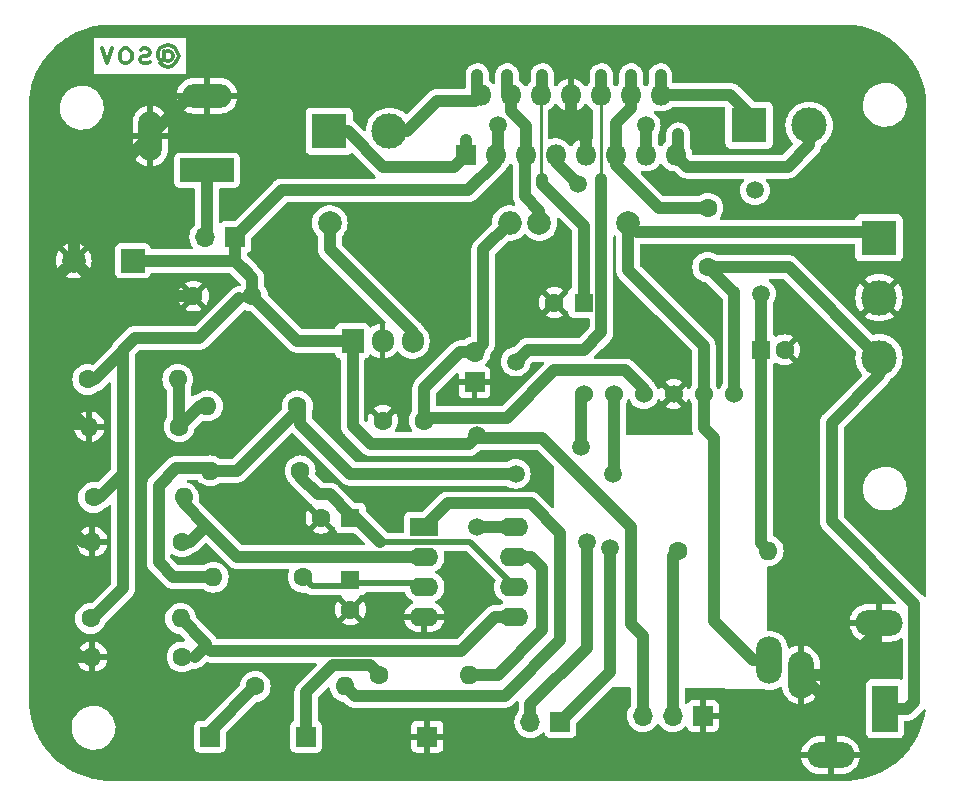
<source format=gbr>
%TF.GenerationSoftware,KiCad,Pcbnew,7.0.9-7.0.9~ubuntu22.04.1*%
%TF.CreationDate,2023-12-20T17:47:15-05:00*%
%TF.ProjectId,prueba5_TDA7377,70727565-6261-4355-9f54-444137333737,rev?*%
%TF.SameCoordinates,Original*%
%TF.FileFunction,Copper,L2,Bot*%
%TF.FilePolarity,Positive*%
%FSLAX46Y46*%
G04 Gerber Fmt 4.6, Leading zero omitted, Abs format (unit mm)*
G04 Created by KiCad (PCBNEW 7.0.9-7.0.9~ubuntu22.04.1) date 2023-12-20 17:47:15*
%MOMM*%
%LPD*%
G01*
G04 APERTURE LIST*
%ADD10C,0.300000*%
%TA.AperFunction,NonConductor*%
%ADD11C,0.300000*%
%TD*%
%TA.AperFunction,ComponentPad*%
%ADD12C,2.000000*%
%TD*%
%TA.AperFunction,ComponentPad*%
%ADD13O,2.000000X2.000000*%
%TD*%
%TA.AperFunction,ComponentPad*%
%ADD14R,1.800000X1.800000*%
%TD*%
%TA.AperFunction,ComponentPad*%
%ADD15O,1.800000X1.800000*%
%TD*%
%TA.AperFunction,ComponentPad*%
%ADD16C,1.600000*%
%TD*%
%TA.AperFunction,ComponentPad*%
%ADD17O,1.600000X1.600000*%
%TD*%
%TA.AperFunction,ComponentPad*%
%ADD18O,2.200000X4.000000*%
%TD*%
%TA.AperFunction,ComponentPad*%
%ADD19O,4.000000X2.200000*%
%TD*%
%TA.AperFunction,ComponentPad*%
%ADD20R,2.200000X4.000000*%
%TD*%
%TA.AperFunction,ComponentPad*%
%ADD21R,1.700000X1.700000*%
%TD*%
%TA.AperFunction,ComponentPad*%
%ADD22R,2.400000X1.600000*%
%TD*%
%TA.AperFunction,ComponentPad*%
%ADD23O,2.400000X1.600000*%
%TD*%
%TA.AperFunction,ComponentPad*%
%ADD24R,4.600000X2.000000*%
%TD*%
%TA.AperFunction,ComponentPad*%
%ADD25O,4.200000X2.000000*%
%TD*%
%TA.AperFunction,ComponentPad*%
%ADD26O,2.000000X4.200000*%
%TD*%
%TA.AperFunction,ComponentPad*%
%ADD27R,3.000000X3.000000*%
%TD*%
%TA.AperFunction,ComponentPad*%
%ADD28C,3.000000*%
%TD*%
%TA.AperFunction,ComponentPad*%
%ADD29R,1.600000X1.600000*%
%TD*%
%TA.AperFunction,ComponentPad*%
%ADD30R,2.000000X2.000000*%
%TD*%
%TA.AperFunction,ComponentPad*%
%ADD31O,1.700000X1.700000*%
%TD*%
%TA.AperFunction,ComponentPad*%
%ADD32C,1.524000*%
%TD*%
%TA.AperFunction,ComponentPad*%
%ADD33R,1.905000X2.000000*%
%TD*%
%TA.AperFunction,ComponentPad*%
%ADD34O,1.905000X2.000000*%
%TD*%
%TA.AperFunction,ViaPad*%
%ADD35C,1.500000*%
%TD*%
%TA.AperFunction,Conductor*%
%ADD36C,1.000000*%
%TD*%
%TA.AperFunction,Conductor*%
%ADD37C,0.500000*%
%TD*%
%TA.AperFunction,Conductor*%
%ADD38C,0.250000*%
%TD*%
G04 APERTURE END LIST*
D10*
D11*
X69924060Y-43347114D02*
X70014536Y-43256638D01*
X70014536Y-43256638D02*
X70195489Y-43166161D01*
X70195489Y-43166161D02*
X70376441Y-43166161D01*
X70376441Y-43166161D02*
X70557393Y-43256638D01*
X70557393Y-43256638D02*
X70647870Y-43347114D01*
X70647870Y-43347114D02*
X70738346Y-43528066D01*
X70738346Y-43528066D02*
X70738346Y-43709019D01*
X70738346Y-43709019D02*
X70647870Y-43889971D01*
X70647870Y-43889971D02*
X70557393Y-43980447D01*
X70557393Y-43980447D02*
X70376441Y-44070923D01*
X70376441Y-44070923D02*
X70195489Y-44070923D01*
X70195489Y-44070923D02*
X70014536Y-43980447D01*
X70014536Y-43980447D02*
X69924060Y-43889971D01*
X69924060Y-43166161D02*
X69924060Y-43889971D01*
X69924060Y-43889971D02*
X69833584Y-43980447D01*
X69833584Y-43980447D02*
X69743108Y-43980447D01*
X69743108Y-43980447D02*
X69562155Y-43889971D01*
X69562155Y-43889971D02*
X69471679Y-43709019D01*
X69471679Y-43709019D02*
X69471679Y-43256638D01*
X69471679Y-43256638D02*
X69652632Y-42985209D01*
X69652632Y-42985209D02*
X69924060Y-42804257D01*
X69924060Y-42804257D02*
X70285965Y-42713780D01*
X70285965Y-42713780D02*
X70647870Y-42804257D01*
X70647870Y-42804257D02*
X70919298Y-42985209D01*
X70919298Y-42985209D02*
X71100251Y-43256638D01*
X71100251Y-43256638D02*
X71190727Y-43618542D01*
X71190727Y-43618542D02*
X71100251Y-43980447D01*
X71100251Y-43980447D02*
X70919298Y-44251876D01*
X70919298Y-44251876D02*
X70647870Y-44432828D01*
X70647870Y-44432828D02*
X70285965Y-44523304D01*
X70285965Y-44523304D02*
X69924060Y-44432828D01*
X69924060Y-44432828D02*
X69652632Y-44251876D01*
X68747870Y-44161400D02*
X68566917Y-44251876D01*
X68566917Y-44251876D02*
X68205013Y-44251876D01*
X68205013Y-44251876D02*
X68024060Y-44161400D01*
X68024060Y-44161400D02*
X67933584Y-43980447D01*
X67933584Y-43980447D02*
X67933584Y-43889971D01*
X67933584Y-43889971D02*
X68024060Y-43709019D01*
X68024060Y-43709019D02*
X68205013Y-43618542D01*
X68205013Y-43618542D02*
X68476441Y-43618542D01*
X68476441Y-43618542D02*
X68657394Y-43528066D01*
X68657394Y-43528066D02*
X68747870Y-43347114D01*
X68747870Y-43347114D02*
X68747870Y-43256638D01*
X68747870Y-43256638D02*
X68657394Y-43075685D01*
X68657394Y-43075685D02*
X68476441Y-42985209D01*
X68476441Y-42985209D02*
X68205013Y-42985209D01*
X68205013Y-42985209D02*
X68024060Y-43075685D01*
X66847870Y-44251876D02*
X67028822Y-44161400D01*
X67028822Y-44161400D02*
X67119299Y-44070923D01*
X67119299Y-44070923D02*
X67209775Y-43889971D01*
X67209775Y-43889971D02*
X67209775Y-43347114D01*
X67209775Y-43347114D02*
X67119299Y-43166161D01*
X67119299Y-43166161D02*
X67028822Y-43075685D01*
X67028822Y-43075685D02*
X66847870Y-42985209D01*
X66847870Y-42985209D02*
X66576441Y-42985209D01*
X66576441Y-42985209D02*
X66395489Y-43075685D01*
X66395489Y-43075685D02*
X66305013Y-43166161D01*
X66305013Y-43166161D02*
X66214537Y-43347114D01*
X66214537Y-43347114D02*
X66214537Y-43889971D01*
X66214537Y-43889971D02*
X66305013Y-44070923D01*
X66305013Y-44070923D02*
X66395489Y-44161400D01*
X66395489Y-44161400D02*
X66576441Y-44251876D01*
X66576441Y-44251876D02*
X66847870Y-44251876D01*
X65581203Y-42985209D02*
X65128822Y-44251876D01*
X65128822Y-44251876D02*
X64676441Y-42985209D01*
D12*
%TO.P,C7,1*%
%TO.N,L_in*%
X109250000Y-57750000D03*
%TO.P,C7,2*%
%TO.N,Net-(U1-INPUT_1)*%
X101750000Y-57750000D03*
%TD*%
%TO.P,L1,1,1*%
%TO.N,Net-(U3-VO)*%
X84000000Y-57750000D03*
D13*
%TO.P,L1,2,2*%
%TO.N,+5V*%
X99240000Y-57750000D03*
%TD*%
D14*
%TO.P,U1,1,OUT_1*%
%TO.N,out1*%
X95500000Y-52000000D03*
D15*
%TO.P,U1,2,OUT_2*%
%TO.N,out2*%
X96770000Y-46920000D03*
%TO.P,U1,3,VCC*%
%TO.N,VCC*%
X98040000Y-52000000D03*
%TO.P,U1,4,INPUT_1*%
%TO.N,Net-(U1-INPUT_1)*%
X99310000Y-46920000D03*
%TO.P,U1,5,INPUT_2*%
X100580000Y-52000000D03*
%TO.P,U1,6,SVR*%
%TO.N,SVR*%
X101850000Y-46920000D03*
%TO.P,U1,7,STAND-BY*%
%TO.N,STAND-BY*%
X103120000Y-52000000D03*
%TO.P,U1,8,GND*%
%TO.N,GND*%
X104390000Y-46920000D03*
%TO.P,U1,9,S-GND*%
X105660000Y-52000000D03*
%TO.P,U1,10,DIAGNOSTIC*%
%TO.N,DIAG*%
X106930000Y-46920000D03*
%TO.P,U1,11,INPUT_4*%
%TO.N,Net-(U1-INPUT_3)*%
X108200000Y-52000000D03*
%TO.P,U1,12,INPUT_3*%
X109470000Y-46920000D03*
%TO.P,U1,13,VCC*%
%TO.N,VCC*%
X110740000Y-52000000D03*
%TO.P,U1,14,OUT_4*%
%TO.N,out4*%
X112010000Y-46920000D03*
%TO.P,U1,15,OUT_3*%
%TO.N,out3*%
X113280000Y-52000000D03*
%TD*%
D16*
%TO.P,R8,1*%
%TO.N,VCC*%
X64000000Y-81000000D03*
D17*
%TO.P,R8,2*%
%TO.N,VREF1*%
X71620000Y-81000000D03*
%TD*%
D16*
%TO.P,R1,1*%
%TO.N,Net-(SW2A-B)*%
X113500000Y-85500000D03*
D17*
%TO.P,R1,2*%
%TO.N,STAND-BY*%
X121120000Y-85500000D03*
%TD*%
D18*
%TO.P,J1,R*%
%TO.N,L_in*%
X121200000Y-94800000D03*
%TO.P,J1,RN*%
%TO.N,GND*%
X123900000Y-96000000D03*
D19*
%TO.P,J1,S*%
X126400000Y-102800000D03*
D20*
%TO.P,J1,T*%
%TO.N,R_in*%
X131000000Y-98900000D03*
D19*
%TO.P,J1,TN*%
%TO.N,GND*%
X130500000Y-91600000D03*
%TD*%
D16*
%TO.P,R5,1*%
%TO.N,LED_VOLUME*%
X88190000Y-96000000D03*
D17*
%TO.P,R5,2*%
%TO.N,Net-(R5-Pad2)*%
X95810000Y-96000000D03*
%TD*%
D16*
%TO.P,R3,1*%
%TO.N,Net-(U2A-+)*%
X81750000Y-87750000D03*
D17*
%TO.P,R3,2*%
%TO.N,DIAG*%
X74130000Y-87750000D03*
%TD*%
D21*
%TO.P,J10,1,Pin_1*%
%TO.N,LED_CRITICAL*%
X73850000Y-101250000D03*
%TD*%
D16*
%TO.P,C2,1*%
%TO.N,VCC*%
X77450000Y-63950000D03*
%TO.P,C2,2*%
%TO.N,GND*%
X72450000Y-63950000D03*
%TD*%
%TO.P,R10,1*%
%TO.N,VCC*%
X63750000Y-91250000D03*
D17*
%TO.P,R10,2*%
%TO.N,VREF2*%
X71370000Y-91250000D03*
%TD*%
D22*
%TO.P,U2,1*%
%TO.N,Net-(R6-Pad2)*%
X92000000Y-83500000D03*
D23*
%TO.P,U2,2,-*%
%TO.N,VREF1*%
X92000000Y-86040000D03*
%TO.P,U2,3,+*%
%TO.N,Net-(U2A-+)*%
X92000000Y-88580000D03*
%TO.P,U2,4,V-*%
%TO.N,GND*%
X92000000Y-91120000D03*
%TO.P,U2,5,+*%
%TO.N,VREF2*%
X99620000Y-91120000D03*
%TO.P,U2,6,-*%
%TO.N,Net-(U2B--)*%
X99620000Y-88580000D03*
%TO.P,U2,7*%
%TO.N,Net-(R5-Pad2)*%
X99620000Y-86040000D03*
%TO.P,U2,8,V+*%
%TO.N,VCC*%
X99620000Y-83500000D03*
%TD*%
D24*
%TO.P,J6,1*%
%TO.N,Net-(J8-Pin_2)*%
X73600000Y-53300000D03*
D25*
%TO.P,J6,2*%
%TO.N,GND*%
X73600000Y-47000000D03*
D26*
%TO.P,J6,3*%
X68800000Y-50400000D03*
%TD*%
D16*
%TO.P,R2,1*%
%TO.N,Net-(U2B--)*%
X81500000Y-78750000D03*
D17*
%TO.P,R2,2*%
%TO.N,DIAG*%
X73880000Y-78750000D03*
%TD*%
D16*
%TO.P,R4,1*%
%TO.N,DIAG*%
X81250000Y-73250000D03*
D17*
%TO.P,R4,2*%
%TO.N,VREF*%
X73630000Y-73250000D03*
%TD*%
D16*
%TO.P,R6,1*%
%TO.N,LED_CRITICAL*%
X77690000Y-97000000D03*
D17*
%TO.P,R6,2*%
%TO.N,Net-(R6-Pad2)*%
X85310000Y-97000000D03*
%TD*%
D27*
%TO.P,J4,1,Pin_1*%
%TO.N,out1*%
X83960000Y-50000000D03*
D28*
%TO.P,J4,2,Pin_2*%
%TO.N,out2*%
X89040000Y-50000000D03*
%TD*%
D29*
%TO.P,C4,1*%
%TO.N,SVR*%
X105500000Y-64500000D03*
D16*
%TO.P,C4,2*%
%TO.N,GND*%
X103000000Y-64500000D03*
%TD*%
D30*
%TO.P,C1,1*%
%TO.N,VCC*%
X67317677Y-60950000D03*
D12*
%TO.P,C1,2*%
%TO.N,GND*%
X62317677Y-60950000D03*
%TD*%
D21*
%TO.P,J7,1,Pin_1*%
%TO.N,Net-(J7-Pin_1)*%
X103525000Y-100000000D03*
D31*
%TO.P,J7,2,Pin_2*%
%TO.N,Net-(J7-Pin_2)*%
X100985000Y-100000000D03*
%TD*%
D27*
%TO.P,J3,1,Pin_1*%
%TO.N,out4*%
X119500000Y-49500000D03*
D28*
%TO.P,J3,2,Pin_2*%
%TO.N,out3*%
X124580000Y-49500000D03*
%TD*%
D16*
%TO.P,R13,1*%
%TO.N,VREF*%
X71250000Y-75000000D03*
D17*
%TO.P,R13,2*%
%TO.N,GND*%
X63630000Y-75000000D03*
%TD*%
D32*
%TO.P,U4,6,R*%
%TO.N,STAND-BY*%
X118200000Y-72250000D03*
%TO.P,U4,5,L*%
%TO.N,L_in*%
X115660000Y-72250000D03*
%TO.P,U4,4,GND*%
%TO.N,GND*%
X113120000Y-72250000D03*
%TO.P,U4,3,VCC*%
%TO.N,+5V*%
X110580000Y-72250000D03*
%TO.P,U4,2,MUTE*%
%TO.N,Net-(J7-Pin_1)*%
X108040000Y-72250000D03*
%TO.P,U4,1,KEY*%
%TO.N,Net-(J7-Pin_2)*%
X105500000Y-72250000D03*
%TD*%
D16*
%TO.P,R12,1*%
%TO.N,VCC*%
X63500000Y-71000000D03*
D17*
%TO.P,R12,2*%
%TO.N,VREF*%
X71120000Y-71000000D03*
%TD*%
D16*
%TO.P,C9,1*%
%TO.N,+5V*%
X92000000Y-74500000D03*
%TO.P,C9,2*%
%TO.N,GND*%
X88500000Y-74500000D03*
%TD*%
D21*
%TO.P,J9,1,Pin_1*%
%TO.N,LED_VOLUME*%
X82000000Y-101250000D03*
%TD*%
D16*
%TO.P,R9,1*%
%TO.N,VREF1*%
X71500000Y-84750000D03*
D17*
%TO.P,R9,2*%
%TO.N,GND*%
X63880000Y-84750000D03*
%TD*%
D27*
%TO.P,J2,1,Pin_1*%
%TO.N,L_in*%
X130500000Y-59000000D03*
D28*
%TO.P,J2,2,Pin_2*%
%TO.N,GND*%
X130500000Y-64080000D03*
%TO.P,J2,3,Pin_3*%
%TO.N,R_in*%
X130500000Y-69160000D03*
%TD*%
D16*
%TO.P,R11,1*%
%TO.N,VREF2*%
X71500000Y-94500000D03*
D17*
%TO.P,R11,2*%
%TO.N,GND*%
X63880000Y-94500000D03*
%TD*%
D21*
%TO.P,J8,1,Pin_1*%
%TO.N,VCC*%
X76000000Y-58950000D03*
D31*
%TO.P,J8,2,Pin_2*%
%TO.N,Net-(J8-Pin_2)*%
X73460000Y-58950000D03*
%TD*%
D33*
%TO.P,U3,1,VI*%
%TO.N,VCC*%
X85920000Y-67750000D03*
D34*
%TO.P,U3,2,GND*%
%TO.N,GND*%
X88460000Y-67750000D03*
%TO.P,U3,3,VO*%
%TO.N,Net-(U3-VO)*%
X91000000Y-67750000D03*
%TD*%
D29*
%TO.P,C6,1*%
%TO.N,Net-(U2B--)*%
X85750000Y-82750000D03*
D16*
%TO.P,C6,2*%
%TO.N,GND*%
X83250000Y-82750000D03*
%TD*%
D29*
%TO.P,C5,1*%
%TO.N,Net-(U2A-+)*%
X85750000Y-88000000D03*
D16*
%TO.P,C5,2*%
%TO.N,GND*%
X85750000Y-90500000D03*
%TD*%
D21*
%TO.P,J11,1,Pin_1*%
%TO.N,GND*%
X92250000Y-101250000D03*
%TD*%
D29*
%TO.P,C3,1*%
%TO.N,STAND-BY*%
X120500000Y-68500000D03*
D16*
%TO.P,C3,2*%
%TO.N,GND*%
X122500000Y-68500000D03*
%TD*%
%TO.P,C8,2*%
%TO.N,R_in*%
X116000000Y-61500000D03*
%TO.P,C8,1*%
%TO.N,Net-(U1-INPUT_3)*%
X116000000Y-56500000D03*
%TD*%
D21*
%TO.P,ST-BY,1,A*%
%TO.N,GND*%
X115580000Y-99500000D03*
D31*
%TO.P,ST-BY,2,B*%
%TO.N,Net-(SW2A-B)*%
X113040000Y-99500000D03*
%TO.P,ST-BY,3,C*%
%TO.N,VCC*%
X110500000Y-99500000D03*
%TD*%
D21*
%TO.P,J5,1,Pin_1*%
%TO.N,GND*%
X96250000Y-71250000D03*
D31*
%TO.P,J5,2,Pin_2*%
%TO.N,+5V*%
X96250000Y-68710000D03*
%TD*%
D35*
%TO.N,GND*%
X112250000Y-61500000D03*
X112250000Y-68000000D03*
X99250000Y-62000000D03*
X94500000Y-62000000D03*
%TO.N,STAND-BY*%
X120500000Y-63750000D03*
%TO.N,Net-(J7-Pin_1)*%
X108000000Y-79000000D03*
%TO.N,Net-(J7-Pin_2)*%
X105250000Y-76750000D03*
X105750000Y-84750000D03*
%TO.N,Net-(J7-Pin_1)*%
X107750000Y-85250000D03*
%TO.N,DIAG*%
X99750000Y-69500000D03*
X99750000Y-79000000D03*
%TO.N,VCC*%
X96500000Y-83500000D03*
X96500000Y-75750000D03*
%TO.N,GND*%
X80750000Y-70250000D03*
X80750000Y-63750000D03*
%TO.N,VCC*%
X98250000Y-49500000D03*
X110750000Y-49500000D03*
%TO.N,STAND-BY*%
X105000000Y-54500000D03*
X120000000Y-55000000D03*
%TD*%
D36*
%TO.N,Net-(U2B--)*%
X81500000Y-78750000D02*
X81500000Y-79250000D01*
X85750000Y-82500000D02*
X85750000Y-82750000D01*
X81500000Y-79250000D02*
X83000000Y-80750000D01*
X83000000Y-80750000D02*
X84000000Y-80750000D01*
X84000000Y-80750000D02*
X85750000Y-82500000D01*
X85750000Y-82750000D02*
X86250000Y-82750000D01*
X86250000Y-82750000D02*
X88250000Y-84750000D01*
D37*
X85000000Y-82000000D02*
X85750000Y-82750000D01*
D36*
%TO.N,+5V*%
X92000000Y-74500000D02*
X92250000Y-74250000D01*
X92250000Y-74250000D02*
X99000000Y-74250000D01*
X99000000Y-74250000D02*
X103000000Y-70250000D01*
X103000000Y-70250000D02*
X109000000Y-70250000D01*
X109000000Y-70250000D02*
X110580000Y-71830000D01*
X110580000Y-71830000D02*
X110580000Y-72250000D01*
%TO.N,VCC*%
X96500000Y-75750000D02*
X96750000Y-76000000D01*
X109500000Y-91750000D02*
X109550000Y-91800000D01*
X96750000Y-76000000D02*
X102000000Y-76000000D01*
X102000000Y-76000000D02*
X109500000Y-83500000D01*
X109500000Y-83500000D02*
X109500000Y-91750000D01*
X96500000Y-75750000D02*
X95750000Y-76500000D01*
X95750000Y-76500000D02*
X87500000Y-76500000D01*
X87500000Y-76500000D02*
X85920000Y-74920000D01*
X85920000Y-74920000D02*
X85920000Y-67750000D01*
D37*
%TO.N,DIAG*%
X81310000Y-73570000D02*
X81310000Y-73310000D01*
X81310000Y-73310000D02*
X81250000Y-73250000D01*
D36*
%TO.N,VREF*%
X73630000Y-73250000D02*
X73000000Y-73250000D01*
X73000000Y-73250000D02*
X71250000Y-75000000D01*
%TO.N,DIAG*%
X70750000Y-87750000D02*
X69500000Y-86500000D01*
X69500000Y-86500000D02*
X69500000Y-80000000D01*
X73880000Y-78750000D02*
X76130000Y-78750000D01*
X74130000Y-87750000D02*
X70750000Y-87750000D01*
X71000000Y-78500000D02*
X73630000Y-78500000D01*
X76130000Y-78750000D02*
X81310000Y-73570000D01*
X69500000Y-80000000D02*
X71000000Y-78500000D01*
X73630000Y-78500000D02*
X73880000Y-78750000D01*
X105500000Y-68500000D02*
X107000000Y-67000000D01*
X99750000Y-69500000D02*
X100750000Y-68500000D01*
X100750000Y-68500000D02*
X105500000Y-68500000D01*
X107000000Y-67000000D02*
X107000000Y-54000000D01*
X99750000Y-79000000D02*
X87000000Y-79000000D01*
X81500000Y-73625000D02*
X81500000Y-74750000D01*
X81500000Y-74750000D02*
X85750000Y-79000000D01*
X85750000Y-79000000D02*
X86875000Y-79000000D01*
%TO.N,+5V*%
X96250000Y-68710000D02*
X95040000Y-68710000D01*
X95040000Y-68710000D02*
X92000000Y-71750000D01*
X92000000Y-71750000D02*
X92000000Y-74500000D01*
%TO.N,STAND-BY*%
X118200000Y-72250000D02*
X118250000Y-72200000D01*
X118250000Y-71887500D02*
X118250000Y-63612500D01*
X120500000Y-68500000D02*
X120500000Y-63750000D01*
%TO.N,Net-(J7-Pin_2)*%
X105250000Y-76750000D02*
X105250000Y-72500000D01*
X105250000Y-72500000D02*
X105500000Y-72250000D01*
%TO.N,Net-(J7-Pin_1)*%
X108040000Y-72250000D02*
X108040000Y-78960000D01*
X108040000Y-78960000D02*
X108000000Y-79000000D01*
X107750000Y-85250000D02*
X107750000Y-95775000D01*
X107750000Y-95775000D02*
X103525000Y-100000000D01*
%TO.N,L_in*%
X121200000Y-94800000D02*
X119800000Y-94800000D01*
X119800000Y-94800000D02*
X116500000Y-91500000D01*
X116500000Y-91500000D02*
X116500000Y-76000000D01*
X116500000Y-76000000D02*
X115660000Y-75160000D01*
X115660000Y-75160000D02*
X115660000Y-72250000D01*
%TO.N,Net-(SW2A-B)*%
X113040000Y-99500000D02*
X113040000Y-85960000D01*
%TO.N,STAND-BY*%
X120500000Y-84880000D02*
X120500000Y-68500000D01*
%TO.N,Net-(SW2A-B)*%
X113040000Y-85960000D02*
X113500000Y-85500000D01*
%TO.N,STAND-BY*%
X121120000Y-85500000D02*
X120500000Y-84880000D01*
X120500000Y-68500000D02*
X120700000Y-68700000D01*
%TO.N,R_in*%
X117925000Y-63425000D02*
X116075000Y-61575000D01*
X116000000Y-61500000D02*
X122840000Y-61500000D01*
X122840000Y-61500000D02*
X130500000Y-69160000D01*
%TO.N,L_in*%
X130500000Y-59000000D02*
X130000000Y-58500000D01*
X130000000Y-58500000D02*
X110000000Y-58500000D01*
X110000000Y-58500000D02*
X109250000Y-57750000D01*
%TO.N,Net-(U1-INPUT_3)*%
X116000000Y-56500000D02*
X111850000Y-56500000D01*
X111850000Y-56500000D02*
X108200000Y-52850000D01*
X108200000Y-52850000D02*
X108200000Y-52000000D01*
%TO.N,R_in*%
X131000000Y-98900000D02*
X132901608Y-98900000D01*
X126500000Y-74660000D02*
X130500000Y-70660000D01*
X132901608Y-98900000D02*
X133500000Y-98301608D01*
X133500000Y-98301608D02*
X133500000Y-90000000D01*
X133500000Y-90000000D02*
X126500000Y-83000000D01*
X126500000Y-83000000D02*
X126500000Y-74660000D01*
X130500000Y-70660000D02*
X130500000Y-69160000D01*
D37*
X130670000Y-69330000D02*
X130500000Y-69160000D01*
D36*
%TO.N,L_in*%
X115660000Y-72250000D02*
X115660000Y-68160000D01*
X115660000Y-68160000D02*
X109250000Y-61750000D01*
X109250000Y-61750000D02*
X109250000Y-57750000D01*
%TO.N,SVR*%
X105500000Y-64500000D02*
X105500000Y-58000000D01*
X105500000Y-58000000D02*
X102000000Y-54500000D01*
X102000000Y-54500000D02*
X102000000Y-54000000D01*
%TO.N,STAND-BY*%
X103120000Y-52000000D02*
X103120000Y-52620000D01*
X103120000Y-52620000D02*
X105000000Y-54500000D01*
%TO.N,Net-(U1-INPUT_1)*%
X101750000Y-57750000D02*
X101750000Y-56750000D01*
X101750000Y-56750000D02*
X100500000Y-55500000D01*
X100500000Y-55500000D02*
X100500000Y-52080000D01*
X100500000Y-52080000D02*
X100580000Y-52000000D01*
%TO.N,out3*%
X113500000Y-50250000D02*
X113500000Y-51750000D01*
%TO.N,out1*%
X95500000Y-50750000D02*
X95500000Y-52250000D01*
%TO.N,out2*%
X96500000Y-45250000D02*
X96500000Y-46750000D01*
%TO.N,Net-(U1-INPUT_1)*%
X99000000Y-45250000D02*
X99000000Y-46750000D01*
%TO.N,SVR*%
X102000000Y-45250000D02*
X102000000Y-46750000D01*
%TO.N,DIAG*%
X107000000Y-45250000D02*
X107000000Y-46750000D01*
%TO.N,Net-(U1-INPUT_3)*%
X109500000Y-45250000D02*
X109500000Y-46750000D01*
%TO.N,out4*%
X112000000Y-45250000D02*
X112000000Y-46750000D01*
D38*
%TO.N,DIAG*%
X106930000Y-46920000D02*
X106930000Y-53930000D01*
X106930000Y-53930000D02*
X107000000Y-54000000D01*
%TO.N,SVR*%
X101850000Y-46920000D02*
X101850000Y-53850000D01*
X101850000Y-53850000D02*
X102000000Y-54000000D01*
D36*
%TO.N,VCC*%
X98040000Y-52000000D02*
X98040000Y-52660000D01*
X98040000Y-52660000D02*
X95700000Y-55000000D01*
X79950000Y-55000000D02*
X76000000Y-58950000D01*
X95700000Y-55000000D02*
X79950000Y-55000000D01*
%TO.N,out3*%
X124580000Y-49500000D02*
X124580000Y-51200000D01*
X124580000Y-51200000D02*
X122780000Y-53000000D01*
X114280000Y-53000000D02*
X113280000Y-52000000D01*
X122780000Y-53000000D02*
X114280000Y-53000000D01*
%TO.N,out4*%
X117920000Y-46920000D02*
X112010000Y-46920000D01*
X119500000Y-48500000D02*
X117920000Y-46920000D01*
X119500000Y-49500000D02*
X119500000Y-48500000D01*
%TO.N,GND*%
X105660000Y-52000000D02*
X105660000Y-50660000D01*
%TO.N,out1*%
X85500000Y-50000000D02*
X83960000Y-50000000D01*
%TO.N,out2*%
X96770000Y-46920000D02*
X96270000Y-47420000D01*
%TO.N,Net-(U1-INPUT_1)*%
X100580000Y-49580000D02*
X99310000Y-48310000D01*
%TO.N,out1*%
X94500000Y-53000000D02*
X88500000Y-53000000D01*
%TO.N,GND*%
X105660000Y-50660000D02*
X104390000Y-49390000D01*
%TO.N,Net-(U1-INPUT_1)*%
X99310000Y-48310000D02*
X99310000Y-46920000D01*
X100580000Y-52000000D02*
X100580000Y-49580000D01*
%TO.N,GND*%
X104390000Y-49390000D02*
X104390000Y-46920000D01*
%TO.N,Net-(U1-INPUT_3)*%
X108200000Y-49300000D02*
X109470000Y-48030000D01*
%TO.N,out1*%
X95500000Y-52000000D02*
X94500000Y-53000000D01*
%TO.N,Net-(U1-INPUT_3)*%
X109470000Y-48030000D02*
X109470000Y-46920000D01*
X108200000Y-52000000D02*
X108200000Y-49300000D01*
%TO.N,out1*%
X88500000Y-53000000D02*
X85500000Y-50000000D01*
%TO.N,out2*%
X96270000Y-47420000D02*
X93080000Y-47420000D01*
X93080000Y-47420000D02*
X90500000Y-50000000D01*
X90500000Y-50000000D02*
X89040000Y-50000000D01*
%TO.N,VCC*%
X110750000Y-52000000D02*
X110750000Y-49500000D01*
X98250000Y-52000000D02*
X98250000Y-49500000D01*
X66500000Y-79000000D02*
X66500000Y-78500000D01*
D37*
X76318630Y-64131370D02*
X77268630Y-64131370D01*
D36*
X67500000Y-67500000D02*
X72950000Y-67500000D01*
X66500000Y-68640000D02*
X66500000Y-68500000D01*
X66500000Y-68500000D02*
X67500000Y-67500000D01*
D37*
X63500000Y-71000000D02*
X64140000Y-71000000D01*
D36*
X76000000Y-58950000D02*
X76000000Y-61000000D01*
D37*
X63750000Y-91250000D02*
X63940000Y-91250000D01*
D36*
X66500000Y-88690000D02*
X66500000Y-78500000D01*
X67327677Y-60960000D02*
X67317677Y-60950000D01*
X66500000Y-78500000D02*
X66500000Y-68500000D01*
X81250000Y-67750000D02*
X77450000Y-63950000D01*
X76000000Y-61000000D02*
X77450000Y-62450000D01*
X64140000Y-71000000D02*
X66500000Y-68640000D01*
D37*
X77268630Y-64131370D02*
X77450000Y-63950000D01*
D36*
X72950000Y-67500000D02*
X76318630Y-64131370D01*
X63940000Y-91250000D02*
X66500000Y-88690000D01*
X110500000Y-92750000D02*
X109550000Y-91800000D01*
X64500000Y-81000000D02*
X66500000Y-79000000D01*
X76000000Y-61000000D02*
X76000000Y-60960000D01*
X85920000Y-67750000D02*
X81250000Y-67750000D01*
X76000000Y-60960000D02*
X67327677Y-60960000D01*
X77450000Y-62450000D02*
X77450000Y-63950000D01*
D37*
X64000000Y-81000000D02*
X64500000Y-81000000D01*
D36*
X77040000Y-62000000D02*
X76000000Y-60960000D01*
X110500000Y-99500000D02*
X110500000Y-92750000D01*
X99750000Y-83500000D02*
X96500000Y-83500000D01*
D37*
%TO.N,GND*%
X63630000Y-75000000D02*
X63380000Y-75000000D01*
X131250000Y-91950000D02*
X130750000Y-91450000D01*
D36*
X63130000Y-84750000D02*
X61000000Y-82620000D01*
X72200000Y-47000000D02*
X68800000Y-50400000D01*
X68800000Y-50400000D02*
X61950000Y-57250000D01*
X63380000Y-75000000D02*
X61000000Y-72620000D01*
X62317677Y-59317677D02*
X62317677Y-60950000D01*
X126700000Y-96000000D02*
X130328249Y-92371751D01*
X61000000Y-62267677D02*
X62317677Y-60950000D01*
X65317677Y-63950000D02*
X62317677Y-60950000D01*
X72450000Y-63950000D02*
X65317677Y-63950000D01*
X126400000Y-98500000D02*
X123900000Y-96000000D01*
X126400000Y-102800000D02*
X126400000Y-98500000D01*
X63880000Y-94500000D02*
X62830000Y-94500000D01*
X61000000Y-92670000D02*
X61000000Y-82500000D01*
D37*
X63880000Y-84750000D02*
X63130000Y-84750000D01*
D36*
X61950000Y-58950000D02*
X62317677Y-59317677D01*
X61000000Y-72620000D02*
X61000000Y-72500000D01*
X61950000Y-57250000D02*
X61950000Y-58950000D01*
X123900000Y-96000000D02*
X126700000Y-96000000D01*
X62830000Y-94500000D02*
X61000000Y-92670000D01*
X61000000Y-82500000D02*
X61000000Y-72500000D01*
X61000000Y-82620000D02*
X61000000Y-82500000D01*
X73600000Y-47000000D02*
X72200000Y-47000000D01*
X61000000Y-72500000D02*
X61000000Y-62267677D01*
D37*
%TO.N,Net-(U2B--)*%
X99620000Y-88580000D02*
X99620000Y-88485000D01*
X99620000Y-88485000D02*
X95885000Y-84750000D01*
X95885000Y-84750000D02*
X88250000Y-84750000D01*
%TO.N,Net-(U2A-+)*%
X82500000Y-88500000D02*
X81750000Y-87750000D01*
X86000000Y-88250000D02*
X85750000Y-88000000D01*
X85250000Y-88500000D02*
X82500000Y-88500000D01*
X85750000Y-88000000D02*
X85250000Y-88500000D01*
X91670000Y-88250000D02*
X86000000Y-88250000D01*
X92000000Y-88580000D02*
X91670000Y-88250000D01*
%TO.N,L_in*%
X115760000Y-72350000D02*
X115660000Y-72250000D01*
X115660000Y-72250000D02*
X115760000Y-72150000D01*
%TO.N,STAND-BY*%
X118200000Y-72250000D02*
X118306000Y-72250000D01*
D36*
%TO.N,+5V*%
X99240000Y-57750000D02*
X96990000Y-60000000D01*
X96990000Y-60000000D02*
X96990000Y-67970000D01*
X96990000Y-67970000D02*
X96250000Y-68710000D01*
%TO.N,Net-(J7-Pin_2)*%
X105750000Y-84750000D02*
X105750000Y-93750000D01*
X100985000Y-98515000D02*
X100985000Y-100000000D01*
X105750000Y-93750000D02*
X100985000Y-98515000D01*
%TO.N,Net-(U3-VO)*%
X91000000Y-67750000D02*
X91000000Y-67000000D01*
X84000000Y-60000000D02*
X84000000Y-57750000D01*
X91000000Y-67000000D02*
X84000000Y-60000000D01*
D38*
%TO.N,DIAG*%
X87000000Y-79000000D02*
X86810000Y-79000000D01*
X86875000Y-79000000D02*
X87000000Y-79000000D01*
D37*
%TO.N,VREF*%
X71120000Y-71000000D02*
X71250000Y-71130000D01*
D36*
X71250000Y-71130000D02*
X71250000Y-75000000D01*
%TO.N,LED_VOLUME*%
X88190000Y-96000000D02*
X87390001Y-95200001D01*
X82000000Y-97500000D02*
X82000000Y-101250000D01*
X87390001Y-95200001D02*
X84299999Y-95200001D01*
X84299999Y-95200001D02*
X82000000Y-97500000D01*
D37*
%TO.N,LED_CRITICAL*%
X73850000Y-100840000D02*
X73850000Y-101250000D01*
D36*
X77690000Y-97000000D02*
X73850000Y-100840000D01*
%TO.N,Net-(R5-Pad2)*%
X102000000Y-92208909D02*
X102000000Y-87000000D01*
%TO.N,Net-(R6-Pad2)*%
X86109999Y-97799999D02*
X98799431Y-97799999D01*
%TO.N,Net-(R5-Pad2)*%
X98208909Y-96000000D02*
X102000000Y-92208909D01*
X102000000Y-87000000D02*
X101040000Y-86040000D01*
%TO.N,Net-(R6-Pad2)*%
X101000000Y-81500000D02*
X94000000Y-81500000D01*
X85310000Y-97000000D02*
X86109999Y-97799999D01*
X98799431Y-97799999D02*
X103500000Y-93099430D01*
X103500000Y-93099430D02*
X103500000Y-84000000D01*
X94000000Y-81500000D02*
X92000000Y-83500000D01*
X103500000Y-84000000D02*
X101000000Y-81500000D01*
%TO.N,Net-(R5-Pad2)*%
X95810000Y-96000000D02*
X98208909Y-96000000D01*
X101040000Y-86040000D02*
X99620000Y-86040000D01*
%TO.N,VREF1*%
X71620000Y-81500000D02*
X73500000Y-83380000D01*
D37*
X72130000Y-84750000D02*
X71500000Y-84750000D01*
D36*
X92000000Y-86040000D02*
X76160000Y-86040000D01*
X76160000Y-86040000D02*
X73500000Y-83380000D01*
D37*
X71620000Y-81000000D02*
X71620000Y-81500000D01*
D36*
X73500000Y-83380000D02*
X72130000Y-84750000D01*
%TO.N,VREF2*%
X99620000Y-91120000D02*
X98000000Y-91120000D01*
D37*
X73500000Y-93380000D02*
X73500000Y-93550000D01*
D36*
X98000000Y-91120000D02*
X95120000Y-94000000D01*
D37*
X73950000Y-94000000D02*
X73500000Y-93550000D01*
D36*
X95120000Y-94000000D02*
X73950000Y-94000000D01*
X73500000Y-93550000D02*
X72550000Y-94500000D01*
D37*
X72550000Y-94500000D02*
X71500000Y-94500000D01*
D36*
X71370000Y-91250000D02*
X73500000Y-93380000D01*
%TO.N,Net-(J8-Pin_2)*%
X73600000Y-58810000D02*
X73460000Y-58950000D01*
X73600000Y-53300000D02*
X73600000Y-58810000D01*
%TD*%
%TA.AperFunction,Conductor*%
%TO.N,GND*%
G36*
X128323655Y-41000390D02*
G01*
X128431143Y-41012499D01*
X128536705Y-41024391D01*
X128540716Y-41024978D01*
X128797055Y-41071221D01*
X129039908Y-41117169D01*
X129043641Y-41117998D01*
X129295478Y-41182271D01*
X129534933Y-41246430D01*
X129538428Y-41247480D01*
X129784816Y-41329482D01*
X130019163Y-41411481D01*
X130022364Y-41412703D01*
X130262232Y-41512056D01*
X130490002Y-41611429D01*
X130492961Y-41612814D01*
X130725074Y-41728997D01*
X130945018Y-41845240D01*
X130947671Y-41846726D01*
X131063951Y-41915717D01*
X131170920Y-41979184D01*
X131173473Y-41980788D01*
X131381707Y-42111628D01*
X131384041Y-42113170D01*
X131502864Y-42195670D01*
X131597354Y-42261274D01*
X131798771Y-42409925D01*
X132002093Y-42573770D01*
X132191807Y-42737032D01*
X132382930Y-42914972D01*
X132471416Y-43003457D01*
X132559902Y-43091942D01*
X132638524Y-43176388D01*
X132737865Y-43283088D01*
X132901072Y-43472736D01*
X133065020Y-43676183D01*
X133213509Y-43877379D01*
X133361774Y-44090922D01*
X133363343Y-44093296D01*
X133495570Y-44303734D01*
X133628240Y-44527342D01*
X133629734Y-44530008D01*
X133745722Y-44749466D01*
X133862145Y-44982055D01*
X133863530Y-44985014D01*
X133962630Y-45212152D01*
X134062251Y-45452665D01*
X134063491Y-45455914D01*
X134145160Y-45689308D01*
X134227482Y-45936659D01*
X134228543Y-45940192D01*
X134292328Y-46178246D01*
X134356949Y-46431443D01*
X134357794Y-46435250D01*
X134403348Y-46676018D01*
X134449957Y-46934381D01*
X134450552Y-46938448D01*
X134477638Y-47178849D01*
X134487902Y-47274327D01*
X134498131Y-47369492D01*
X134499645Y-47383570D01*
X134500000Y-47390202D01*
X134500000Y-89286729D01*
X134480315Y-89353768D01*
X134427511Y-89399523D01*
X134358353Y-89409467D01*
X134294797Y-89380442D01*
X134279898Y-89365090D01*
X134279404Y-89364484D01*
X134279402Y-89364481D01*
X134236012Y-89321091D01*
X134232822Y-89317648D01*
X134192867Y-89271106D01*
X134192863Y-89271102D01*
X134165698Y-89250074D01*
X134159803Y-89244882D01*
X127536819Y-82621898D01*
X127503334Y-82560575D01*
X127500500Y-82534217D01*
X127500500Y-80317763D01*
X129145787Y-80317763D01*
X129175413Y-80587013D01*
X129175415Y-80587024D01*
X129232960Y-80807136D01*
X129243928Y-80849088D01*
X129349870Y-81098390D01*
X129428175Y-81226697D01*
X129490979Y-81329605D01*
X129490986Y-81329615D01*
X129664253Y-81537819D01*
X129664259Y-81537824D01*
X129722152Y-81589696D01*
X129865998Y-81718582D01*
X130091910Y-81868044D01*
X130337176Y-81983020D01*
X130337183Y-81983022D01*
X130337185Y-81983023D01*
X130596557Y-82061057D01*
X130596564Y-82061058D01*
X130596569Y-82061060D01*
X130864561Y-82100500D01*
X130864566Y-82100500D01*
X131067636Y-82100500D01*
X131119133Y-82096730D01*
X131270156Y-82085677D01*
X131382758Y-82060593D01*
X131534546Y-82026782D01*
X131534548Y-82026781D01*
X131534553Y-82026780D01*
X131787558Y-81930014D01*
X132023777Y-81797441D01*
X132238177Y-81631888D01*
X132426186Y-81436881D01*
X132583799Y-81216579D01*
X132657787Y-81072669D01*
X132707649Y-80975690D01*
X132707651Y-80975684D01*
X132707656Y-80975675D01*
X132795118Y-80719305D01*
X132844319Y-80452933D01*
X132854212Y-80182235D01*
X132824586Y-79912982D01*
X132756072Y-79650912D01*
X132650130Y-79401610D01*
X132509018Y-79170390D01*
X132484478Y-79140902D01*
X132335746Y-78962180D01*
X132335740Y-78962175D01*
X132134002Y-78781418D01*
X131908092Y-78631957D01*
X131886634Y-78621898D01*
X131662824Y-78516980D01*
X131662819Y-78516978D01*
X131662814Y-78516976D01*
X131403442Y-78438942D01*
X131403428Y-78438939D01*
X131287791Y-78421921D01*
X131135439Y-78399500D01*
X130932369Y-78399500D01*
X130932364Y-78399500D01*
X130729844Y-78414323D01*
X130729831Y-78414325D01*
X130465453Y-78473217D01*
X130465446Y-78473220D01*
X130212439Y-78569987D01*
X129976226Y-78702557D01*
X129761822Y-78868112D01*
X129573822Y-79063109D01*
X129573816Y-79063116D01*
X129416202Y-79283419D01*
X129416199Y-79283424D01*
X129292350Y-79524309D01*
X129292343Y-79524327D01*
X129204884Y-79780685D01*
X129204881Y-79780699D01*
X129180943Y-79910300D01*
X129159670Y-80025474D01*
X129155681Y-80047068D01*
X129155680Y-80047075D01*
X129145787Y-80317763D01*
X127500500Y-80317763D01*
X127500500Y-75125781D01*
X127520185Y-75058742D01*
X127536814Y-75038105D01*
X131198467Y-71376452D01*
X131263053Y-71315059D01*
X131288029Y-71279174D01*
X131298099Y-71264706D01*
X131300938Y-71260941D01*
X131307141Y-71253334D01*
X131339698Y-71213407D01*
X131355601Y-71182960D01*
X131359674Y-71176239D01*
X131364489Y-71169320D01*
X131379295Y-71148049D01*
X131403492Y-71091660D01*
X131405498Y-71087435D01*
X131433909Y-71033049D01*
X131443357Y-71000022D01*
X131445988Y-70992633D01*
X131459540Y-70961058D01*
X131459541Y-70961052D01*
X131461423Y-70955058D01*
X131463896Y-70955833D01*
X131491305Y-70904211D01*
X131520578Y-70882028D01*
X131584315Y-70847226D01*
X131813395Y-70675739D01*
X132015739Y-70473395D01*
X132187226Y-70244315D01*
X132324367Y-69993161D01*
X132424369Y-69725046D01*
X132485196Y-69445428D01*
X132505610Y-69160000D01*
X132485196Y-68874572D01*
X132485194Y-68874564D01*
X132424371Y-68594962D01*
X132424370Y-68594960D01*
X132424369Y-68594954D01*
X132324367Y-68326839D01*
X132323587Y-68325411D01*
X132187229Y-68075690D01*
X132187224Y-68075682D01*
X132015745Y-67846612D01*
X132015729Y-67846594D01*
X131813405Y-67644270D01*
X131813387Y-67644254D01*
X131584317Y-67472775D01*
X131584309Y-67472770D01*
X131333166Y-67335635D01*
X131333167Y-67335635D01*
X131225915Y-67295632D01*
X131065046Y-67235631D01*
X131065043Y-67235630D01*
X131065037Y-67235628D01*
X130785433Y-67174804D01*
X130500001Y-67154390D01*
X130499999Y-67154390D01*
X130214571Y-67174804D01*
X130214564Y-67174805D01*
X130046779Y-67211304D01*
X129977087Y-67206320D01*
X129932740Y-67177819D01*
X126834922Y-64080001D01*
X128494891Y-64080001D01*
X128515300Y-64365362D01*
X128576109Y-64644895D01*
X128676091Y-64912958D01*
X128813191Y-65164038D01*
X128813196Y-65164046D01*
X128919882Y-65306561D01*
X128919883Y-65306562D01*
X129815195Y-64411250D01*
X129837340Y-64462587D01*
X129943433Y-64605094D01*
X130079530Y-64719294D01*
X130169216Y-64764335D01*
X129273436Y-65660115D01*
X129415960Y-65766807D01*
X129415961Y-65766808D01*
X129667042Y-65903908D01*
X129667041Y-65903908D01*
X129935104Y-66003890D01*
X130214637Y-66064699D01*
X130499999Y-66085109D01*
X130500001Y-66085109D01*
X130785362Y-66064699D01*
X131064895Y-66003890D01*
X131332958Y-65903908D01*
X131584047Y-65766803D01*
X131726561Y-65660116D01*
X131726562Y-65660115D01*
X130833748Y-64767300D01*
X130843409Y-64763784D01*
X130991844Y-64666157D01*
X131113764Y-64536930D01*
X131185768Y-64412215D01*
X132080115Y-65306562D01*
X132080116Y-65306561D01*
X132186803Y-65164047D01*
X132323908Y-64912958D01*
X132423890Y-64644895D01*
X132484699Y-64365362D01*
X132505109Y-64080001D01*
X132505109Y-64079998D01*
X132484699Y-63794637D01*
X132423890Y-63515104D01*
X132323908Y-63247041D01*
X132186808Y-62995961D01*
X132186807Y-62995960D01*
X132080115Y-62853436D01*
X131184803Y-63748747D01*
X131162660Y-63697413D01*
X131056567Y-63554906D01*
X130920470Y-63440706D01*
X130830782Y-63395663D01*
X131726562Y-62499883D01*
X131726561Y-62499882D01*
X131584046Y-62393196D01*
X131584038Y-62393191D01*
X131332957Y-62256091D01*
X131332958Y-62256091D01*
X131064895Y-62156109D01*
X130785362Y-62095300D01*
X130500001Y-62074891D01*
X130499999Y-62074891D01*
X130214637Y-62095300D01*
X129935104Y-62156109D01*
X129667041Y-62256091D01*
X129415961Y-62393191D01*
X129415953Y-62393196D01*
X129273437Y-62499882D01*
X129273436Y-62499883D01*
X130166252Y-63392699D01*
X130156591Y-63396216D01*
X130008156Y-63493843D01*
X129886236Y-63623070D01*
X129814231Y-63747784D01*
X128919883Y-62853436D01*
X128919882Y-62853437D01*
X128813196Y-62995953D01*
X128813191Y-62995961D01*
X128676091Y-63247041D01*
X128576109Y-63515104D01*
X128515300Y-63794637D01*
X128494891Y-64079998D01*
X128494891Y-64080001D01*
X126834922Y-64080001D01*
X123556452Y-60801532D01*
X123495061Y-60736949D01*
X123495060Y-60736948D01*
X123495059Y-60736947D01*
X123467204Y-60717559D01*
X123444709Y-60701902D01*
X123440946Y-60699064D01*
X123393413Y-60660305D01*
X123393406Y-60660300D01*
X123362959Y-60644397D01*
X123356251Y-60640334D01*
X123328049Y-60620705D01*
X123328046Y-60620703D01*
X123328045Y-60620703D01*
X123328041Y-60620701D01*
X123271680Y-60596514D01*
X123267424Y-60594493D01*
X123213057Y-60566094D01*
X123213050Y-60566091D01*
X123213049Y-60566091D01*
X123207008Y-60564362D01*
X123180030Y-60556642D01*
X123172630Y-60554008D01*
X123141057Y-60540459D01*
X123141058Y-60540459D01*
X123080966Y-60528109D01*
X123076391Y-60526986D01*
X123017420Y-60510113D01*
X123017425Y-60510113D01*
X122983158Y-60507503D01*
X122975380Y-60506412D01*
X122941742Y-60499500D01*
X122941741Y-60499500D01*
X122880402Y-60499500D01*
X122875695Y-60499321D01*
X122870121Y-60498896D01*
X122814524Y-60494662D01*
X122794589Y-60497201D01*
X122780440Y-60499003D01*
X122772611Y-60499500D01*
X116877588Y-60499500D01*
X116810549Y-60479815D01*
X116806465Y-60477075D01*
X116790338Y-60465783D01*
X116652734Y-60369432D01*
X116652732Y-60369431D01*
X116446497Y-60273261D01*
X116446488Y-60273258D01*
X116226697Y-60214366D01*
X116226693Y-60214365D01*
X116226692Y-60214365D01*
X116226691Y-60214364D01*
X116226686Y-60214364D01*
X116000002Y-60194532D01*
X115999998Y-60194532D01*
X115773313Y-60214364D01*
X115773302Y-60214366D01*
X115553511Y-60273258D01*
X115553502Y-60273261D01*
X115347267Y-60369431D01*
X115347265Y-60369432D01*
X115160858Y-60499954D01*
X114999954Y-60660858D01*
X114869432Y-60847265D01*
X114869431Y-60847267D01*
X114773261Y-61053502D01*
X114773258Y-61053511D01*
X114714366Y-61273302D01*
X114714364Y-61273313D01*
X114694532Y-61499998D01*
X114694532Y-61500001D01*
X114714364Y-61726686D01*
X114714366Y-61726697D01*
X114773258Y-61946488D01*
X114773261Y-61946497D01*
X114869431Y-62152732D01*
X114869432Y-62152734D01*
X114999954Y-62339141D01*
X115160858Y-62500045D01*
X115189621Y-62520185D01*
X115347266Y-62630568D01*
X115553504Y-62726739D01*
X115773308Y-62785635D01*
X115835093Y-62791040D01*
X115900161Y-62816492D01*
X115911966Y-62826887D01*
X117213181Y-64128101D01*
X117246666Y-64189424D01*
X117249500Y-64215782D01*
X117249500Y-71367254D01*
X117229815Y-71434293D01*
X117227075Y-71438377D01*
X117102466Y-71616338D01*
X117102465Y-71616340D01*
X117042382Y-71745189D01*
X116996209Y-71797628D01*
X116929016Y-71816780D01*
X116862135Y-71796564D01*
X116817618Y-71745189D01*
X116784866Y-71674952D01*
X116757534Y-71616339D01*
X116710500Y-71549167D01*
X116682925Y-71509785D01*
X116660598Y-71443578D01*
X116660500Y-71438662D01*
X116660500Y-68172715D01*
X116662757Y-68083641D01*
X116662756Y-68083640D01*
X116662757Y-68083637D01*
X116651933Y-68023249D01*
X116651280Y-68018587D01*
X116645074Y-67957563D01*
X116645074Y-67957562D01*
X116634784Y-67924768D01*
X116632917Y-67917155D01*
X116631550Y-67909530D01*
X116626858Y-67883347D01*
X116604100Y-67826374D01*
X116602521Y-67821938D01*
X116597876Y-67807134D01*
X116584159Y-67763412D01*
X116584158Y-67763410D01*
X116584157Y-67763407D01*
X116567488Y-67733378D01*
X116564117Y-67726278D01*
X116551378Y-67694386D01*
X116551377Y-67694383D01*
X116517620Y-67643163D01*
X116515180Y-67639134D01*
X116504379Y-67619675D01*
X116485409Y-67585498D01*
X116485407Y-67585495D01*
X116463033Y-67559434D01*
X116458302Y-67553159D01*
X116446970Y-67535965D01*
X116439402Y-67524481D01*
X116396012Y-67481091D01*
X116392822Y-67477648D01*
X116352867Y-67431106D01*
X116352863Y-67431102D01*
X116325698Y-67410074D01*
X116319803Y-67404882D01*
X110286819Y-61371898D01*
X110253334Y-61310575D01*
X110250500Y-61284217D01*
X110250500Y-59624500D01*
X110270185Y-59557461D01*
X110322989Y-59511706D01*
X110374500Y-59500500D01*
X128375501Y-59500500D01*
X128442540Y-59520185D01*
X128488295Y-59572989D01*
X128499501Y-59624500D01*
X128499501Y-60547876D01*
X128505908Y-60607483D01*
X128556202Y-60742328D01*
X128556206Y-60742335D01*
X128642452Y-60857544D01*
X128642455Y-60857547D01*
X128757664Y-60943793D01*
X128757671Y-60943797D01*
X128892517Y-60994091D01*
X128892516Y-60994091D01*
X128899444Y-60994835D01*
X128952127Y-61000500D01*
X132047872Y-61000499D01*
X132107483Y-60994091D01*
X132242331Y-60943796D01*
X132357546Y-60857546D01*
X132443796Y-60742331D01*
X132494091Y-60607483D01*
X132500500Y-60547873D01*
X132500499Y-57452128D01*
X132494091Y-57392517D01*
X132481162Y-57357853D01*
X132443797Y-57257671D01*
X132443793Y-57257664D01*
X132357547Y-57142455D01*
X132357544Y-57142452D01*
X132242335Y-57056206D01*
X132242328Y-57056202D01*
X132107482Y-57005908D01*
X132107483Y-57005908D01*
X132047883Y-56999501D01*
X132047881Y-56999500D01*
X132047873Y-56999500D01*
X132047864Y-56999500D01*
X128952129Y-56999500D01*
X128952123Y-56999501D01*
X128892516Y-57005908D01*
X128757671Y-57056202D01*
X128757664Y-57056206D01*
X128642455Y-57142452D01*
X128642452Y-57142455D01*
X128556206Y-57257664D01*
X128556202Y-57257671D01*
X128505908Y-57392517D01*
X128504126Y-57400062D01*
X128501853Y-57399525D01*
X128479571Y-57453312D01*
X128422177Y-57493157D01*
X128383024Y-57499500D01*
X117125963Y-57499500D01*
X117058924Y-57479815D01*
X117013169Y-57427011D01*
X117003225Y-57357853D01*
X117024388Y-57304377D01*
X117064484Y-57247112D01*
X117130568Y-57152734D01*
X117226739Y-56946496D01*
X117285635Y-56726692D01*
X117305468Y-56500000D01*
X117304551Y-56489524D01*
X117287133Y-56290429D01*
X117285635Y-56273308D01*
X117233798Y-56079850D01*
X117226741Y-56053511D01*
X117226738Y-56053502D01*
X117211518Y-56020863D01*
X117130568Y-55847266D01*
X117000047Y-55660861D01*
X117000045Y-55660858D01*
X116839141Y-55499954D01*
X116652734Y-55369432D01*
X116652732Y-55369431D01*
X116446497Y-55273261D01*
X116446488Y-55273258D01*
X116226697Y-55214366D01*
X116226693Y-55214365D01*
X116226692Y-55214365D01*
X116226691Y-55214364D01*
X116226686Y-55214364D01*
X116000002Y-55194532D01*
X115999998Y-55194532D01*
X115773313Y-55214364D01*
X115773302Y-55214366D01*
X115553511Y-55273258D01*
X115553502Y-55273261D01*
X115347267Y-55369431D01*
X115347265Y-55369432D01*
X115245027Y-55441020D01*
X115213378Y-55463181D01*
X115193535Y-55477075D01*
X115127329Y-55499402D01*
X115122412Y-55499500D01*
X112315782Y-55499500D01*
X112248743Y-55479815D01*
X112228101Y-55463181D01*
X110347278Y-53582358D01*
X110313793Y-53521035D01*
X110318777Y-53451343D01*
X110360649Y-53395410D01*
X110426113Y-53370993D01*
X110455363Y-53372367D01*
X110623951Y-53400500D01*
X110623952Y-53400500D01*
X110856048Y-53400500D01*
X110856049Y-53400500D01*
X111084981Y-53362298D01*
X111304503Y-53286936D01*
X111508626Y-53176470D01*
X111508926Y-53176237D01*
X111660902Y-53057949D01*
X111691784Y-53033913D01*
X111848979Y-52863153D01*
X111906191Y-52775582D01*
X111959337Y-52730226D01*
X112028568Y-52720802D01*
X112091904Y-52750304D01*
X112113809Y-52775583D01*
X112171016Y-52863147D01*
X112171019Y-52863151D01*
X112171021Y-52863153D01*
X112328216Y-53033913D01*
X112328219Y-53033915D01*
X112328222Y-53033918D01*
X112511365Y-53176464D01*
X112511371Y-53176468D01*
X112511374Y-53176470D01*
X112715497Y-53286936D01*
X112813047Y-53320425D01*
X112935015Y-53362297D01*
X112935017Y-53362297D01*
X112935019Y-53362298D01*
X113163951Y-53400500D01*
X113214217Y-53400500D01*
X113281256Y-53420185D01*
X113301898Y-53436819D01*
X113563566Y-53698487D01*
X113624938Y-53763050D01*
X113624941Y-53763053D01*
X113675281Y-53798092D01*
X113679043Y-53800928D01*
X113726587Y-53839694D01*
X113726590Y-53839695D01*
X113726593Y-53839698D01*
X113757045Y-53855604D01*
X113763758Y-53859672D01*
X113791951Y-53879295D01*
X113848329Y-53903489D01*
X113852578Y-53905507D01*
X113906951Y-53933909D01*
X113934489Y-53941788D01*
X113939974Y-53943358D01*
X113947368Y-53945990D01*
X113978942Y-53959540D01*
X113978945Y-53959540D01*
X113978946Y-53959541D01*
X114039022Y-53971887D01*
X114043600Y-53973010D01*
X114045704Y-53973612D01*
X114102582Y-53989887D01*
X114136839Y-53992495D01*
X114144614Y-53993586D01*
X114178255Y-54000500D01*
X114178259Y-54000500D01*
X114239599Y-54000500D01*
X114244305Y-54000678D01*
X114271596Y-54002757D01*
X114305476Y-54005337D01*
X114305476Y-54005336D01*
X114305477Y-54005337D01*
X114339560Y-54000996D01*
X114347390Y-54000500D01*
X118935076Y-54000500D01*
X119002115Y-54020185D01*
X119047870Y-54072989D01*
X119057814Y-54142147D01*
X119036651Y-54195623D01*
X118912900Y-54372357D01*
X118912898Y-54372361D01*
X118820426Y-54570668D01*
X118820422Y-54570677D01*
X118763793Y-54782020D01*
X118763793Y-54782024D01*
X118744723Y-54999997D01*
X118744723Y-55000002D01*
X118763793Y-55217975D01*
X118763793Y-55217979D01*
X118820422Y-55429322D01*
X118820424Y-55429326D01*
X118820425Y-55429330D01*
X118853100Y-55499402D01*
X118912897Y-55627638D01*
X118912898Y-55627639D01*
X119038402Y-55806877D01*
X119193123Y-55961598D01*
X119372361Y-56087102D01*
X119570670Y-56179575D01*
X119782023Y-56236207D01*
X119964926Y-56252208D01*
X119999998Y-56255277D01*
X120000000Y-56255277D01*
X120000002Y-56255277D01*
X120028254Y-56252805D01*
X120217977Y-56236207D01*
X120429330Y-56179575D01*
X120627639Y-56087102D01*
X120806877Y-55961598D01*
X120961598Y-55806877D01*
X121087102Y-55627639D01*
X121179575Y-55429330D01*
X121236207Y-55217977D01*
X121255277Y-55000000D01*
X121236207Y-54782023D01*
X121179575Y-54570670D01*
X121087102Y-54372362D01*
X121087100Y-54372359D01*
X121087099Y-54372357D01*
X120963349Y-54195623D01*
X120941022Y-54129417D01*
X120958032Y-54061650D01*
X121008980Y-54013837D01*
X121064924Y-54000500D01*
X122767284Y-54000500D01*
X122856358Y-54002757D01*
X122856358Y-54002756D01*
X122856363Y-54002757D01*
X122916753Y-53991932D01*
X122921412Y-53991280D01*
X122963607Y-53986988D01*
X122982438Y-53985074D01*
X123015227Y-53974786D01*
X123022840Y-53972918D01*
X123056653Y-53966858D01*
X123113621Y-53944101D01*
X123118053Y-53942524D01*
X123176588Y-53924159D01*
X123206627Y-53907484D01*
X123213708Y-53904122D01*
X123245617Y-53891377D01*
X123296854Y-53857608D01*
X123300851Y-53855187D01*
X123354502Y-53825409D01*
X123380568Y-53803030D01*
X123386843Y-53798300D01*
X123392917Y-53794297D01*
X123415519Y-53779402D01*
X123458917Y-53736002D01*
X123462336Y-53732834D01*
X123508895Y-53692866D01*
X123529931Y-53665688D01*
X123535101Y-53659818D01*
X125278487Y-51916433D01*
X125343053Y-51855059D01*
X125378119Y-51804675D01*
X125380912Y-51800972D01*
X125419697Y-51753408D01*
X125435604Y-51722952D01*
X125439666Y-51716248D01*
X125459295Y-51688049D01*
X125483497Y-51631650D01*
X125485500Y-51627431D01*
X125513909Y-51573049D01*
X125523357Y-51540022D01*
X125525988Y-51532633D01*
X125539540Y-51501058D01*
X125551895Y-51440930D01*
X125552999Y-51436429D01*
X125569886Y-51377418D01*
X125572494Y-51343157D01*
X125573585Y-51335389D01*
X125580500Y-51301741D01*
X125581136Y-51295489D01*
X125583676Y-51295747D01*
X125600185Y-51239525D01*
X125645072Y-51197732D01*
X125664315Y-51187226D01*
X125893395Y-51015739D01*
X126095739Y-50813395D01*
X126267226Y-50584315D01*
X126404367Y-50333161D01*
X126504369Y-50065046D01*
X126528363Y-49954748D01*
X126565195Y-49785433D01*
X126565195Y-49785432D01*
X126565196Y-49785428D01*
X126583695Y-49526779D01*
X126585610Y-49500001D01*
X126585610Y-49499998D01*
X126578211Y-49396552D01*
X126565196Y-49214572D01*
X126561822Y-49199064D01*
X126504371Y-48934962D01*
X126504370Y-48934960D01*
X126504369Y-48934954D01*
X126404367Y-48666839D01*
X126366990Y-48598389D01*
X126267229Y-48415690D01*
X126267224Y-48415682D01*
X126095745Y-48186612D01*
X126095729Y-48186594D01*
X125893405Y-47984270D01*
X125893387Y-47984254D01*
X125670980Y-47817763D01*
X129145787Y-47817763D01*
X129175413Y-48087013D01*
X129175415Y-48087024D01*
X129240771Y-48337013D01*
X129243928Y-48349088D01*
X129349870Y-48598390D01*
X129472911Y-48800000D01*
X129490979Y-48829605D01*
X129490986Y-48829615D01*
X129664253Y-49037819D01*
X129664259Y-49037824D01*
X129808249Y-49166839D01*
X129865998Y-49218582D01*
X130091910Y-49368044D01*
X130337176Y-49483020D01*
X130337183Y-49483022D01*
X130337185Y-49483023D01*
X130596557Y-49561057D01*
X130596564Y-49561058D01*
X130596569Y-49561060D01*
X130864561Y-49600500D01*
X130864566Y-49600500D01*
X131067636Y-49600500D01*
X131119133Y-49596730D01*
X131270156Y-49585677D01*
X131382758Y-49560593D01*
X131534546Y-49526782D01*
X131534548Y-49526781D01*
X131534553Y-49526780D01*
X131787558Y-49430014D01*
X132023777Y-49297441D01*
X132238177Y-49131888D01*
X132426186Y-48936881D01*
X132583799Y-48716579D01*
X132695150Y-48500000D01*
X132707649Y-48475690D01*
X132707651Y-48475684D01*
X132707656Y-48475675D01*
X132795118Y-48219305D01*
X132844319Y-47952933D01*
X132854212Y-47682235D01*
X132824586Y-47412982D01*
X132756072Y-47150912D01*
X132650130Y-46901610D01*
X132509018Y-46670390D01*
X132475827Y-46630507D01*
X132335746Y-46462180D01*
X132335740Y-46462175D01*
X132134002Y-46281418D01*
X131908092Y-46131957D01*
X131883769Y-46120555D01*
X131662824Y-46016980D01*
X131662819Y-46016978D01*
X131662814Y-46016976D01*
X131403442Y-45938942D01*
X131403428Y-45938939D01*
X131287791Y-45921921D01*
X131135439Y-45899500D01*
X130932369Y-45899500D01*
X130932364Y-45899500D01*
X130729844Y-45914323D01*
X130729831Y-45914325D01*
X130465453Y-45973217D01*
X130465446Y-45973220D01*
X130212439Y-46069987D01*
X129976226Y-46202557D01*
X129976224Y-46202558D01*
X129976223Y-46202559D01*
X129951653Y-46221531D01*
X129761822Y-46368112D01*
X129573822Y-46563109D01*
X129573816Y-46563116D01*
X129416202Y-46783419D01*
X129416199Y-46783424D01*
X129292350Y-47024309D01*
X129292343Y-47024327D01*
X129204884Y-47280685D01*
X129204881Y-47280699D01*
X129193013Y-47344952D01*
X129163284Y-47505908D01*
X129155681Y-47547068D01*
X129155680Y-47547075D01*
X129145787Y-47817763D01*
X125670980Y-47817763D01*
X125664317Y-47812775D01*
X125664309Y-47812770D01*
X125413166Y-47675635D01*
X125413167Y-47675635D01*
X125222752Y-47604614D01*
X125145046Y-47575631D01*
X125145043Y-47575630D01*
X125145037Y-47575628D01*
X124865433Y-47514804D01*
X124580001Y-47494390D01*
X124579999Y-47494390D01*
X124294566Y-47514804D01*
X124014962Y-47575628D01*
X123746833Y-47675635D01*
X123495690Y-47812770D01*
X123495682Y-47812775D01*
X123266612Y-47984254D01*
X123266594Y-47984270D01*
X123064270Y-48186594D01*
X123064254Y-48186612D01*
X122892775Y-48415682D01*
X122892770Y-48415690D01*
X122755635Y-48666833D01*
X122655628Y-48934962D01*
X122594804Y-49214566D01*
X122574390Y-49499998D01*
X122574390Y-49500001D01*
X122594804Y-49785433D01*
X122655628Y-50065037D01*
X122655630Y-50065043D01*
X122655631Y-50065046D01*
X122729073Y-50261951D01*
X122755635Y-50333166D01*
X122892770Y-50584309D01*
X122892775Y-50584317D01*
X123064254Y-50813387D01*
X123064270Y-50813405D01*
X123220290Y-50969425D01*
X123253775Y-51030748D01*
X123248791Y-51100440D01*
X123220290Y-51144787D01*
X122401899Y-51963181D01*
X122340576Y-51996666D01*
X122314218Y-51999500D01*
X114799409Y-51999500D01*
X114732370Y-51979815D01*
X114686615Y-51927011D01*
X114675833Y-51885740D01*
X114666134Y-51768698D01*
X114666134Y-51768695D01*
X114623401Y-51599948D01*
X114609157Y-51543699D01*
X114515923Y-51331148D01*
X114515444Y-51330263D01*
X114515320Y-51329773D01*
X114513864Y-51326454D01*
X114514417Y-51326211D01*
X114500500Y-51271248D01*
X114500500Y-50199256D01*
X114485074Y-50047560D01*
X114424162Y-49853420D01*
X114424160Y-49853416D01*
X114424159Y-49853412D01*
X114325409Y-49675498D01*
X114325408Y-49675497D01*
X114325407Y-49675495D01*
X114192867Y-49521106D01*
X114192865Y-49521104D01*
X114031962Y-49396554D01*
X114031959Y-49396553D01*
X114031958Y-49396552D01*
X113849271Y-49306940D01*
X113652285Y-49255937D01*
X113652287Y-49255937D01*
X113516804Y-49249066D01*
X113449064Y-49245631D01*
X113449063Y-49245631D01*
X113449061Y-49245631D01*
X113247936Y-49276442D01*
X113247924Y-49276445D01*
X113057118Y-49347111D01*
X113057111Y-49347115D01*
X112884432Y-49454745D01*
X112884427Y-49454749D01*
X112736949Y-49594938D01*
X112736948Y-49594940D01*
X112620705Y-49761949D01*
X112540459Y-49948943D01*
X112499500Y-50148258D01*
X112499500Y-50772151D01*
X112479815Y-50839190D01*
X112451663Y-50870004D01*
X112328218Y-50966085D01*
X112171016Y-51136852D01*
X112113809Y-51224416D01*
X112060662Y-51269773D01*
X111991431Y-51279197D01*
X111928095Y-51249695D01*
X111906191Y-51224416D01*
X111848979Y-51136846D01*
X111848977Y-51136844D01*
X111783270Y-51065466D01*
X111752348Y-51002811D01*
X111750500Y-50981484D01*
X111750500Y-50290416D01*
X111770185Y-50223377D01*
X111772910Y-50219313D01*
X111837102Y-50127639D01*
X111929575Y-49929330D01*
X111986207Y-49717977D01*
X112005277Y-49500000D01*
X112003791Y-49483020D01*
X111996227Y-49396554D01*
X111986207Y-49282023D01*
X111931972Y-49079615D01*
X111929577Y-49070677D01*
X111929576Y-49070676D01*
X111929575Y-49070670D01*
X111837102Y-48872362D01*
X111837100Y-48872359D01*
X111837099Y-48872357D01*
X111711599Y-48693124D01*
X111641486Y-48623011D01*
X111556877Y-48538402D01*
X111544276Y-48529579D01*
X111455634Y-48467510D01*
X111412009Y-48412933D01*
X111404817Y-48343435D01*
X111436340Y-48281080D01*
X111496570Y-48245667D01*
X111566384Y-48248438D01*
X111566837Y-48248592D01*
X111665019Y-48282298D01*
X111893951Y-48320500D01*
X111893952Y-48320500D01*
X112126048Y-48320500D01*
X112126049Y-48320500D01*
X112354981Y-48282298D01*
X112574503Y-48206936D01*
X112778626Y-48096470D01*
X112961784Y-47953913D01*
X112961800Y-47953895D01*
X112962479Y-47953272D01*
X112962827Y-47953100D01*
X112965830Y-47950763D01*
X112966310Y-47951380D01*
X113025133Y-47922348D01*
X113046464Y-47920500D01*
X117375500Y-47920500D01*
X117442539Y-47940185D01*
X117488294Y-47992989D01*
X117499500Y-48044500D01*
X117499500Y-51047870D01*
X117499501Y-51047876D01*
X117505908Y-51107483D01*
X117556202Y-51242328D01*
X117556206Y-51242335D01*
X117642452Y-51357544D01*
X117642455Y-51357547D01*
X117757664Y-51443793D01*
X117757671Y-51443797D01*
X117892517Y-51494091D01*
X117892516Y-51494091D01*
X117899444Y-51494835D01*
X117952127Y-51500500D01*
X121047872Y-51500499D01*
X121107483Y-51494091D01*
X121242331Y-51443796D01*
X121357546Y-51357546D01*
X121443796Y-51242331D01*
X121494091Y-51107483D01*
X121500500Y-51047873D01*
X121500499Y-47952128D01*
X121494091Y-47892517D01*
X121490294Y-47882338D01*
X121443797Y-47757671D01*
X121443793Y-47757664D01*
X121357547Y-47642455D01*
X121357544Y-47642452D01*
X121242335Y-47556206D01*
X121242328Y-47556202D01*
X121107482Y-47505908D01*
X121107483Y-47505908D01*
X121047883Y-47499501D01*
X121047881Y-47499500D01*
X121047873Y-47499500D01*
X121047865Y-47499500D01*
X119965783Y-47499500D01*
X119898744Y-47479815D01*
X119878102Y-47463181D01*
X118636451Y-46221531D01*
X118575061Y-46156949D01*
X118575060Y-46156948D01*
X118575059Y-46156947D01*
X118539155Y-46131957D01*
X118524709Y-46121902D01*
X118520946Y-46119064D01*
X118473413Y-46080305D01*
X118473406Y-46080300D01*
X118442959Y-46064397D01*
X118436251Y-46060334D01*
X118408049Y-46040705D01*
X118408046Y-46040703D01*
X118408045Y-46040703D01*
X118408041Y-46040701D01*
X118351680Y-46016514D01*
X118347424Y-46014493D01*
X118293057Y-45986094D01*
X118293050Y-45986091D01*
X118293049Y-45986091D01*
X118281468Y-45982777D01*
X118260030Y-45976642D01*
X118252630Y-45974008D01*
X118221057Y-45960459D01*
X118221058Y-45960459D01*
X118160966Y-45948109D01*
X118156391Y-45946986D01*
X118097420Y-45930113D01*
X118097425Y-45930113D01*
X118063158Y-45927503D01*
X118055380Y-45926412D01*
X118021742Y-45919500D01*
X118021741Y-45919500D01*
X117960402Y-45919500D01*
X117955695Y-45919321D01*
X117950121Y-45918896D01*
X117894524Y-45914662D01*
X117874589Y-45917201D01*
X117860440Y-45919003D01*
X117852611Y-45919500D01*
X113124500Y-45919500D01*
X113057461Y-45899815D01*
X113011706Y-45847011D01*
X113000500Y-45795500D01*
X113000500Y-45199256D01*
X112985074Y-45047560D01*
X112924162Y-44853420D01*
X112924160Y-44853416D01*
X112924159Y-44853412D01*
X112825409Y-44675498D01*
X112825408Y-44675497D01*
X112825407Y-44675495D01*
X112692867Y-44521106D01*
X112692865Y-44521104D01*
X112531962Y-44396554D01*
X112531959Y-44396553D01*
X112531958Y-44396552D01*
X112349271Y-44306940D01*
X112152285Y-44255937D01*
X112152287Y-44255937D01*
X112016804Y-44249066D01*
X111949064Y-44245631D01*
X111949063Y-44245631D01*
X111949061Y-44245631D01*
X111747936Y-44276442D01*
X111747924Y-44276445D01*
X111557118Y-44347111D01*
X111557111Y-44347115D01*
X111384432Y-44454745D01*
X111384427Y-44454749D01*
X111236949Y-44594938D01*
X111236947Y-44594940D01*
X111236947Y-44594941D01*
X111216113Y-44624873D01*
X111120705Y-44761949D01*
X111040459Y-44948943D01*
X110999500Y-45148258D01*
X110999500Y-45901484D01*
X110979815Y-45968523D01*
X110966730Y-45985466D01*
X110901022Y-46056844D01*
X110901020Y-46056846D01*
X110843809Y-46144416D01*
X110790662Y-46189773D01*
X110721431Y-46199197D01*
X110658095Y-46169695D01*
X110636191Y-46144416D01*
X110594303Y-46080302D01*
X110578979Y-46056847D01*
X110533269Y-46007192D01*
X110502348Y-45944537D01*
X110500500Y-45923210D01*
X110500500Y-45199256D01*
X110485074Y-45047560D01*
X110424162Y-44853420D01*
X110424160Y-44853416D01*
X110424159Y-44853412D01*
X110325409Y-44675498D01*
X110325408Y-44675497D01*
X110325407Y-44675495D01*
X110192867Y-44521106D01*
X110192865Y-44521104D01*
X110031962Y-44396554D01*
X110031959Y-44396553D01*
X110031958Y-44396552D01*
X109849271Y-44306940D01*
X109652285Y-44255937D01*
X109652287Y-44255937D01*
X109516804Y-44249066D01*
X109449064Y-44245631D01*
X109449063Y-44245631D01*
X109449061Y-44245631D01*
X109247936Y-44276442D01*
X109247924Y-44276445D01*
X109057118Y-44347111D01*
X109057111Y-44347115D01*
X108884432Y-44454745D01*
X108884427Y-44454749D01*
X108736949Y-44594938D01*
X108736947Y-44594940D01*
X108736947Y-44594941D01*
X108716113Y-44624873D01*
X108620705Y-44761949D01*
X108540459Y-44948943D01*
X108499500Y-45148258D01*
X108499500Y-45858033D01*
X108479815Y-45925072D01*
X108466730Y-45942015D01*
X108361019Y-46056849D01*
X108303809Y-46144416D01*
X108250662Y-46189773D01*
X108181431Y-46199197D01*
X108118095Y-46169695D01*
X108096191Y-46144416D01*
X108038979Y-46056846D01*
X108038977Y-46056844D01*
X108033268Y-46050642D01*
X108002347Y-45987987D01*
X108000500Y-45966662D01*
X108000500Y-45199256D01*
X107985074Y-45047560D01*
X107924162Y-44853420D01*
X107924160Y-44853416D01*
X107924159Y-44853412D01*
X107825409Y-44675498D01*
X107825408Y-44675497D01*
X107825407Y-44675495D01*
X107692867Y-44521106D01*
X107692865Y-44521104D01*
X107531962Y-44396554D01*
X107531959Y-44396553D01*
X107531958Y-44396552D01*
X107349271Y-44306940D01*
X107152285Y-44255937D01*
X107152287Y-44255937D01*
X107016804Y-44249066D01*
X106949064Y-44245631D01*
X106949063Y-44245631D01*
X106949061Y-44245631D01*
X106747936Y-44276442D01*
X106747924Y-44276445D01*
X106557118Y-44347111D01*
X106557111Y-44347115D01*
X106384432Y-44454745D01*
X106384427Y-44454749D01*
X106236949Y-44594938D01*
X106236947Y-44594940D01*
X106236947Y-44594941D01*
X106216113Y-44624873D01*
X106120705Y-44761949D01*
X106040459Y-44948943D01*
X105999500Y-45148258D01*
X105999500Y-45814582D01*
X105979815Y-45881621D01*
X105966733Y-45898559D01*
X105821024Y-46056844D01*
X105821015Y-46056854D01*
X105763509Y-46144874D01*
X105710363Y-46190230D01*
X105641132Y-46199654D01*
X105577796Y-46170152D01*
X105555892Y-46144873D01*
X105498585Y-46057157D01*
X105341441Y-45886454D01*
X105341437Y-45886451D01*
X105158355Y-45743952D01*
X105158351Y-45743949D01*
X104954302Y-45633523D01*
X104954293Y-45633520D01*
X104734861Y-45558188D01*
X104640000Y-45542359D01*
X104640000Y-46484498D01*
X104532315Y-46435320D01*
X104425763Y-46420000D01*
X104354237Y-46420000D01*
X104247685Y-46435320D01*
X104140000Y-46484498D01*
X104140000Y-45542359D01*
X104139999Y-45542359D01*
X104045138Y-45558188D01*
X103825706Y-45633520D01*
X103825697Y-45633523D01*
X103621648Y-45743949D01*
X103621644Y-45743952D01*
X103438562Y-45886451D01*
X103438558Y-45886454D01*
X103281417Y-46057155D01*
X103228309Y-46138443D01*
X103175162Y-46183799D01*
X103105931Y-46193223D01*
X103042595Y-46163721D01*
X103005264Y-46104661D01*
X103000500Y-46070621D01*
X103000500Y-45199256D01*
X102985074Y-45047560D01*
X102924162Y-44853420D01*
X102924160Y-44853416D01*
X102924159Y-44853412D01*
X102825409Y-44675498D01*
X102825408Y-44675497D01*
X102825407Y-44675495D01*
X102692867Y-44521106D01*
X102692865Y-44521104D01*
X102531962Y-44396554D01*
X102531959Y-44396553D01*
X102531958Y-44396552D01*
X102349271Y-44306940D01*
X102152285Y-44255937D01*
X102152287Y-44255937D01*
X102016804Y-44249066D01*
X101949064Y-44245631D01*
X101949063Y-44245631D01*
X101949061Y-44245631D01*
X101747936Y-44276442D01*
X101747924Y-44276445D01*
X101557118Y-44347111D01*
X101557111Y-44347115D01*
X101384432Y-44454745D01*
X101384427Y-44454749D01*
X101236949Y-44594938D01*
X101236947Y-44594940D01*
X101236947Y-44594941D01*
X101216113Y-44624873D01*
X101120705Y-44761949D01*
X101040459Y-44948943D01*
X100999500Y-45148258D01*
X100999500Y-45746634D01*
X100979815Y-45813673D01*
X100951663Y-45844487D01*
X100898218Y-45886085D01*
X100741016Y-46056852D01*
X100683809Y-46144416D01*
X100630662Y-46189773D01*
X100561431Y-46199197D01*
X100498095Y-46169695D01*
X100476191Y-46144416D01*
X100418983Y-46056852D01*
X100418980Y-46056849D01*
X100418979Y-46056847D01*
X100261784Y-45886087D01*
X100261779Y-45886083D01*
X100261777Y-45886081D01*
X100078634Y-45743535D01*
X100078623Y-45743528D01*
X100065477Y-45736413D01*
X100015889Y-45687191D01*
X100000500Y-45627361D01*
X100000500Y-45199256D01*
X99985074Y-45047560D01*
X99924162Y-44853420D01*
X99924160Y-44853416D01*
X99924159Y-44853412D01*
X99825409Y-44675498D01*
X99825408Y-44675497D01*
X99825407Y-44675495D01*
X99692867Y-44521106D01*
X99692865Y-44521104D01*
X99531962Y-44396554D01*
X99531959Y-44396553D01*
X99531958Y-44396552D01*
X99349271Y-44306940D01*
X99152285Y-44255937D01*
X99152287Y-44255937D01*
X99016804Y-44249066D01*
X98949064Y-44245631D01*
X98949063Y-44245631D01*
X98949061Y-44245631D01*
X98747936Y-44276442D01*
X98747924Y-44276445D01*
X98557118Y-44347111D01*
X98557111Y-44347115D01*
X98384432Y-44454745D01*
X98384427Y-44454749D01*
X98236949Y-44594938D01*
X98236947Y-44594940D01*
X98236947Y-44594941D01*
X98216113Y-44624873D01*
X98120705Y-44761949D01*
X98040459Y-44948943D01*
X97999500Y-45148258D01*
X97999500Y-45869983D01*
X97979815Y-45937022D01*
X97927011Y-45982777D01*
X97857853Y-45992721D01*
X97794297Y-45963696D01*
X97784277Y-45953972D01*
X97721784Y-45886087D01*
X97721779Y-45886083D01*
X97721777Y-45886081D01*
X97548338Y-45751088D01*
X97507525Y-45694378D01*
X97500500Y-45653235D01*
X97500500Y-45199256D01*
X97485074Y-45047560D01*
X97424162Y-44853420D01*
X97424160Y-44853416D01*
X97424159Y-44853412D01*
X97325409Y-44675498D01*
X97325408Y-44675497D01*
X97325407Y-44675495D01*
X97192867Y-44521106D01*
X97192865Y-44521104D01*
X97031962Y-44396554D01*
X97031959Y-44396553D01*
X97031958Y-44396552D01*
X96849271Y-44306940D01*
X96652285Y-44255937D01*
X96652287Y-44255937D01*
X96516804Y-44249066D01*
X96449064Y-44245631D01*
X96449063Y-44245631D01*
X96449061Y-44245631D01*
X96247936Y-44276442D01*
X96247924Y-44276445D01*
X96057118Y-44347111D01*
X96057111Y-44347115D01*
X95884432Y-44454745D01*
X95884427Y-44454749D01*
X95736949Y-44594938D01*
X95736947Y-44594940D01*
X95736947Y-44594941D01*
X95716113Y-44624873D01*
X95620705Y-44761949D01*
X95540459Y-44948943D01*
X95499500Y-45148258D01*
X95499500Y-46295500D01*
X95479815Y-46362539D01*
X95427011Y-46408294D01*
X95375500Y-46419500D01*
X93092717Y-46419500D01*
X93003637Y-46417243D01*
X93003628Y-46417243D01*
X92950636Y-46426741D01*
X92943254Y-46428064D01*
X92938595Y-46428718D01*
X92877564Y-46434925D01*
X92877562Y-46434926D01*
X92844780Y-46445210D01*
X92837156Y-46447081D01*
X92829308Y-46448488D01*
X92803349Y-46453141D01*
X92746381Y-46475895D01*
X92741945Y-46477474D01*
X92683414Y-46495840D01*
X92683410Y-46495842D01*
X92653378Y-46512510D01*
X92646284Y-46515879D01*
X92614382Y-46528623D01*
X92614377Y-46528625D01*
X92563156Y-46562381D01*
X92559128Y-46564822D01*
X92505501Y-46594588D01*
X92479434Y-46616965D01*
X92473165Y-46621692D01*
X92444484Y-46640595D01*
X92444478Y-46640600D01*
X92401109Y-46683968D01*
X92397655Y-46687169D01*
X92351102Y-46727136D01*
X92330076Y-46754298D01*
X92324885Y-46760192D01*
X90564787Y-48520290D01*
X90503464Y-48553775D01*
X90433772Y-48548791D01*
X90389425Y-48520290D01*
X90353405Y-48484270D01*
X90353387Y-48484254D01*
X90124317Y-48312775D01*
X90124309Y-48312770D01*
X89873166Y-48175635D01*
X89873167Y-48175635D01*
X89755482Y-48131741D01*
X89605046Y-48075631D01*
X89605043Y-48075630D01*
X89605037Y-48075628D01*
X89325433Y-48014804D01*
X89040001Y-47994390D01*
X89039999Y-47994390D01*
X88754566Y-48014804D01*
X88474962Y-48075628D01*
X88206833Y-48175635D01*
X87955690Y-48312770D01*
X87955682Y-48312775D01*
X87726612Y-48484254D01*
X87726594Y-48484270D01*
X87524270Y-48686594D01*
X87524254Y-48686612D01*
X87352775Y-48915682D01*
X87352770Y-48915690D01*
X87215635Y-49166833D01*
X87115628Y-49434962D01*
X87054804Y-49714566D01*
X87045785Y-49840666D01*
X87021368Y-49906130D01*
X86965434Y-49948001D01*
X86895742Y-49952985D01*
X86834420Y-49919500D01*
X86216452Y-49301532D01*
X86155061Y-49236949D01*
X86155060Y-49236948D01*
X86155059Y-49236947D01*
X86122903Y-49214566D01*
X86104709Y-49201902D01*
X86100946Y-49199064D01*
X86053413Y-49160305D01*
X86053409Y-49160303D01*
X86027088Y-49146554D01*
X85976780Y-49098067D01*
X85960499Y-49036645D01*
X85960499Y-48452129D01*
X85960498Y-48452123D01*
X85960497Y-48452116D01*
X85954091Y-48392517D01*
X85951980Y-48386858D01*
X85903797Y-48257671D01*
X85903793Y-48257664D01*
X85817547Y-48142455D01*
X85817544Y-48142452D01*
X85702335Y-48056206D01*
X85702328Y-48056202D01*
X85567482Y-48005908D01*
X85567483Y-48005908D01*
X85507883Y-47999501D01*
X85507881Y-47999500D01*
X85507873Y-47999500D01*
X85507864Y-47999500D01*
X82412129Y-47999500D01*
X82412123Y-47999501D01*
X82352516Y-48005908D01*
X82217671Y-48056202D01*
X82217664Y-48056206D01*
X82102455Y-48142452D01*
X82102452Y-48142455D01*
X82016206Y-48257664D01*
X82016202Y-48257671D01*
X81965908Y-48392517D01*
X81962568Y-48423587D01*
X81959501Y-48452123D01*
X81959500Y-48452135D01*
X81959500Y-51547870D01*
X81959501Y-51547876D01*
X81965908Y-51607483D01*
X82016202Y-51742328D01*
X82016206Y-51742335D01*
X82102452Y-51857544D01*
X82102455Y-51857547D01*
X82217664Y-51943793D01*
X82217671Y-51943797D01*
X82352517Y-51994091D01*
X82352516Y-51994091D01*
X82359444Y-51994835D01*
X82412127Y-52000500D01*
X85507872Y-52000499D01*
X85567483Y-51994091D01*
X85702331Y-51943796D01*
X85803063Y-51868387D01*
X85868524Y-51843971D01*
X85936797Y-51858822D01*
X85965053Y-51879974D01*
X87783566Y-53698487D01*
X87844941Y-53763053D01*
X87860274Y-53773725D01*
X87904053Y-53828179D01*
X87911441Y-53897657D01*
X87880094Y-53960100D01*
X87819964Y-53995684D01*
X87789437Y-53999500D01*
X79962717Y-53999500D01*
X79918176Y-53998371D01*
X79873637Y-53997243D01*
X79873636Y-53997243D01*
X79873627Y-53997243D01*
X79813253Y-54008065D01*
X79808587Y-54008719D01*
X79747563Y-54014925D01*
X79747562Y-54014925D01*
X79714786Y-54025208D01*
X79707159Y-54027080D01*
X79673350Y-54033140D01*
X79673347Y-54033141D01*
X79616368Y-54055899D01*
X79611931Y-54057478D01*
X79553417Y-54075838D01*
X79553406Y-54075843D01*
X79523382Y-54092507D01*
X79516290Y-54095875D01*
X79490262Y-54106273D01*
X79484383Y-54108622D01*
X79484382Y-54108622D01*
X79484381Y-54108623D01*
X79484373Y-54108627D01*
X79433155Y-54142383D01*
X79429126Y-54144824D01*
X79375502Y-54174588D01*
X79375499Y-54174590D01*
X79349427Y-54196970D01*
X79343160Y-54201695D01*
X79314482Y-54220598D01*
X79314475Y-54220603D01*
X79271116Y-54263962D01*
X79267661Y-54267164D01*
X79221106Y-54307132D01*
X79221105Y-54307133D01*
X79200076Y-54334300D01*
X79194884Y-54340194D01*
X75971897Y-57563181D01*
X75910574Y-57596666D01*
X75884216Y-57599500D01*
X75102129Y-57599500D01*
X75102123Y-57599501D01*
X75042516Y-57605908D01*
X74907671Y-57656202D01*
X74907669Y-57656204D01*
X74798811Y-57737695D01*
X74733347Y-57762112D01*
X74665074Y-57747260D01*
X74615668Y-57697855D01*
X74600500Y-57638428D01*
X74600500Y-54924499D01*
X74620185Y-54857460D01*
X74672989Y-54811705D01*
X74724500Y-54800499D01*
X75947871Y-54800499D01*
X75947872Y-54800499D01*
X76007483Y-54794091D01*
X76142331Y-54743796D01*
X76257546Y-54657546D01*
X76343796Y-54542331D01*
X76394091Y-54407483D01*
X76400500Y-54347873D01*
X76400499Y-52252128D01*
X76394091Y-52192517D01*
X76343796Y-52057669D01*
X76343795Y-52057668D01*
X76343793Y-52057664D01*
X76257547Y-51942455D01*
X76257544Y-51942452D01*
X76142335Y-51856206D01*
X76142328Y-51856202D01*
X76007482Y-51805908D01*
X76007483Y-51805908D01*
X75947883Y-51799501D01*
X75947881Y-51799500D01*
X75947873Y-51799500D01*
X75947864Y-51799500D01*
X71252129Y-51799500D01*
X71252123Y-51799501D01*
X71192516Y-51805908D01*
X71057671Y-51856202D01*
X71057664Y-51856206D01*
X70942455Y-51942452D01*
X70942452Y-51942455D01*
X70856206Y-52057664D01*
X70856202Y-52057671D01*
X70805908Y-52192517D01*
X70799501Y-52252116D01*
X70799501Y-52252123D01*
X70799500Y-52252135D01*
X70799500Y-54347870D01*
X70799501Y-54347876D01*
X70805908Y-54407483D01*
X70856202Y-54542328D01*
X70856206Y-54542335D01*
X70942452Y-54657544D01*
X70942455Y-54657547D01*
X71057664Y-54743793D01*
X71057671Y-54743797D01*
X71192517Y-54794091D01*
X71192516Y-54794091D01*
X71199444Y-54794835D01*
X71252127Y-54800500D01*
X72475500Y-54800499D01*
X72542539Y-54820184D01*
X72588294Y-54872987D01*
X72599500Y-54924499D01*
X72599500Y-57849241D01*
X72579815Y-57916280D01*
X72563181Y-57936922D01*
X72421505Y-58078597D01*
X72285965Y-58272169D01*
X72285964Y-58272171D01*
X72186098Y-58486335D01*
X72186094Y-58486344D01*
X72124938Y-58714586D01*
X72124936Y-58714596D01*
X72104341Y-58949999D01*
X72104341Y-58950000D01*
X72124936Y-59185403D01*
X72124938Y-59185413D01*
X72186094Y-59413655D01*
X72186096Y-59413659D01*
X72186097Y-59413663D01*
X72259761Y-59571635D01*
X72285965Y-59627830D01*
X72285967Y-59627834D01*
X72381576Y-59764377D01*
X72403903Y-59830583D01*
X72386893Y-59898350D01*
X72335945Y-59946163D01*
X72280001Y-59959500D01*
X68935728Y-59959500D01*
X68868689Y-59939815D01*
X68822934Y-59887011D01*
X68812438Y-59848749D01*
X68811768Y-59842517D01*
X68761474Y-59707671D01*
X68761470Y-59707664D01*
X68675224Y-59592455D01*
X68675221Y-59592452D01*
X68560012Y-59506206D01*
X68560005Y-59506202D01*
X68425159Y-59455908D01*
X68425160Y-59455908D01*
X68365560Y-59449501D01*
X68365558Y-59449500D01*
X68365550Y-59449500D01*
X68365541Y-59449500D01*
X66269806Y-59449500D01*
X66269800Y-59449501D01*
X66210193Y-59455908D01*
X66075348Y-59506202D01*
X66075341Y-59506206D01*
X65960132Y-59592452D01*
X65960129Y-59592455D01*
X65873883Y-59707664D01*
X65873879Y-59707671D01*
X65823585Y-59842517D01*
X65817178Y-59902116D01*
X65817177Y-59902135D01*
X65817177Y-61997870D01*
X65817178Y-61997876D01*
X65823585Y-62057483D01*
X65873879Y-62192328D01*
X65873883Y-62192335D01*
X65960129Y-62307544D01*
X65960132Y-62307547D01*
X66075341Y-62393793D01*
X66075348Y-62393797D01*
X66210194Y-62444091D01*
X66210193Y-62444091D01*
X66217121Y-62444835D01*
X66269804Y-62450500D01*
X68365549Y-62450499D01*
X68425160Y-62444091D01*
X68560008Y-62393796D01*
X68675223Y-62307546D01*
X68761473Y-62192331D01*
X68811768Y-62057483D01*
X68811768Y-62057477D01*
X68812122Y-62055985D01*
X68812716Y-62054941D01*
X68814479Y-62050215D01*
X68815244Y-62050500D01*
X68846696Y-61995269D01*
X68908607Y-61962883D01*
X68932799Y-61960500D01*
X75494217Y-61960500D01*
X75561256Y-61980185D01*
X75581898Y-61996819D01*
X76413181Y-62828102D01*
X76446666Y-62889425D01*
X76449500Y-62915783D01*
X76449500Y-63006683D01*
X76429815Y-63073722D01*
X76377011Y-63119477D01*
X76322360Y-63130642D01*
X76275510Y-63129456D01*
X76242269Y-63128614D01*
X76242264Y-63128614D01*
X76041982Y-63164510D01*
X76041975Y-63164512D01*
X75853013Y-63239993D01*
X75853001Y-63239999D01*
X75683112Y-63351966D01*
X75683108Y-63351969D01*
X72571899Y-66463181D01*
X72510576Y-66496666D01*
X72484218Y-66499500D01*
X67512717Y-66499500D01*
X67468176Y-66498371D01*
X67423637Y-66497243D01*
X67423636Y-66497243D01*
X67423627Y-66497243D01*
X67363253Y-66508065D01*
X67358587Y-66508719D01*
X67297563Y-66514925D01*
X67297562Y-66514925D01*
X67264786Y-66525208D01*
X67257159Y-66527080D01*
X67223350Y-66533140D01*
X67223347Y-66533141D01*
X67166368Y-66555899D01*
X67161931Y-66557478D01*
X67103417Y-66575838D01*
X67103406Y-66575843D01*
X67073382Y-66592507D01*
X67066290Y-66595875D01*
X67040262Y-66606273D01*
X67034383Y-66608622D01*
X67034382Y-66608622D01*
X67034381Y-66608623D01*
X67034373Y-66608627D01*
X66983155Y-66642383D01*
X66979126Y-66644824D01*
X66925502Y-66674588D01*
X66925499Y-66674590D01*
X66899427Y-66696970D01*
X66893160Y-66701695D01*
X66864482Y-66720598D01*
X66864475Y-66720603D01*
X66821116Y-66763962D01*
X66817661Y-66767164D01*
X66771106Y-66807132D01*
X66771105Y-66807133D01*
X66750076Y-66834300D01*
X66744884Y-66840194D01*
X65801532Y-67783546D01*
X65736946Y-67844942D01*
X65701899Y-67895294D01*
X65699062Y-67899056D01*
X65660302Y-67946592D01*
X65660299Y-67946597D01*
X65644392Y-67977047D01*
X65640324Y-67983761D01*
X65620702Y-68011954D01*
X65596509Y-68068330D01*
X65594488Y-68072584D01*
X65566091Y-68126951D01*
X65566088Y-68126957D01*
X65562078Y-68140971D01*
X65530546Y-68194532D01*
X64001316Y-69723762D01*
X63939993Y-69757247D01*
X63881542Y-69755856D01*
X63726697Y-69714366D01*
X63726693Y-69714365D01*
X63726692Y-69714365D01*
X63726691Y-69714364D01*
X63726686Y-69714364D01*
X63500002Y-69694532D01*
X63499998Y-69694532D01*
X63273313Y-69714364D01*
X63273302Y-69714366D01*
X63053511Y-69773258D01*
X63053502Y-69773261D01*
X62847267Y-69869431D01*
X62847265Y-69869432D01*
X62660858Y-69999954D01*
X62499954Y-70160858D01*
X62369432Y-70347265D01*
X62369431Y-70347267D01*
X62273261Y-70553502D01*
X62273258Y-70553511D01*
X62214366Y-70773302D01*
X62214364Y-70773313D01*
X62194532Y-70999998D01*
X62194532Y-71000000D01*
X62214364Y-71226686D01*
X62214366Y-71226697D01*
X62273258Y-71446488D01*
X62273261Y-71446497D01*
X62369431Y-71652732D01*
X62369432Y-71652734D01*
X62499954Y-71839141D01*
X62660858Y-72000045D01*
X62660861Y-72000047D01*
X62847266Y-72130568D01*
X63053504Y-72226739D01*
X63273308Y-72285635D01*
X63435230Y-72299801D01*
X63499998Y-72305468D01*
X63500000Y-72305468D01*
X63500002Y-72305468D01*
X63556673Y-72300509D01*
X63726692Y-72285635D01*
X63946496Y-72226739D01*
X64152734Y-72130568D01*
X64339139Y-72000047D01*
X64339148Y-72000037D01*
X64343065Y-71996752D01*
X64400901Y-71969680D01*
X64416653Y-71966858D01*
X64605617Y-71891377D01*
X64615808Y-71884661D01*
X64717906Y-71817372D01*
X64775519Y-71779402D01*
X65287819Y-71267100D01*
X65349142Y-71233616D01*
X65418833Y-71238600D01*
X65474767Y-71280471D01*
X65499184Y-71345936D01*
X65499500Y-71354782D01*
X65499500Y-78534217D01*
X65479815Y-78601256D01*
X65463181Y-78621898D01*
X64390901Y-79694177D01*
X64329578Y-79727662D01*
X64271127Y-79726271D01*
X64226697Y-79714366D01*
X64226693Y-79714365D01*
X64226692Y-79714365D01*
X64226691Y-79714364D01*
X64226686Y-79714364D01*
X64000002Y-79694532D01*
X63999998Y-79694532D01*
X63773313Y-79714364D01*
X63773302Y-79714366D01*
X63553511Y-79773258D01*
X63553502Y-79773261D01*
X63347267Y-79869431D01*
X63347265Y-79869432D01*
X63160858Y-79999954D01*
X62999954Y-80160858D01*
X62869432Y-80347265D01*
X62869431Y-80347267D01*
X62773261Y-80553502D01*
X62773258Y-80553511D01*
X62714366Y-80773302D01*
X62714364Y-80773313D01*
X62694532Y-80999998D01*
X62694532Y-81000001D01*
X62714364Y-81226686D01*
X62714366Y-81226697D01*
X62773258Y-81446488D01*
X62773261Y-81446497D01*
X62869431Y-81652732D01*
X62869432Y-81652734D01*
X62999954Y-81839141D01*
X63160858Y-82000045D01*
X63160861Y-82000047D01*
X63347266Y-82130568D01*
X63553504Y-82226739D01*
X63773308Y-82285635D01*
X63935230Y-82299801D01*
X63999998Y-82305468D01*
X64000000Y-82305468D01*
X64000002Y-82305468D01*
X64056673Y-82300509D01*
X64226692Y-82285635D01*
X64446496Y-82226739D01*
X64652734Y-82130568D01*
X64839139Y-82000047D01*
X64917947Y-81921237D01*
X64959636Y-81893765D01*
X64965617Y-81891377D01*
X65135519Y-81779402D01*
X65287819Y-81627101D01*
X65349142Y-81593617D01*
X65418833Y-81598601D01*
X65474767Y-81640472D01*
X65499184Y-81705937D01*
X65499500Y-81714783D01*
X65499500Y-88224217D01*
X65479815Y-88291256D01*
X65463181Y-88311898D01*
X63864953Y-89910125D01*
X63803630Y-89943610D01*
X63766467Y-89945972D01*
X63750005Y-89944532D01*
X63749998Y-89944532D01*
X63523313Y-89964364D01*
X63523302Y-89964366D01*
X63303511Y-90023258D01*
X63303502Y-90023261D01*
X63097267Y-90119431D01*
X63097265Y-90119432D01*
X62910858Y-90249954D01*
X62749954Y-90410858D01*
X62619432Y-90597265D01*
X62619431Y-90597267D01*
X62523261Y-90803502D01*
X62523258Y-90803511D01*
X62464366Y-91023302D01*
X62464364Y-91023313D01*
X62444532Y-91249998D01*
X62444532Y-91250001D01*
X62464364Y-91476686D01*
X62464366Y-91476697D01*
X62523258Y-91696488D01*
X62523261Y-91696497D01*
X62619431Y-91902732D01*
X62619432Y-91902734D01*
X62749954Y-92089141D01*
X62910858Y-92250045D01*
X62910861Y-92250047D01*
X63097266Y-92380568D01*
X63303504Y-92476739D01*
X63523308Y-92535635D01*
X63685230Y-92549801D01*
X63749998Y-92555468D01*
X63750000Y-92555468D01*
X63750002Y-92555468D01*
X63806673Y-92550509D01*
X63976692Y-92535635D01*
X64196496Y-92476739D01*
X64402734Y-92380568D01*
X64589139Y-92250047D01*
X64750047Y-92089139D01*
X64880568Y-91902734D01*
X64976739Y-91696496D01*
X64993144Y-91635267D01*
X65025235Y-91579684D01*
X67198487Y-89406433D01*
X67263053Y-89345059D01*
X67298112Y-89294686D01*
X67300925Y-89290957D01*
X67339698Y-89243407D01*
X67355607Y-89212948D01*
X67359667Y-89206248D01*
X67379295Y-89178049D01*
X67403492Y-89121660D01*
X67405498Y-89117435D01*
X67433909Y-89063049D01*
X67443360Y-89030015D01*
X67445991Y-89022628D01*
X67459540Y-88991058D01*
X67471893Y-88930940D01*
X67473006Y-88926412D01*
X67489887Y-88867418D01*
X67492495Y-88833155D01*
X67493587Y-88825376D01*
X67497429Y-88806686D01*
X67500500Y-88791741D01*
X67500500Y-88730401D01*
X67500679Y-88725692D01*
X67505337Y-88664525D01*
X67500997Y-88630441D01*
X67500500Y-88622602D01*
X67500500Y-79040398D01*
X67500679Y-79035688D01*
X67501788Y-79021127D01*
X67505337Y-78974524D01*
X67500997Y-78940442D01*
X67500500Y-78932603D01*
X67500500Y-71000000D01*
X69814532Y-71000000D01*
X69834364Y-71226686D01*
X69834366Y-71226697D01*
X69893258Y-71446488D01*
X69893261Y-71446497D01*
X69989431Y-71652732D01*
X69989432Y-71652734D01*
X70119951Y-71839137D01*
X70119952Y-71839138D01*
X70119953Y-71839139D01*
X70213182Y-71932368D01*
X70246666Y-71993689D01*
X70249500Y-72020048D01*
X70249500Y-74122410D01*
X70229815Y-74189449D01*
X70227076Y-74193532D01*
X70119431Y-74347267D01*
X70023261Y-74553502D01*
X70023258Y-74553511D01*
X69964366Y-74773302D01*
X69964364Y-74773313D01*
X69944532Y-74999998D01*
X69944532Y-75000001D01*
X69964364Y-75226686D01*
X69964366Y-75226697D01*
X70023258Y-75446488D01*
X70023261Y-75446497D01*
X70119431Y-75652732D01*
X70119432Y-75652734D01*
X70249954Y-75839141D01*
X70410858Y-76000045D01*
X70410861Y-76000047D01*
X70597266Y-76130568D01*
X70803504Y-76226739D01*
X71023308Y-76285635D01*
X71185230Y-76299801D01*
X71249998Y-76305468D01*
X71250000Y-76305468D01*
X71250002Y-76305468D01*
X71306673Y-76300509D01*
X71476692Y-76285635D01*
X71696496Y-76226739D01*
X71902734Y-76130568D01*
X72089139Y-76000047D01*
X72250047Y-75839139D01*
X72380568Y-75652734D01*
X72476739Y-75446496D01*
X72535635Y-75226692D01*
X72541039Y-75164906D01*
X72566490Y-75099840D01*
X72576878Y-75088041D01*
X73136571Y-74528348D01*
X73197892Y-74494865D01*
X73256343Y-74496256D01*
X73315197Y-74512025D01*
X73403308Y-74535635D01*
X73565230Y-74549801D01*
X73629998Y-74555468D01*
X73630000Y-74555468D01*
X73630002Y-74555468D01*
X73686673Y-74550509D01*
X73856692Y-74535635D01*
X74076496Y-74476739D01*
X74282734Y-74380568D01*
X74469139Y-74250047D01*
X74630047Y-74089139D01*
X74760568Y-73902734D01*
X74856739Y-73696496D01*
X74915635Y-73476692D01*
X74935468Y-73250000D01*
X74932915Y-73220824D01*
X74929082Y-73177011D01*
X74915635Y-73023308D01*
X74856739Y-72803504D01*
X74760568Y-72597266D01*
X74630047Y-72410861D01*
X74630045Y-72410858D01*
X74469141Y-72249954D01*
X74282734Y-72119432D01*
X74282732Y-72119431D01*
X74076497Y-72023261D01*
X74076488Y-72023258D01*
X73856697Y-71964366D01*
X73856693Y-71964365D01*
X73856692Y-71964365D01*
X73856691Y-71964364D01*
X73856686Y-71964364D01*
X73630002Y-71944532D01*
X73629998Y-71944532D01*
X73403313Y-71964364D01*
X73403302Y-71964366D01*
X73183511Y-72023258D01*
X73183502Y-72023261D01*
X72977267Y-72119431D01*
X72977265Y-72119432D01*
X72790856Y-72249955D01*
X72786711Y-72253434D01*
X72785541Y-72252039D01*
X72731323Y-72281628D01*
X72726878Y-72282509D01*
X72723346Y-72283142D01*
X72723341Y-72283143D01*
X72666382Y-72305895D01*
X72661946Y-72307474D01*
X72603415Y-72325840D01*
X72603412Y-72325841D01*
X72603410Y-72325842D01*
X72603403Y-72325845D01*
X72573384Y-72342507D01*
X72566290Y-72345876D01*
X72534390Y-72358619D01*
X72534388Y-72358619D01*
X72534383Y-72358622D01*
X72534377Y-72358626D01*
X72483154Y-72392383D01*
X72479125Y-72394824D01*
X72434678Y-72419495D01*
X72366509Y-72434818D01*
X72300878Y-72410855D01*
X72258621Y-72355212D01*
X72250500Y-72311076D01*
X72250500Y-71680370D01*
X72262118Y-71627965D01*
X72283926Y-71581198D01*
X72346739Y-71446496D01*
X72405635Y-71226692D01*
X72425468Y-71000000D01*
X72425139Y-70996244D01*
X72417557Y-70909582D01*
X72405635Y-70773308D01*
X72349627Y-70564281D01*
X72346741Y-70553511D01*
X72346738Y-70553502D01*
X72309383Y-70473395D01*
X72250568Y-70347266D01*
X72120047Y-70160861D01*
X72120045Y-70160858D01*
X71959141Y-69999954D01*
X71772734Y-69869432D01*
X71772732Y-69869431D01*
X71566497Y-69773261D01*
X71566488Y-69773258D01*
X71346697Y-69714366D01*
X71346693Y-69714365D01*
X71346692Y-69714365D01*
X71346691Y-69714364D01*
X71346686Y-69714364D01*
X71120002Y-69694532D01*
X71119998Y-69694532D01*
X70893313Y-69714364D01*
X70893302Y-69714366D01*
X70673511Y-69773258D01*
X70673502Y-69773261D01*
X70467267Y-69869431D01*
X70467265Y-69869432D01*
X70280858Y-69999954D01*
X70119954Y-70160858D01*
X69989432Y-70347265D01*
X69989431Y-70347267D01*
X69893261Y-70553502D01*
X69893258Y-70553511D01*
X69834366Y-70773302D01*
X69834364Y-70773313D01*
X69814532Y-70999998D01*
X69814532Y-71000000D01*
X67500500Y-71000000D01*
X67500500Y-68965783D01*
X67520185Y-68898744D01*
X67536819Y-68878102D01*
X67878102Y-68536819D01*
X67939425Y-68503334D01*
X67965783Y-68500500D01*
X72937284Y-68500500D01*
X73026358Y-68502757D01*
X73026358Y-68502756D01*
X73026363Y-68502757D01*
X73086753Y-68491932D01*
X73091412Y-68491280D01*
X73133607Y-68486988D01*
X73152438Y-68485074D01*
X73185227Y-68474786D01*
X73192840Y-68472918D01*
X73226653Y-68466858D01*
X73283621Y-68444101D01*
X73288053Y-68442524D01*
X73346588Y-68424159D01*
X73376627Y-68407484D01*
X73383708Y-68404122D01*
X73415617Y-68391377D01*
X73466854Y-68357608D01*
X73470851Y-68355187D01*
X73524502Y-68325409D01*
X73550568Y-68303030D01*
X73556843Y-68298300D01*
X73585519Y-68279402D01*
X73628892Y-68236027D01*
X73632350Y-68232823D01*
X73660493Y-68208663D01*
X73678895Y-68192866D01*
X73699928Y-68165691D01*
X73705098Y-68159821D01*
X76727064Y-65137854D01*
X76788385Y-65104371D01*
X76858077Y-65109355D01*
X76867148Y-65113155D01*
X76894754Y-65126028D01*
X77003504Y-65176739D01*
X77223308Y-65235635D01*
X77285091Y-65241039D01*
X77350158Y-65266490D01*
X77361965Y-65276886D01*
X80533566Y-68448487D01*
X80594938Y-68513050D01*
X80594941Y-68513053D01*
X80645281Y-68548092D01*
X80649043Y-68550928D01*
X80696587Y-68589694D01*
X80696590Y-68589695D01*
X80696593Y-68589698D01*
X80727045Y-68605604D01*
X80733758Y-68609672D01*
X80761951Y-68629295D01*
X80818329Y-68653489D01*
X80822578Y-68655507D01*
X80876951Y-68683909D01*
X80904489Y-68691788D01*
X80909974Y-68693358D01*
X80917368Y-68695990D01*
X80948942Y-68709540D01*
X80948945Y-68709540D01*
X80948946Y-68709541D01*
X81009022Y-68721887D01*
X81013600Y-68723010D01*
X81026143Y-68726599D01*
X81072582Y-68739887D01*
X81106839Y-68742495D01*
X81114614Y-68743586D01*
X81148255Y-68750500D01*
X81148259Y-68750500D01*
X81209599Y-68750500D01*
X81214305Y-68750678D01*
X81249063Y-68753325D01*
X81275476Y-68755337D01*
X81275476Y-68755336D01*
X81275477Y-68755337D01*
X81309560Y-68750996D01*
X81317390Y-68750500D01*
X84350523Y-68750500D01*
X84417562Y-68770185D01*
X84463317Y-68822989D01*
X84470766Y-68850134D01*
X84471624Y-68849932D01*
X84473407Y-68857479D01*
X84523702Y-68992328D01*
X84523706Y-68992335D01*
X84609952Y-69107544D01*
X84609955Y-69107547D01*
X84725164Y-69193793D01*
X84725171Y-69193797D01*
X84838833Y-69236190D01*
X84894767Y-69278061D01*
X84919184Y-69343525D01*
X84919500Y-69352372D01*
X84919500Y-74907283D01*
X84917243Y-74996362D01*
X84917243Y-74996370D01*
X84924723Y-75038100D01*
X84928046Y-75056642D01*
X84928064Y-75056739D01*
X84928718Y-75061404D01*
X84934925Y-75122430D01*
X84934927Y-75122444D01*
X84945208Y-75155213D01*
X84947079Y-75162837D01*
X84953142Y-75196652D01*
X84953142Y-75196655D01*
X84975894Y-75253612D01*
X84977474Y-75258051D01*
X84995841Y-75316588D01*
X84995844Y-75316595D01*
X85012509Y-75346619D01*
X85015879Y-75353714D01*
X85020179Y-75364478D01*
X85028442Y-75385165D01*
X85028622Y-75385614D01*
X85028627Y-75385624D01*
X85042451Y-75406599D01*
X85062259Y-75436655D01*
X85062377Y-75436833D01*
X85064818Y-75440863D01*
X85094588Y-75494498D01*
X85094589Y-75494499D01*
X85094591Y-75494502D01*
X85116968Y-75520567D01*
X85121693Y-75526835D01*
X85126492Y-75534116D01*
X85140598Y-75555519D01*
X85183978Y-75598899D01*
X85187169Y-75602343D01*
X85227131Y-75648892D01*
X85227134Y-75648895D01*
X85254294Y-75669918D01*
X85260190Y-75675111D01*
X86783566Y-77198487D01*
X86844941Y-77263053D01*
X86844944Y-77263055D01*
X86844945Y-77263056D01*
X86895295Y-77298101D01*
X86899047Y-77300929D01*
X86946592Y-77339697D01*
X86946595Y-77339698D01*
X86946597Y-77339700D01*
X86977039Y-77355601D01*
X86983753Y-77359668D01*
X87009572Y-77377639D01*
X87011947Y-77379292D01*
X87011953Y-77379296D01*
X87068331Y-77403490D01*
X87072569Y-77405502D01*
X87126951Y-77433909D01*
X87159973Y-77443356D01*
X87167365Y-77445989D01*
X87198940Y-77459539D01*
X87198941Y-77459540D01*
X87212054Y-77462234D01*
X87259055Y-77471892D01*
X87263595Y-77473006D01*
X87322582Y-77489886D01*
X87356841Y-77492494D01*
X87364609Y-77493585D01*
X87398255Y-77500500D01*
X87398259Y-77500500D01*
X87459601Y-77500500D01*
X87464308Y-77500678D01*
X87491597Y-77502757D01*
X87525475Y-77505337D01*
X87525475Y-77505336D01*
X87525476Y-77505337D01*
X87559559Y-77500996D01*
X87567389Y-77500500D01*
X95737284Y-77500500D01*
X95826358Y-77502757D01*
X95826358Y-77502756D01*
X95826363Y-77502757D01*
X95886753Y-77491932D01*
X95891412Y-77491280D01*
X95933607Y-77486988D01*
X95952438Y-77485074D01*
X95985227Y-77474786D01*
X95992840Y-77472918D01*
X96026653Y-77466858D01*
X96083621Y-77444101D01*
X96088053Y-77442524D01*
X96146588Y-77424159D01*
X96176627Y-77407484D01*
X96183708Y-77404122D01*
X96215617Y-77391377D01*
X96266854Y-77357608D01*
X96270851Y-77355187D01*
X96324502Y-77325409D01*
X96350568Y-77303030D01*
X96356843Y-77298300D01*
X96357145Y-77298101D01*
X96385519Y-77279402D01*
X96428885Y-77236034D01*
X96432343Y-77232830D01*
X96478894Y-77192867D01*
X96478894Y-77192866D01*
X96478895Y-77192866D01*
X96499925Y-77165695D01*
X96505101Y-77159818D01*
X96627499Y-77037421D01*
X96688821Y-77003938D01*
X96724593Y-77001462D01*
X96766241Y-77004633D01*
X96775475Y-77005337D01*
X96775475Y-77005336D01*
X96775476Y-77005337D01*
X96809559Y-77000996D01*
X96817389Y-77000500D01*
X101534217Y-77000500D01*
X101601256Y-77020185D01*
X101621898Y-77036819D01*
X102963681Y-78378602D01*
X102997166Y-78439925D01*
X103000000Y-78466283D01*
X103000000Y-81785716D01*
X102980315Y-81852755D01*
X102927511Y-81898510D01*
X102858353Y-81908454D01*
X102794797Y-81879429D01*
X102788319Y-81873397D01*
X101716452Y-80801531D01*
X101655064Y-80736951D01*
X101655060Y-80736948D01*
X101655059Y-80736947D01*
X101629165Y-80718924D01*
X101604709Y-80701902D01*
X101600946Y-80699064D01*
X101553413Y-80660305D01*
X101553406Y-80660300D01*
X101522959Y-80644397D01*
X101516251Y-80640334D01*
X101488049Y-80620705D01*
X101488046Y-80620703D01*
X101488045Y-80620703D01*
X101488041Y-80620701D01*
X101431680Y-80596514D01*
X101427424Y-80594493D01*
X101373057Y-80566094D01*
X101373050Y-80566091D01*
X101373049Y-80566091D01*
X101367008Y-80564362D01*
X101340030Y-80556642D01*
X101332630Y-80554008D01*
X101301057Y-80540459D01*
X101301058Y-80540459D01*
X101240966Y-80528109D01*
X101236391Y-80526986D01*
X101177420Y-80510113D01*
X101177425Y-80510113D01*
X101143158Y-80507503D01*
X101135380Y-80506412D01*
X101101742Y-80499500D01*
X101101741Y-80499500D01*
X101040402Y-80499500D01*
X101035695Y-80499321D01*
X101030121Y-80498896D01*
X100974524Y-80494662D01*
X100955632Y-80497069D01*
X100940440Y-80499003D01*
X100932611Y-80499500D01*
X99798586Y-80499500D01*
X99748949Y-80484925D01*
X99725846Y-80497069D01*
X99701414Y-80499500D01*
X94012699Y-80499500D01*
X93923639Y-80497242D01*
X93923635Y-80497242D01*
X93872476Y-80506412D01*
X93863254Y-80508064D01*
X93858595Y-80508718D01*
X93797564Y-80514925D01*
X93797562Y-80514926D01*
X93764780Y-80525210D01*
X93757156Y-80527081D01*
X93754057Y-80527637D01*
X93723349Y-80533141D01*
X93666381Y-80555895D01*
X93661945Y-80557474D01*
X93603414Y-80575840D01*
X93603410Y-80575842D01*
X93573378Y-80592510D01*
X93566284Y-80595879D01*
X93534382Y-80608623D01*
X93534377Y-80608625D01*
X93483156Y-80642381D01*
X93479128Y-80644822D01*
X93425501Y-80674588D01*
X93399434Y-80696965D01*
X93393165Y-80701692D01*
X93364484Y-80720595D01*
X93364478Y-80720600D01*
X93321109Y-80763968D01*
X93317655Y-80767169D01*
X93271102Y-80807136D01*
X93250076Y-80834298D01*
X93244885Y-80840192D01*
X91921897Y-82163181D01*
X91860574Y-82196666D01*
X91834216Y-82199500D01*
X90752129Y-82199500D01*
X90752123Y-82199501D01*
X90692516Y-82205908D01*
X90557671Y-82256202D01*
X90557664Y-82256206D01*
X90442455Y-82342452D01*
X90442452Y-82342455D01*
X90356206Y-82457664D01*
X90356202Y-82457671D01*
X90305908Y-82592517D01*
X90300573Y-82642147D01*
X90299500Y-82652127D01*
X90299500Y-83319436D01*
X90299501Y-83875500D01*
X90279816Y-83942539D01*
X90227013Y-83988294D01*
X90175501Y-83999500D01*
X88965783Y-83999500D01*
X88898744Y-83979815D01*
X88878102Y-83963181D01*
X87086818Y-82171897D01*
X87053333Y-82110574D01*
X87050499Y-82084216D01*
X87050499Y-81902129D01*
X87050498Y-81902123D01*
X87047410Y-81873397D01*
X87044091Y-81842517D01*
X87020550Y-81779401D01*
X86993797Y-81707671D01*
X86993793Y-81707664D01*
X86907547Y-81592455D01*
X86907544Y-81592452D01*
X86792335Y-81506206D01*
X86792328Y-81506202D01*
X86657482Y-81455908D01*
X86657483Y-81455908D01*
X86597883Y-81449501D01*
X86597881Y-81449500D01*
X86597873Y-81449500D01*
X86597865Y-81449500D01*
X86165782Y-81449500D01*
X86098743Y-81429815D01*
X86078101Y-81413181D01*
X84716452Y-80051532D01*
X84655061Y-79986949D01*
X84655060Y-79986948D01*
X84655059Y-79986947D01*
X84615684Y-79959541D01*
X84604709Y-79951902D01*
X84600946Y-79949064D01*
X84553413Y-79910305D01*
X84553406Y-79910300D01*
X84522959Y-79894397D01*
X84516251Y-79890334D01*
X84488049Y-79870705D01*
X84488046Y-79870703D01*
X84488045Y-79870703D01*
X84488041Y-79870701D01*
X84431680Y-79846514D01*
X84427424Y-79844493D01*
X84373057Y-79816094D01*
X84373050Y-79816091D01*
X84373049Y-79816091D01*
X84367008Y-79814362D01*
X84340030Y-79806642D01*
X84332630Y-79804008D01*
X84301057Y-79790459D01*
X84301058Y-79790459D01*
X84240966Y-79778109D01*
X84236391Y-79776986D01*
X84177420Y-79760113D01*
X84177425Y-79760113D01*
X84143158Y-79757503D01*
X84135380Y-79756412D01*
X84101742Y-79749500D01*
X84101741Y-79749500D01*
X84040402Y-79749500D01*
X84035695Y-79749321D01*
X84030121Y-79748896D01*
X83974524Y-79744662D01*
X83954589Y-79747201D01*
X83940440Y-79749003D01*
X83932611Y-79749500D01*
X83465783Y-79749500D01*
X83398744Y-79729815D01*
X83378102Y-79713181D01*
X82805822Y-79140902D01*
X82772337Y-79079579D01*
X82773728Y-79021127D01*
X82785635Y-78976692D01*
X82805468Y-78750000D01*
X82785635Y-78523308D01*
X82726739Y-78303504D01*
X82630568Y-78097266D01*
X82500047Y-77910861D01*
X82500045Y-77910858D01*
X82339141Y-77749954D01*
X82152734Y-77619432D01*
X82152732Y-77619431D01*
X81946497Y-77523261D01*
X81946488Y-77523258D01*
X81726697Y-77464366D01*
X81726693Y-77464365D01*
X81726692Y-77464365D01*
X81726691Y-77464364D01*
X81726686Y-77464364D01*
X81500002Y-77444532D01*
X81499998Y-77444532D01*
X81273313Y-77464364D01*
X81273302Y-77464366D01*
X81053511Y-77523258D01*
X81053502Y-77523261D01*
X80847267Y-77619431D01*
X80847265Y-77619432D01*
X80660858Y-77749954D01*
X80499954Y-77910858D01*
X80369432Y-78097265D01*
X80369431Y-78097267D01*
X80273261Y-78303502D01*
X80273258Y-78303511D01*
X80214366Y-78523302D01*
X80214364Y-78523313D01*
X80194532Y-78749998D01*
X80194532Y-78750001D01*
X80214364Y-78976686D01*
X80214366Y-78976697D01*
X80273258Y-79196488D01*
X80273261Y-79196497D01*
X80369431Y-79402732D01*
X80369432Y-79402734D01*
X80499951Y-79589137D01*
X80499952Y-79589138D01*
X80499953Y-79589139D01*
X80578759Y-79667945D01*
X80606228Y-79709623D01*
X80608621Y-79715614D01*
X80608621Y-79715615D01*
X80613892Y-79723612D01*
X80639885Y-79763053D01*
X80642377Y-79766833D01*
X80644818Y-79770863D01*
X80674588Y-79824498D01*
X80674589Y-79824499D01*
X80674591Y-79824502D01*
X80696968Y-79850567D01*
X80701693Y-79856835D01*
X80706824Y-79864620D01*
X80720598Y-79885519D01*
X80763978Y-79928899D01*
X80767169Y-79932343D01*
X80807131Y-79978892D01*
X80807134Y-79978895D01*
X80834294Y-79999918D01*
X80840190Y-80005111D01*
X82283566Y-81448487D01*
X82344941Y-81513053D01*
X82344944Y-81513055D01*
X82344947Y-81513058D01*
X82375877Y-81534584D01*
X82395295Y-81548100D01*
X82399050Y-81550932D01*
X82446593Y-81589698D01*
X82454592Y-81593876D01*
X82504899Y-81642360D01*
X82507689Y-81654135D01*
X83205599Y-82352046D01*
X83124852Y-82364835D01*
X83011955Y-82422359D01*
X82922359Y-82511955D01*
X82864835Y-82624852D01*
X82852046Y-82705599D01*
X82170973Y-82024526D01*
X82170972Y-82024527D01*
X82119868Y-82097513D01*
X82023734Y-82303673D01*
X82023730Y-82303682D01*
X81964860Y-82523389D01*
X81964858Y-82523400D01*
X81945034Y-82749997D01*
X81945034Y-82750002D01*
X81964858Y-82976599D01*
X81964860Y-82976610D01*
X82023730Y-83196317D01*
X82023734Y-83196326D01*
X82119865Y-83402481D01*
X82119866Y-83402483D01*
X82170973Y-83475471D01*
X82170974Y-83475472D01*
X82852046Y-82794399D01*
X82864835Y-82875148D01*
X82922359Y-82988045D01*
X83011955Y-83077641D01*
X83124852Y-83135165D01*
X83205599Y-83147953D01*
X82524526Y-83829025D01*
X82524526Y-83829026D01*
X82597512Y-83880131D01*
X82597516Y-83880133D01*
X82803673Y-83976265D01*
X82803682Y-83976269D01*
X83023389Y-84035139D01*
X83023400Y-84035141D01*
X83249998Y-84054966D01*
X83250002Y-84054966D01*
X83476599Y-84035141D01*
X83476610Y-84035139D01*
X83696317Y-83976269D01*
X83696331Y-83976264D01*
X83902478Y-83880136D01*
X83975472Y-83829025D01*
X83294401Y-83147953D01*
X83375148Y-83135165D01*
X83488045Y-83077641D01*
X83577641Y-82988045D01*
X83635165Y-82875148D01*
X83647953Y-82794400D01*
X84334199Y-83480646D01*
X84383192Y-83490492D01*
X84433375Y-83539107D01*
X84448049Y-83594632D01*
X84449099Y-83594576D01*
X84449146Y-83594571D01*
X84449146Y-83594573D01*
X84449324Y-83594564D01*
X84449501Y-83597876D01*
X84455908Y-83657483D01*
X84506202Y-83792328D01*
X84506206Y-83792335D01*
X84592452Y-83907544D01*
X84592455Y-83907547D01*
X84707664Y-83993793D01*
X84707671Y-83993797D01*
X84842517Y-84044091D01*
X84842516Y-84044091D01*
X84849444Y-84044835D01*
X84902127Y-84050500D01*
X86084216Y-84050499D01*
X86151255Y-84070184D01*
X86171897Y-84086818D01*
X86617102Y-84532023D01*
X86912899Y-84827819D01*
X86946384Y-84889142D01*
X86941400Y-84958833D01*
X86899528Y-85014767D01*
X86834064Y-85039184D01*
X86825218Y-85039500D01*
X76625783Y-85039500D01*
X76558744Y-85019815D01*
X76538102Y-85003181D01*
X74286472Y-82751552D01*
X74286470Y-82751549D01*
X74279402Y-82744481D01*
X74226494Y-82691573D01*
X74224350Y-82689317D01*
X74174182Y-82633789D01*
X74174181Y-82633788D01*
X74174179Y-82633786D01*
X74161186Y-82624245D01*
X74146905Y-82611984D01*
X73559447Y-82024526D01*
X72925821Y-81390901D01*
X72892337Y-81329579D01*
X72893728Y-81271127D01*
X72905635Y-81226692D01*
X72925468Y-81000000D01*
X72905635Y-80773308D01*
X72852724Y-80575840D01*
X72846741Y-80553511D01*
X72846738Y-80553502D01*
X72837244Y-80533142D01*
X72750568Y-80347266D01*
X72620047Y-80160861D01*
X72620045Y-80160858D01*
X72459141Y-79999954D01*
X72272734Y-79869432D01*
X72272732Y-79869431D01*
X72066497Y-79773261D01*
X72066488Y-79773258D01*
X71958319Y-79744275D01*
X71898658Y-79707910D01*
X71868129Y-79645063D01*
X71876424Y-79575688D01*
X71920909Y-79521810D01*
X71987461Y-79500535D01*
X71990412Y-79500500D01*
X72753337Y-79500500D01*
X72820376Y-79520185D01*
X72854912Y-79553377D01*
X72879954Y-79589141D01*
X73040858Y-79750045D01*
X73059431Y-79763050D01*
X73227266Y-79880568D01*
X73433504Y-79976739D01*
X73433509Y-79976740D01*
X73433511Y-79976741D01*
X73441550Y-79978895D01*
X73653308Y-80035635D01*
X73815230Y-80049801D01*
X73879998Y-80055468D01*
X73880000Y-80055468D01*
X73880002Y-80055468D01*
X73936673Y-80050509D01*
X74106692Y-80035635D01*
X74326496Y-79976739D01*
X74532734Y-79880568D01*
X74686465Y-79772924D01*
X74752671Y-79750598D01*
X74757588Y-79750500D01*
X76117284Y-79750500D01*
X76206358Y-79752757D01*
X76206358Y-79752756D01*
X76206363Y-79752757D01*
X76266753Y-79741932D01*
X76271412Y-79741280D01*
X76313607Y-79736988D01*
X76332438Y-79735074D01*
X76365227Y-79724786D01*
X76372840Y-79722918D01*
X76406653Y-79716858D01*
X76463621Y-79694101D01*
X76468053Y-79692524D01*
X76526588Y-79674159D01*
X76556627Y-79657484D01*
X76563708Y-79654122D01*
X76595617Y-79641377D01*
X76646854Y-79607608D01*
X76650851Y-79605187D01*
X76704502Y-79575409D01*
X76730568Y-79553030D01*
X76736843Y-79548300D01*
X76765519Y-79529402D01*
X76808917Y-79486002D01*
X76812336Y-79482834D01*
X76858895Y-79442866D01*
X76879931Y-79415688D01*
X76885101Y-79409818D01*
X80727320Y-75567599D01*
X80788641Y-75534116D01*
X80858333Y-75539100D01*
X80902680Y-75567601D01*
X85033566Y-79698487D01*
X85094938Y-79763050D01*
X85094941Y-79763053D01*
X85145281Y-79798092D01*
X85149043Y-79800928D01*
X85196587Y-79839694D01*
X85196590Y-79839695D01*
X85196593Y-79839698D01*
X85227045Y-79855604D01*
X85233756Y-79859671D01*
X85249604Y-79870701D01*
X85261951Y-79879295D01*
X85318329Y-79903489D01*
X85322578Y-79905507D01*
X85376951Y-79933909D01*
X85404489Y-79941788D01*
X85409974Y-79943358D01*
X85417368Y-79945990D01*
X85448942Y-79959540D01*
X85448945Y-79959540D01*
X85448946Y-79959541D01*
X85509022Y-79971887D01*
X85513600Y-79973010D01*
X85526629Y-79976738D01*
X85572582Y-79989887D01*
X85606839Y-79992495D01*
X85614614Y-79993586D01*
X85648255Y-80000500D01*
X85648259Y-80000500D01*
X85709599Y-80000500D01*
X85714305Y-80000678D01*
X85735962Y-80002328D01*
X85775476Y-80005337D01*
X85775476Y-80005336D01*
X85775477Y-80005337D01*
X85809560Y-80000996D01*
X85817390Y-80000500D01*
X86898259Y-80000500D01*
X98959583Y-80000500D01*
X99026622Y-80020185D01*
X99030706Y-80022925D01*
X99122356Y-80087099D01*
X99122358Y-80087100D01*
X99122361Y-80087102D01*
X99320670Y-80179575D01*
X99532023Y-80236207D01*
X99687554Y-80249813D01*
X99712221Y-80251972D01*
X99748594Y-80266199D01*
X99763651Y-80256523D01*
X99787779Y-80251972D01*
X99807539Y-80250243D01*
X99967977Y-80236207D01*
X100179330Y-80179575D01*
X100377639Y-80087102D01*
X100556877Y-79961598D01*
X100711598Y-79806877D01*
X100837102Y-79627639D01*
X100929575Y-79429330D01*
X100986207Y-79217977D01*
X101005277Y-79000000D01*
X100986207Y-78782023D01*
X100929575Y-78570670D01*
X100837102Y-78372362D01*
X100837100Y-78372359D01*
X100837099Y-78372357D01*
X100711599Y-78193124D01*
X100710500Y-78192025D01*
X100556877Y-78038402D01*
X100377639Y-77912898D01*
X100377640Y-77912898D01*
X100377638Y-77912897D01*
X100221720Y-77840192D01*
X100179330Y-77820425D01*
X100179326Y-77820424D01*
X100179322Y-77820422D01*
X99967977Y-77763793D01*
X99750002Y-77744723D01*
X99749998Y-77744723D01*
X99604682Y-77757436D01*
X99532023Y-77763793D01*
X99532020Y-77763793D01*
X99320677Y-77820422D01*
X99320668Y-77820426D01*
X99122361Y-77912898D01*
X99122357Y-77912900D01*
X99030707Y-77977075D01*
X98964501Y-77999402D01*
X98959584Y-77999500D01*
X86215782Y-77999500D01*
X86148743Y-77979815D01*
X86128101Y-77963181D01*
X82536819Y-74371899D01*
X82503334Y-74310576D01*
X82500500Y-74284218D01*
X82500500Y-73624142D01*
X82504724Y-73592052D01*
X82535635Y-73476692D01*
X82555468Y-73250000D01*
X82552915Y-73220824D01*
X82549082Y-73177011D01*
X82535635Y-73023308D01*
X82476739Y-72803504D01*
X82380568Y-72597266D01*
X82250047Y-72410861D01*
X82250045Y-72410858D01*
X82089141Y-72249954D01*
X81902734Y-72119432D01*
X81902732Y-72119431D01*
X81696497Y-72023261D01*
X81696488Y-72023258D01*
X81476697Y-71964366D01*
X81476693Y-71964365D01*
X81476692Y-71964365D01*
X81476691Y-71964364D01*
X81476686Y-71964364D01*
X81250002Y-71944532D01*
X81249998Y-71944532D01*
X81023313Y-71964364D01*
X81023302Y-71964366D01*
X80803511Y-72023258D01*
X80803502Y-72023261D01*
X80597267Y-72119431D01*
X80597265Y-72119432D01*
X80410858Y-72249954D01*
X80249954Y-72410858D01*
X80119432Y-72597265D01*
X80119431Y-72597267D01*
X80023261Y-72803502D01*
X80023258Y-72803511D01*
X79964366Y-73023302D01*
X79964364Y-73023313D01*
X79944532Y-73249998D01*
X79944532Y-73250001D01*
X79961258Y-73441178D01*
X79947491Y-73509678D01*
X79925411Y-73539666D01*
X75751899Y-77713181D01*
X75690576Y-77746666D01*
X75664218Y-77749500D01*
X74757588Y-77749500D01*
X74690549Y-77729815D01*
X74686465Y-77727075D01*
X74666622Y-77713181D01*
X74532734Y-77619432D01*
X74532732Y-77619431D01*
X74326497Y-77523261D01*
X74326488Y-77523258D01*
X74106697Y-77464366D01*
X74106693Y-77464365D01*
X74106692Y-77464365D01*
X74106691Y-77464364D01*
X74106686Y-77464364D01*
X73880002Y-77444532D01*
X73879998Y-77444532D01*
X73653313Y-77464364D01*
X73653302Y-77464366D01*
X73537950Y-77495275D01*
X73505857Y-77499500D01*
X71012676Y-77499500D01*
X70968155Y-77498372D01*
X70923636Y-77497244D01*
X70923635Y-77497244D01*
X70923626Y-77497244D01*
X70863263Y-77508064D01*
X70858597Y-77508718D01*
X70797564Y-77514925D01*
X70764780Y-77525210D01*
X70757153Y-77527082D01*
X70723349Y-77533141D01*
X70666381Y-77555895D01*
X70661945Y-77557474D01*
X70603414Y-77575840D01*
X70603410Y-77575842D01*
X70573378Y-77592510D01*
X70566284Y-77595879D01*
X70534382Y-77608623D01*
X70534377Y-77608625D01*
X70483156Y-77642381D01*
X70479128Y-77644822D01*
X70425501Y-77674588D01*
X70399434Y-77696965D01*
X70393165Y-77701692D01*
X70364484Y-77720595D01*
X70364478Y-77720600D01*
X70321109Y-77763968D01*
X70317655Y-77767169D01*
X70271102Y-77807136D01*
X70250076Y-77834298D01*
X70244885Y-77840192D01*
X68801531Y-79283547D01*
X68736946Y-79344942D01*
X68701899Y-79395294D01*
X68699062Y-79399056D01*
X68660302Y-79446592D01*
X68660299Y-79446597D01*
X68644392Y-79477047D01*
X68640324Y-79483761D01*
X68620702Y-79511954D01*
X68596509Y-79568330D01*
X68594488Y-79572584D01*
X68566091Y-79626951D01*
X68566090Y-79626952D01*
X68556640Y-79659975D01*
X68554007Y-79667371D01*
X68540459Y-79698943D01*
X68528113Y-79759019D01*
X68526990Y-79763595D01*
X68510113Y-79822577D01*
X68510113Y-79822579D01*
X68507503Y-79856841D01*
X68506414Y-79864608D01*
X68502118Y-79885519D01*
X68499500Y-79898258D01*
X68499500Y-79959597D01*
X68499321Y-79964306D01*
X68494662Y-80025474D01*
X68495957Y-80035635D01*
X68499003Y-80059560D01*
X68499500Y-80067388D01*
X68499500Y-86487283D01*
X68497243Y-86576362D01*
X68497243Y-86576370D01*
X68508064Y-86636739D01*
X68508718Y-86641404D01*
X68514925Y-86702430D01*
X68514927Y-86702444D01*
X68525208Y-86735213D01*
X68527079Y-86742837D01*
X68533142Y-86776652D01*
X68533142Y-86776655D01*
X68555894Y-86833612D01*
X68557474Y-86838051D01*
X68575841Y-86896588D01*
X68575844Y-86896595D01*
X68592509Y-86926619D01*
X68595879Y-86933714D01*
X68608622Y-86965614D01*
X68608627Y-86965624D01*
X68642377Y-87016833D01*
X68644818Y-87020863D01*
X68674588Y-87074498D01*
X68674589Y-87074499D01*
X68674591Y-87074502D01*
X68696968Y-87100567D01*
X68701693Y-87106835D01*
X68705749Y-87112989D01*
X68720598Y-87135519D01*
X68763978Y-87178899D01*
X68767169Y-87182343D01*
X68807131Y-87228892D01*
X68807130Y-87228892D01*
X68834299Y-87249923D01*
X68840186Y-87255107D01*
X70033548Y-88448468D01*
X70094941Y-88513053D01*
X70094944Y-88513055D01*
X70094947Y-88513058D01*
X70129053Y-88536795D01*
X70145303Y-88548106D01*
X70149044Y-88550926D01*
X70196593Y-88589698D01*
X70227045Y-88605604D01*
X70233758Y-88609672D01*
X70261951Y-88629295D01*
X70318329Y-88653489D01*
X70322578Y-88655507D01*
X70376951Y-88683909D01*
X70404489Y-88691788D01*
X70409974Y-88693358D01*
X70417368Y-88695990D01*
X70448942Y-88709540D01*
X70448945Y-88709540D01*
X70448946Y-88709541D01*
X70509022Y-88721887D01*
X70513600Y-88723010D01*
X70527501Y-88726987D01*
X70572582Y-88739887D01*
X70606839Y-88742495D01*
X70614614Y-88743586D01*
X70648255Y-88750500D01*
X70648259Y-88750500D01*
X70709598Y-88750500D01*
X70714304Y-88750678D01*
X70749062Y-88753325D01*
X70775475Y-88755337D01*
X70775475Y-88755336D01*
X70775476Y-88755337D01*
X70809559Y-88750996D01*
X70817389Y-88750500D01*
X73252412Y-88750500D01*
X73319451Y-88770185D01*
X73323523Y-88772917D01*
X73477266Y-88880568D01*
X73683504Y-88976739D01*
X73903308Y-89035635D01*
X74065230Y-89049801D01*
X74129998Y-89055468D01*
X74130000Y-89055468D01*
X74130002Y-89055468D01*
X74190339Y-89050189D01*
X74356692Y-89035635D01*
X74576496Y-88976739D01*
X74782734Y-88880568D01*
X74969139Y-88750047D01*
X75130047Y-88589139D01*
X75260568Y-88402734D01*
X75356739Y-88196496D01*
X75415635Y-87976692D01*
X75435468Y-87750000D01*
X75434668Y-87740861D01*
X75425521Y-87636307D01*
X75415635Y-87523308D01*
X75356739Y-87303504D01*
X75260568Y-87097266D01*
X75141081Y-86926619D01*
X75130045Y-86910858D01*
X74969141Y-86749954D01*
X74782734Y-86619432D01*
X74782732Y-86619431D01*
X74576497Y-86523261D01*
X74576488Y-86523258D01*
X74356697Y-86464366D01*
X74356693Y-86464365D01*
X74356692Y-86464365D01*
X74356691Y-86464364D01*
X74356686Y-86464364D01*
X74130002Y-86444532D01*
X74129998Y-86444532D01*
X73903313Y-86464364D01*
X73903302Y-86464366D01*
X73683511Y-86523258D01*
X73683502Y-86523261D01*
X73477267Y-86619431D01*
X73477265Y-86619432D01*
X73445886Y-86641404D01*
X73324015Y-86726739D01*
X73323535Y-86727075D01*
X73257329Y-86749402D01*
X73252412Y-86749500D01*
X71215783Y-86749500D01*
X71148744Y-86729815D01*
X71128102Y-86713181D01*
X70536819Y-86121898D01*
X70503334Y-86060575D01*
X70500500Y-86034217D01*
X70500500Y-85875962D01*
X70520185Y-85808923D01*
X70572989Y-85763168D01*
X70642147Y-85753224D01*
X70695621Y-85774386D01*
X70847266Y-85880568D01*
X71053504Y-85976739D01*
X71273308Y-86035635D01*
X71435230Y-86049801D01*
X71499998Y-86055468D01*
X71500000Y-86055468D01*
X71500002Y-86055468D01*
X71556673Y-86050509D01*
X71726692Y-86035635D01*
X71946496Y-85976739D01*
X72152734Y-85880568D01*
X72339139Y-85750047D01*
X72339147Y-85750038D01*
X72343283Y-85746569D01*
X72344460Y-85747972D01*
X72398615Y-85718384D01*
X72403077Y-85717498D01*
X72406653Y-85716858D01*
X72595617Y-85641377D01*
X72765519Y-85529402D01*
X73412319Y-84882600D01*
X73473642Y-84849116D01*
X73543333Y-84854100D01*
X73587681Y-84882601D01*
X75443547Y-86738467D01*
X75504941Y-86803053D01*
X75504944Y-86803055D01*
X75504947Y-86803058D01*
X75524511Y-86816674D01*
X75555303Y-86838106D01*
X75559044Y-86840926D01*
X75606593Y-86879698D01*
X75637045Y-86895604D01*
X75643758Y-86899672D01*
X75671951Y-86919295D01*
X75728329Y-86943489D01*
X75732578Y-86945507D01*
X75786951Y-86973909D01*
X75814489Y-86981788D01*
X75819974Y-86983358D01*
X75827368Y-86985990D01*
X75858942Y-86999540D01*
X75858945Y-86999540D01*
X75858946Y-86999541D01*
X75919022Y-87011887D01*
X75923600Y-87013010D01*
X75936961Y-87016833D01*
X75982582Y-87029887D01*
X76016839Y-87032495D01*
X76024614Y-87033586D01*
X76058255Y-87040500D01*
X76058259Y-87040500D01*
X76119598Y-87040500D01*
X76124304Y-87040678D01*
X76159062Y-87043325D01*
X76185475Y-87045337D01*
X76185475Y-87045336D01*
X76185476Y-87045337D01*
X76219559Y-87040996D01*
X76227389Y-87040500D01*
X80451261Y-87040500D01*
X80518300Y-87060185D01*
X80564055Y-87112989D01*
X80573999Y-87182147D01*
X80563643Y-87216905D01*
X80523262Y-87303502D01*
X80523258Y-87303511D01*
X80464366Y-87523302D01*
X80464364Y-87523313D01*
X80444532Y-87749998D01*
X80444532Y-87750001D01*
X80464364Y-87976686D01*
X80464366Y-87976697D01*
X80523258Y-88196488D01*
X80523261Y-88196497D01*
X80619431Y-88402732D01*
X80619432Y-88402734D01*
X80749954Y-88589141D01*
X80910858Y-88750045D01*
X80912218Y-88750997D01*
X81097266Y-88880568D01*
X81303504Y-88976739D01*
X81523308Y-89035635D01*
X81685230Y-89049801D01*
X81749998Y-89055468D01*
X81750000Y-89055468D01*
X81750001Y-89055468D01*
X81815192Y-89049764D01*
X81919247Y-89040660D01*
X81987747Y-89054426D01*
X82006962Y-89066919D01*
X82025943Y-89081926D01*
X82068243Y-89117421D01*
X82084786Y-89131302D01*
X82084788Y-89131303D01*
X82090824Y-89135273D01*
X82090790Y-89135323D01*
X82097137Y-89139366D01*
X82097169Y-89139316D01*
X82103318Y-89143108D01*
X82103320Y-89143109D01*
X82103323Y-89143111D01*
X82172930Y-89175569D01*
X82241567Y-89210040D01*
X82241576Y-89210042D01*
X82248355Y-89212510D01*
X82248334Y-89212567D01*
X82255451Y-89215040D01*
X82255470Y-89214984D01*
X82262330Y-89217257D01*
X82337261Y-89232728D01*
X82337532Y-89232784D01*
X82412279Y-89250500D01*
X82412288Y-89250500D01*
X82419452Y-89251338D01*
X82419445Y-89251397D01*
X82426946Y-89252163D01*
X82426952Y-89252104D01*
X82434140Y-89252733D01*
X82434143Y-89252732D01*
X82434144Y-89252733D01*
X82510898Y-89250500D01*
X84703271Y-89250500D01*
X84746604Y-89258318D01*
X84842517Y-89294091D01*
X84902127Y-89300500D01*
X84902153Y-89300499D01*
X84905453Y-89300678D01*
X84905372Y-89302183D01*
X84966672Y-89320112D01*
X85012483Y-89372867D01*
X85020016Y-89416463D01*
X85705600Y-90102046D01*
X85624852Y-90114835D01*
X85511955Y-90172359D01*
X85422359Y-90261955D01*
X85364835Y-90374852D01*
X85352046Y-90455599D01*
X84670973Y-89774526D01*
X84670972Y-89774527D01*
X84619868Y-89847513D01*
X84523734Y-90053673D01*
X84523730Y-90053682D01*
X84464860Y-90273389D01*
X84464858Y-90273400D01*
X84445034Y-90499997D01*
X84445034Y-90500002D01*
X84464858Y-90726599D01*
X84464860Y-90726610D01*
X84523730Y-90946317D01*
X84523734Y-90946326D01*
X84619865Y-91152481D01*
X84619866Y-91152483D01*
X84670973Y-91225471D01*
X84670974Y-91225472D01*
X85352046Y-90544399D01*
X85364835Y-90625148D01*
X85422359Y-90738045D01*
X85511955Y-90827641D01*
X85624852Y-90885165D01*
X85705599Y-90897953D01*
X85024526Y-91579025D01*
X85024526Y-91579026D01*
X85097512Y-91630131D01*
X85097516Y-91630133D01*
X85303673Y-91726265D01*
X85303682Y-91726269D01*
X85523389Y-91785139D01*
X85523400Y-91785141D01*
X85749998Y-91804966D01*
X85750002Y-91804966D01*
X85976599Y-91785141D01*
X85976610Y-91785139D01*
X86196317Y-91726269D01*
X86196331Y-91726264D01*
X86402478Y-91630136D01*
X86475472Y-91579025D01*
X85794401Y-90897953D01*
X85875148Y-90885165D01*
X85988045Y-90827641D01*
X86077641Y-90738045D01*
X86135165Y-90625148D01*
X86147953Y-90544400D01*
X86829025Y-91225472D01*
X86880136Y-91152478D01*
X86976264Y-90946331D01*
X86976269Y-90946317D01*
X87035139Y-90726610D01*
X87035141Y-90726599D01*
X87054966Y-90500002D01*
X87054966Y-90499997D01*
X87035141Y-90273400D01*
X87035139Y-90273389D01*
X86976269Y-90053682D01*
X86976265Y-90053673D01*
X86880133Y-89847516D01*
X86880131Y-89847512D01*
X86829026Y-89774526D01*
X86829025Y-89774526D01*
X86147953Y-90455598D01*
X86135165Y-90374852D01*
X86077641Y-90261955D01*
X85988045Y-90172359D01*
X85875148Y-90114835D01*
X85794400Y-90102046D01*
X86480646Y-89415799D01*
X86490492Y-89366807D01*
X86539107Y-89316624D01*
X86594633Y-89301981D01*
X86594576Y-89300900D01*
X86594571Y-89300854D01*
X86594573Y-89300853D01*
X86594564Y-89300676D01*
X86597857Y-89300499D01*
X86597872Y-89300499D01*
X86657483Y-89294091D01*
X86792331Y-89243796D01*
X86907546Y-89157546D01*
X86987914Y-89050188D01*
X87043847Y-89008318D01*
X87087180Y-89000500D01*
X90282142Y-89000500D01*
X90349181Y-89020185D01*
X90394524Y-89072095D01*
X90469429Y-89232728D01*
X90469432Y-89232734D01*
X90599954Y-89419141D01*
X90760858Y-89580045D01*
X90760861Y-89580047D01*
X90947266Y-89710568D01*
X91005865Y-89737893D01*
X91058305Y-89784065D01*
X91077457Y-89851258D01*
X91057242Y-89918139D01*
X91005867Y-89962657D01*
X90947515Y-89989867D01*
X90761179Y-90120342D01*
X90600342Y-90281179D01*
X90469865Y-90467517D01*
X90373734Y-90673673D01*
X90373730Y-90673682D01*
X90321127Y-90869999D01*
X90321128Y-90870000D01*
X91684314Y-90870000D01*
X91672359Y-90881955D01*
X91614835Y-90994852D01*
X91595014Y-91120000D01*
X91614835Y-91245148D01*
X91672359Y-91358045D01*
X91684314Y-91370000D01*
X90321128Y-91370000D01*
X90373730Y-91566317D01*
X90373734Y-91566326D01*
X90469865Y-91772482D01*
X90600342Y-91958820D01*
X90761179Y-92119657D01*
X90947517Y-92250134D01*
X91153673Y-92346265D01*
X91153682Y-92346269D01*
X91373389Y-92405139D01*
X91373400Y-92405141D01*
X91543237Y-92420000D01*
X91750000Y-92420000D01*
X91750000Y-91435686D01*
X91761955Y-91447641D01*
X91874852Y-91505165D01*
X91968519Y-91520000D01*
X92031481Y-91520000D01*
X92125148Y-91505165D01*
X92238045Y-91447641D01*
X92250000Y-91435686D01*
X92250000Y-92420000D01*
X92456763Y-92420000D01*
X92626599Y-92405141D01*
X92626610Y-92405139D01*
X92846317Y-92346269D01*
X92846326Y-92346265D01*
X93052482Y-92250134D01*
X93238820Y-92119657D01*
X93399657Y-91958820D01*
X93530134Y-91772482D01*
X93626265Y-91566326D01*
X93626269Y-91566317D01*
X93678872Y-91370000D01*
X92315686Y-91370000D01*
X92327641Y-91358045D01*
X92385165Y-91245148D01*
X92404986Y-91120000D01*
X92385165Y-90994852D01*
X92327641Y-90881955D01*
X92315686Y-90870000D01*
X93678872Y-90870000D01*
X93678872Y-90869999D01*
X93626269Y-90673682D01*
X93626265Y-90673673D01*
X93530134Y-90467517D01*
X93399657Y-90281179D01*
X93238820Y-90120342D01*
X93052482Y-89989865D01*
X92994133Y-89962657D01*
X92941694Y-89916484D01*
X92922542Y-89849291D01*
X92942758Y-89782410D01*
X92994129Y-89737895D01*
X93052734Y-89710568D01*
X93239139Y-89580047D01*
X93400047Y-89419139D01*
X93530568Y-89232734D01*
X93541151Y-89210040D01*
X93557225Y-89175569D01*
X93626739Y-89026496D01*
X93685635Y-88806692D01*
X93704668Y-88589141D01*
X93705468Y-88580001D01*
X93705468Y-88579998D01*
X93685635Y-88353313D01*
X93685635Y-88353308D01*
X93626739Y-88133504D01*
X93530568Y-87927266D01*
X93400047Y-87740861D01*
X93400045Y-87740858D01*
X93239141Y-87579954D01*
X93052734Y-87449432D01*
X93052728Y-87449429D01*
X92994725Y-87422382D01*
X92942285Y-87376210D01*
X92923133Y-87309017D01*
X92943348Y-87242135D01*
X92994725Y-87197618D01*
X93052734Y-87170568D01*
X93239139Y-87040047D01*
X93400047Y-86879139D01*
X93530568Y-86692734D01*
X93626739Y-86486496D01*
X93685635Y-86266692D01*
X93705468Y-86040000D01*
X93704494Y-86028872D01*
X93699801Y-85975230D01*
X93685635Y-85813308D01*
X93662428Y-85726697D01*
X93643644Y-85656593D01*
X93645307Y-85586743D01*
X93684470Y-85528881D01*
X93748698Y-85501377D01*
X93763419Y-85500500D01*
X95522770Y-85500500D01*
X95589809Y-85520185D01*
X95610451Y-85536819D01*
X97999881Y-87926249D01*
X98033366Y-87987572D01*
X98028382Y-88057264D01*
X98024583Y-88066334D01*
X97993260Y-88133506D01*
X97993258Y-88133511D01*
X97934366Y-88353302D01*
X97934364Y-88353313D01*
X97914532Y-88579998D01*
X97914532Y-88580001D01*
X97934364Y-88806686D01*
X97934366Y-88806697D01*
X97993258Y-89026488D01*
X97993261Y-89026497D01*
X98089429Y-89232728D01*
X98089432Y-89232734D01*
X98219954Y-89419141D01*
X98380858Y-89580045D01*
X98380861Y-89580047D01*
X98567266Y-89710568D01*
X98625275Y-89737618D01*
X98677714Y-89783791D01*
X98696866Y-89850984D01*
X98676650Y-89917865D01*
X98625275Y-89962382D01*
X98567267Y-89989431D01*
X98567265Y-89989432D01*
X98475507Y-90053682D01*
X98419602Y-90092827D01*
X98413535Y-90097075D01*
X98347329Y-90119402D01*
X98342412Y-90119500D01*
X98012699Y-90119500D01*
X97923639Y-90117242D01*
X97923635Y-90117242D01*
X97871823Y-90126529D01*
X97863254Y-90128064D01*
X97858595Y-90128718D01*
X97797564Y-90134925D01*
X97797562Y-90134926D01*
X97764780Y-90145210D01*
X97757156Y-90147081D01*
X97749308Y-90148488D01*
X97723349Y-90153141D01*
X97666381Y-90175895D01*
X97661945Y-90177474D01*
X97603414Y-90195840D01*
X97603410Y-90195842D01*
X97573378Y-90212510D01*
X97566284Y-90215879D01*
X97534382Y-90228623D01*
X97534377Y-90228625D01*
X97483156Y-90262381D01*
X97479128Y-90264822D01*
X97425501Y-90294588D01*
X97399434Y-90316965D01*
X97393165Y-90321692D01*
X97364484Y-90340595D01*
X97364478Y-90340600D01*
X97321109Y-90383968D01*
X97317655Y-90387169D01*
X97271102Y-90427136D01*
X97271101Y-90427137D01*
X97250077Y-90454298D01*
X97244884Y-90460193D01*
X95351297Y-92353783D01*
X94741899Y-92963181D01*
X94680576Y-92996666D01*
X94654218Y-92999500D01*
X74509372Y-92999500D01*
X74442333Y-92979815D01*
X74396578Y-92927011D01*
X74394219Y-92921499D01*
X74391377Y-92914383D01*
X74391374Y-92914379D01*
X74391371Y-92914372D01*
X74279403Y-92744482D01*
X74279400Y-92744478D01*
X72696887Y-91161966D01*
X72663402Y-91100643D01*
X72661040Y-91085092D01*
X72655635Y-91023308D01*
X72610150Y-90853553D01*
X72596741Y-90803511D01*
X72596738Y-90803502D01*
X72557800Y-90720000D01*
X72500568Y-90597266D01*
X72400462Y-90454298D01*
X72370045Y-90410858D01*
X72209141Y-90249954D01*
X72022734Y-90119432D01*
X72022732Y-90119431D01*
X71816497Y-90023261D01*
X71816488Y-90023258D01*
X71596697Y-89964366D01*
X71596693Y-89964365D01*
X71596692Y-89964365D01*
X71596691Y-89964364D01*
X71596686Y-89964364D01*
X71370002Y-89944532D01*
X71369998Y-89944532D01*
X71143313Y-89964364D01*
X71143302Y-89964366D01*
X70923511Y-90023258D01*
X70923502Y-90023261D01*
X70717267Y-90119431D01*
X70717265Y-90119432D01*
X70530858Y-90249954D01*
X70369954Y-90410858D01*
X70239432Y-90597265D01*
X70239431Y-90597267D01*
X70143261Y-90803502D01*
X70143258Y-90803511D01*
X70084366Y-91023302D01*
X70084364Y-91023313D01*
X70064532Y-91249998D01*
X70064532Y-91250001D01*
X70084364Y-91476686D01*
X70084366Y-91476697D01*
X70143258Y-91696488D01*
X70143261Y-91696497D01*
X70239431Y-91902732D01*
X70239432Y-91902734D01*
X70369954Y-92089141D01*
X70530858Y-92250045D01*
X70530861Y-92250047D01*
X70717266Y-92380568D01*
X70923504Y-92476739D01*
X71143308Y-92535635D01*
X71205093Y-92541040D01*
X71270161Y-92566492D01*
X71281966Y-92576887D01*
X71697022Y-92991943D01*
X71730507Y-93053266D01*
X71725523Y-93122958D01*
X71683651Y-93178891D01*
X71618187Y-93203308D01*
X71598534Y-93203152D01*
X71500002Y-93194532D01*
X71499998Y-93194532D01*
X71273313Y-93214364D01*
X71273302Y-93214366D01*
X71053511Y-93273258D01*
X71053502Y-93273261D01*
X70847267Y-93369431D01*
X70847265Y-93369432D01*
X70660858Y-93499954D01*
X70499954Y-93660858D01*
X70369432Y-93847265D01*
X70369431Y-93847267D01*
X70273261Y-94053502D01*
X70273258Y-94053511D01*
X70214366Y-94273302D01*
X70214364Y-94273313D01*
X70194532Y-94499998D01*
X70194532Y-94500001D01*
X70214364Y-94726686D01*
X70214366Y-94726697D01*
X70273258Y-94946488D01*
X70273261Y-94946497D01*
X70369431Y-95152732D01*
X70369432Y-95152734D01*
X70499954Y-95339141D01*
X70660858Y-95500045D01*
X70660861Y-95500047D01*
X70847266Y-95630568D01*
X71053504Y-95726739D01*
X71273308Y-95785635D01*
X71435230Y-95799801D01*
X71499998Y-95805468D01*
X71500000Y-95805468D01*
X71500002Y-95805468D01*
X71556673Y-95800509D01*
X71726692Y-95785635D01*
X71946496Y-95726739D01*
X72152734Y-95630568D01*
X72317330Y-95515316D01*
X72383534Y-95492991D01*
X72416485Y-95496104D01*
X72420319Y-95496993D01*
X72422946Y-95497603D01*
X72422942Y-95497603D01*
X72626358Y-95502757D01*
X72626358Y-95502756D01*
X72626363Y-95502757D01*
X72809346Y-95469960D01*
X72826648Y-95466859D01*
X72826648Y-95466858D01*
X72826653Y-95466858D01*
X73015617Y-95391377D01*
X73062348Y-95360579D01*
X73185516Y-95279404D01*
X73185516Y-95279403D01*
X73185519Y-95279402D01*
X73489095Y-94975823D01*
X73550416Y-94942340D01*
X73620108Y-94947324D01*
X73625662Y-94949549D01*
X73648942Y-94959540D01*
X73848259Y-95000500D01*
X82785218Y-95000500D01*
X82852257Y-95020185D01*
X82898012Y-95072989D01*
X82907956Y-95142147D01*
X82878931Y-95205703D01*
X82872899Y-95212181D01*
X81301532Y-96783546D01*
X81236946Y-96844942D01*
X81201899Y-96895294D01*
X81199062Y-96899056D01*
X81160302Y-96946592D01*
X81160299Y-96946597D01*
X81144392Y-96977047D01*
X81140324Y-96983761D01*
X81120702Y-97011954D01*
X81096509Y-97068330D01*
X81094488Y-97072584D01*
X81066091Y-97126951D01*
X81066090Y-97126952D01*
X81056640Y-97159975D01*
X81054007Y-97167371D01*
X81040459Y-97198943D01*
X81028113Y-97259019D01*
X81026990Y-97263595D01*
X81010113Y-97322577D01*
X81010113Y-97322579D01*
X81007503Y-97356841D01*
X81006414Y-97364608D01*
X81000980Y-97391052D01*
X80999500Y-97398258D01*
X80999500Y-97459597D01*
X80999321Y-97464306D01*
X80994662Y-97525474D01*
X80996707Y-97541527D01*
X80999003Y-97559560D01*
X80999500Y-97567388D01*
X80999500Y-99835858D01*
X80979815Y-99902897D01*
X80927011Y-99948652D01*
X80918847Y-99952034D01*
X80907669Y-99956204D01*
X80907664Y-99956206D01*
X80792455Y-100042452D01*
X80792452Y-100042455D01*
X80706206Y-100157664D01*
X80706202Y-100157671D01*
X80655908Y-100292517D01*
X80649501Y-100352116D01*
X80649501Y-100352123D01*
X80649500Y-100352135D01*
X80649500Y-102147870D01*
X80649501Y-102147876D01*
X80655908Y-102207483D01*
X80706202Y-102342328D01*
X80706206Y-102342335D01*
X80792452Y-102457544D01*
X80792455Y-102457547D01*
X80907664Y-102543793D01*
X80907671Y-102543797D01*
X81042517Y-102594091D01*
X81042516Y-102594091D01*
X81049444Y-102594835D01*
X81102127Y-102600500D01*
X82897872Y-102600499D01*
X82957483Y-102594091D01*
X83092331Y-102543796D01*
X83207546Y-102457546D01*
X83293796Y-102342331D01*
X83344091Y-102207483D01*
X83350500Y-102147873D01*
X83350500Y-102147844D01*
X90900000Y-102147844D01*
X90906401Y-102207372D01*
X90906403Y-102207379D01*
X90956645Y-102342086D01*
X90956649Y-102342093D01*
X91042809Y-102457187D01*
X91042812Y-102457190D01*
X91157906Y-102543350D01*
X91157913Y-102543354D01*
X91292620Y-102593596D01*
X91292627Y-102593598D01*
X91352155Y-102599999D01*
X91352172Y-102600000D01*
X92000000Y-102600000D01*
X92000000Y-101685501D01*
X92107685Y-101734680D01*
X92214237Y-101750000D01*
X92285763Y-101750000D01*
X92392315Y-101734680D01*
X92500000Y-101685501D01*
X92500000Y-102600000D01*
X93147828Y-102600000D01*
X93147844Y-102599999D01*
X93207372Y-102593598D01*
X93207379Y-102593596D01*
X93342086Y-102543354D01*
X93342093Y-102543350D01*
X93457187Y-102457190D01*
X93457190Y-102457187D01*
X93543350Y-102342093D01*
X93543354Y-102342086D01*
X93593596Y-102207379D01*
X93593598Y-102207372D01*
X93599999Y-102147844D01*
X93600000Y-102147827D01*
X93600000Y-101500000D01*
X92683686Y-101500000D01*
X92709493Y-101459844D01*
X92750000Y-101321889D01*
X92750000Y-101178111D01*
X92709493Y-101040156D01*
X92683686Y-101000000D01*
X93600000Y-101000000D01*
X93600000Y-100352172D01*
X93599999Y-100352155D01*
X93593598Y-100292627D01*
X93593596Y-100292620D01*
X93543354Y-100157913D01*
X93543350Y-100157906D01*
X93457190Y-100042812D01*
X93457187Y-100042809D01*
X93342093Y-99956649D01*
X93342086Y-99956645D01*
X93207379Y-99906403D01*
X93207372Y-99906401D01*
X93147844Y-99900000D01*
X92500000Y-99900000D01*
X92500000Y-100814498D01*
X92392315Y-100765320D01*
X92285763Y-100750000D01*
X92214237Y-100750000D01*
X92107685Y-100765320D01*
X92000000Y-100814498D01*
X92000000Y-99900000D01*
X91352155Y-99900000D01*
X91292627Y-99906401D01*
X91292620Y-99906403D01*
X91157913Y-99956645D01*
X91157906Y-99956649D01*
X91042812Y-100042809D01*
X91042809Y-100042812D01*
X90956649Y-100157906D01*
X90956645Y-100157913D01*
X90906403Y-100292620D01*
X90906401Y-100292627D01*
X90900000Y-100352155D01*
X90900000Y-101000000D01*
X91816314Y-101000000D01*
X91790507Y-101040156D01*
X91750000Y-101178111D01*
X91750000Y-101321889D01*
X91790507Y-101459844D01*
X91816314Y-101500000D01*
X90900000Y-101500000D01*
X90900000Y-102147844D01*
X83350500Y-102147844D01*
X83350499Y-100352128D01*
X83344091Y-100292517D01*
X83333393Y-100263835D01*
X83293797Y-100157671D01*
X83293793Y-100157664D01*
X83207547Y-100042455D01*
X83207544Y-100042452D01*
X83092335Y-99956206D01*
X83092332Y-99956205D01*
X83092331Y-99956204D01*
X83081161Y-99952038D01*
X83025231Y-99910166D01*
X83000816Y-99844701D01*
X83000500Y-99835858D01*
X83000500Y-97965782D01*
X83020185Y-97898743D01*
X83036814Y-97878105D01*
X83809290Y-97105629D01*
X83870613Y-97072145D01*
X83940305Y-97077129D01*
X83996238Y-97119001D01*
X84020499Y-97182503D01*
X84024364Y-97226687D01*
X84024366Y-97226697D01*
X84083258Y-97446488D01*
X84083261Y-97446497D01*
X84179431Y-97652732D01*
X84179432Y-97652734D01*
X84309954Y-97839141D01*
X84470858Y-98000045D01*
X84470861Y-98000047D01*
X84657266Y-98130568D01*
X84863504Y-98226739D01*
X85083308Y-98285635D01*
X85145091Y-98291039D01*
X85210158Y-98316490D01*
X85221965Y-98326886D01*
X85393565Y-98498486D01*
X85454940Y-98563052D01*
X85454943Y-98563054D01*
X85454944Y-98563055D01*
X85505294Y-98598100D01*
X85509046Y-98600928D01*
X85556591Y-98639696D01*
X85556594Y-98639697D01*
X85556596Y-98639699D01*
X85587038Y-98655600D01*
X85593752Y-98659667D01*
X85615288Y-98674657D01*
X85621946Y-98679291D01*
X85621952Y-98679295D01*
X85678330Y-98703489D01*
X85682568Y-98705501D01*
X85736950Y-98733908D01*
X85769972Y-98743355D01*
X85777364Y-98745988D01*
X85808939Y-98759538D01*
X85808940Y-98759539D01*
X85822053Y-98762233D01*
X85869054Y-98771891D01*
X85873594Y-98773005D01*
X85932581Y-98789885D01*
X85966840Y-98792493D01*
X85974608Y-98793584D01*
X86008254Y-98800499D01*
X86008258Y-98800499D01*
X86069600Y-98800499D01*
X86074307Y-98800677D01*
X86101596Y-98802756D01*
X86135474Y-98805336D01*
X86135474Y-98805335D01*
X86135475Y-98805336D01*
X86169558Y-98800995D01*
X86177388Y-98800499D01*
X98786715Y-98800499D01*
X98875789Y-98802756D01*
X98875789Y-98802755D01*
X98875794Y-98802756D01*
X98936184Y-98791931D01*
X98940843Y-98791279D01*
X98983038Y-98786987D01*
X99001869Y-98785073D01*
X99034658Y-98774785D01*
X99042271Y-98772917D01*
X99076084Y-98766857D01*
X99133052Y-98744100D01*
X99137484Y-98742523D01*
X99196019Y-98724158D01*
X99226058Y-98707483D01*
X99233139Y-98704121D01*
X99265048Y-98691376D01*
X99316285Y-98657607D01*
X99320282Y-98655186D01*
X99373933Y-98625408D01*
X99399999Y-98603029D01*
X99406274Y-98598299D01*
X99406576Y-98598100D01*
X99434950Y-98579401D01*
X99478348Y-98536001D01*
X99481767Y-98532833D01*
X99528326Y-98492865D01*
X99549362Y-98465687D01*
X99554532Y-98459817D01*
X99785172Y-98229177D01*
X99846493Y-98195694D01*
X99916185Y-98200678D01*
X99972118Y-98242550D01*
X99996535Y-98308014D01*
X99995301Y-98331291D01*
X99995591Y-98331314D01*
X99995113Y-98337580D01*
X99995113Y-98337582D01*
X99994110Y-98350750D01*
X99992503Y-98371841D01*
X99991414Y-98379608D01*
X99986536Y-98403349D01*
X99984500Y-98413258D01*
X99984500Y-98474597D01*
X99984321Y-98479306D01*
X99979662Y-98540474D01*
X99981707Y-98556527D01*
X99984003Y-98574560D01*
X99984500Y-98582388D01*
X99984500Y-99039241D01*
X99964815Y-99106280D01*
X99948181Y-99126922D01*
X99946505Y-99128597D01*
X99810965Y-99322169D01*
X99810964Y-99322171D01*
X99711098Y-99536335D01*
X99711094Y-99536344D01*
X99649938Y-99764586D01*
X99649936Y-99764596D01*
X99629341Y-99999999D01*
X99629341Y-100000000D01*
X99649936Y-100235403D01*
X99649938Y-100235413D01*
X99711094Y-100463655D01*
X99711096Y-100463659D01*
X99711097Y-100463663D01*
X99759640Y-100567763D01*
X99810965Y-100677830D01*
X99810967Y-100677834D01*
X99891853Y-100793350D01*
X99946505Y-100871401D01*
X100113599Y-101038495D01*
X100200126Y-101099082D01*
X100307165Y-101174032D01*
X100307167Y-101174033D01*
X100307170Y-101174035D01*
X100521337Y-101273903D01*
X100749592Y-101335063D01*
X100926034Y-101350500D01*
X100984999Y-101355659D01*
X100985000Y-101355659D01*
X100985001Y-101355659D01*
X101043966Y-101350500D01*
X101220408Y-101335063D01*
X101448663Y-101273903D01*
X101662830Y-101174035D01*
X101856401Y-101038495D01*
X101978329Y-100916566D01*
X102039648Y-100883084D01*
X102109340Y-100888068D01*
X102165274Y-100929939D01*
X102182189Y-100960917D01*
X102231202Y-101092328D01*
X102231206Y-101092335D01*
X102317452Y-101207544D01*
X102317455Y-101207547D01*
X102432664Y-101293793D01*
X102432671Y-101293797D01*
X102567517Y-101344091D01*
X102567516Y-101344091D01*
X102574444Y-101344835D01*
X102627127Y-101350500D01*
X104422872Y-101350499D01*
X104482483Y-101344091D01*
X104617331Y-101293796D01*
X104732546Y-101207546D01*
X104818796Y-101092331D01*
X104869091Y-100957483D01*
X104875500Y-100897873D01*
X104875499Y-100115781D01*
X104895183Y-100048743D01*
X104911813Y-100028106D01*
X107835218Y-97104701D01*
X107896537Y-97071219D01*
X107924612Y-97068397D01*
X109377227Y-97088572D01*
X109443982Y-97109185D01*
X109488999Y-97162619D01*
X109499500Y-97212559D01*
X109499500Y-98539241D01*
X109479815Y-98606280D01*
X109463181Y-98626922D01*
X109461505Y-98628597D01*
X109325965Y-98822169D01*
X109325964Y-98822171D01*
X109226098Y-99036335D01*
X109226094Y-99036344D01*
X109164938Y-99264586D01*
X109164936Y-99264596D01*
X109144341Y-99499999D01*
X109144341Y-99500000D01*
X109164936Y-99735403D01*
X109164938Y-99735413D01*
X109226094Y-99963655D01*
X109226096Y-99963659D01*
X109226097Y-99963663D01*
X109306004Y-100135023D01*
X109325965Y-100177830D01*
X109325967Y-100177834D01*
X109366285Y-100235413D01*
X109461505Y-100371401D01*
X109628599Y-100538495D01*
X109670398Y-100567763D01*
X109822165Y-100674032D01*
X109822167Y-100674033D01*
X109822170Y-100674035D01*
X110036337Y-100773903D01*
X110264592Y-100835063D01*
X110435319Y-100850000D01*
X110499999Y-100855659D01*
X110500000Y-100855659D01*
X110500001Y-100855659D01*
X110564681Y-100850000D01*
X110735408Y-100835063D01*
X110963663Y-100773903D01*
X111177830Y-100674035D01*
X111371401Y-100538495D01*
X111538495Y-100371401D01*
X111668425Y-100185842D01*
X111723002Y-100142217D01*
X111792500Y-100135023D01*
X111854855Y-100166546D01*
X111871575Y-100185842D01*
X112001500Y-100371395D01*
X112001505Y-100371401D01*
X112168599Y-100538495D01*
X112210398Y-100567763D01*
X112362165Y-100674032D01*
X112362167Y-100674033D01*
X112362170Y-100674035D01*
X112576337Y-100773903D01*
X112804592Y-100835063D01*
X112975319Y-100850000D01*
X113039999Y-100855659D01*
X113040000Y-100855659D01*
X113040001Y-100855659D01*
X113104681Y-100850000D01*
X113275408Y-100835063D01*
X113503663Y-100773903D01*
X113717830Y-100674035D01*
X113911401Y-100538495D01*
X114033717Y-100416178D01*
X114095036Y-100382696D01*
X114164728Y-100387680D01*
X114220662Y-100429551D01*
X114237577Y-100460528D01*
X114286646Y-100592088D01*
X114286649Y-100592093D01*
X114372809Y-100707187D01*
X114372812Y-100707190D01*
X114487906Y-100793350D01*
X114487913Y-100793354D01*
X114622620Y-100843596D01*
X114622627Y-100843598D01*
X114682155Y-100849999D01*
X114682172Y-100850000D01*
X115330000Y-100850000D01*
X115330000Y-99935501D01*
X115437685Y-99984680D01*
X115544237Y-100000000D01*
X115615763Y-100000000D01*
X115722315Y-99984680D01*
X115830000Y-99935501D01*
X115830000Y-100850000D01*
X116477828Y-100850000D01*
X116477844Y-100849999D01*
X116537372Y-100843598D01*
X116537379Y-100843596D01*
X116672086Y-100793354D01*
X116672093Y-100793350D01*
X116787187Y-100707190D01*
X116787190Y-100707187D01*
X116873350Y-100592093D01*
X116873354Y-100592086D01*
X116923596Y-100457379D01*
X116923598Y-100457372D01*
X116929999Y-100397844D01*
X116930000Y-100397827D01*
X116930000Y-99750000D01*
X116013686Y-99750000D01*
X116039493Y-99709844D01*
X116080000Y-99571889D01*
X116080000Y-99428111D01*
X116039493Y-99290156D01*
X116013686Y-99250000D01*
X116930000Y-99250000D01*
X116930000Y-98602172D01*
X116929999Y-98602155D01*
X116923598Y-98542627D01*
X116923596Y-98542620D01*
X116873354Y-98407913D01*
X116873350Y-98407906D01*
X116787190Y-98292812D01*
X116787187Y-98292809D01*
X116672093Y-98206649D01*
X116672086Y-98206645D01*
X116537379Y-98156403D01*
X116537372Y-98156401D01*
X116477844Y-98150000D01*
X115830000Y-98150000D01*
X115830000Y-99064498D01*
X115722315Y-99015320D01*
X115615763Y-99000000D01*
X115544237Y-99000000D01*
X115437685Y-99015320D01*
X115330000Y-99064498D01*
X115330000Y-98150000D01*
X114682155Y-98150000D01*
X114622627Y-98156401D01*
X114622620Y-98156403D01*
X114487913Y-98206645D01*
X114487906Y-98206649D01*
X114372812Y-98292809D01*
X114372809Y-98292812D01*
X114286649Y-98407906D01*
X114286643Y-98407917D01*
X114280681Y-98423903D01*
X114238810Y-98479837D01*
X114173345Y-98504253D01*
X114105072Y-98489401D01*
X114055667Y-98439995D01*
X114040500Y-98380569D01*
X114040500Y-97279074D01*
X114060185Y-97212035D01*
X114112989Y-97166280D01*
X114166220Y-97155086D01*
X120774158Y-97246863D01*
X120801367Y-97250275D01*
X120948852Y-97285683D01*
X121200000Y-97305449D01*
X121451148Y-97285683D01*
X121696111Y-97226873D01*
X121928859Y-97130466D01*
X122030146Y-97068397D01*
X122122976Y-97011511D01*
X122190422Y-96993266D01*
X122257024Y-97014382D01*
X122301638Y-97068154D01*
X122311384Y-97107508D01*
X122314813Y-97151072D01*
X122373603Y-97395956D01*
X122469980Y-97628631D01*
X122601568Y-97843362D01*
X122601571Y-97843367D01*
X122765130Y-98034869D01*
X122956632Y-98198428D01*
X122956637Y-98198431D01*
X123171368Y-98330019D01*
X123404043Y-98426396D01*
X123648932Y-98485188D01*
X123650000Y-98485271D01*
X123650000Y-96604310D01*
X123658817Y-96609158D01*
X123817886Y-96650000D01*
X123940894Y-96650000D01*
X124062933Y-96634583D01*
X124150000Y-96600110D01*
X124150000Y-98485271D01*
X124151067Y-98485188D01*
X124395956Y-98426396D01*
X124628631Y-98330019D01*
X124843362Y-98198431D01*
X124843367Y-98198428D01*
X125034869Y-98034869D01*
X125198428Y-97843367D01*
X125198431Y-97843362D01*
X125330019Y-97628631D01*
X125426396Y-97395956D01*
X125485186Y-97151072D01*
X125500000Y-96962872D01*
X125500000Y-96250000D01*
X124500728Y-96250000D01*
X124523100Y-96202457D01*
X124553873Y-96041138D01*
X124543561Y-95877234D01*
X124502220Y-95750000D01*
X125500000Y-95750000D01*
X125500000Y-95037128D01*
X125485186Y-94848927D01*
X125426396Y-94604043D01*
X125330019Y-94371368D01*
X125198431Y-94156637D01*
X125198428Y-94156632D01*
X125034869Y-93965130D01*
X124843367Y-93801571D01*
X124843362Y-93801568D01*
X124628631Y-93669980D01*
X124395956Y-93573603D01*
X124151064Y-93514811D01*
X124150000Y-93514726D01*
X124150000Y-95395689D01*
X124141183Y-95390842D01*
X123982114Y-95350000D01*
X123859106Y-95350000D01*
X123737067Y-95365417D01*
X123650000Y-95399889D01*
X123650000Y-93514726D01*
X123648935Y-93514811D01*
X123404043Y-93573603D01*
X123171370Y-93669979D01*
X122977544Y-93788756D01*
X122910099Y-93807000D01*
X122843496Y-93785883D01*
X122798883Y-93732111D01*
X122789138Y-93692762D01*
X122785683Y-93648852D01*
X122726873Y-93403889D01*
X122712780Y-93369865D01*
X122630466Y-93171140D01*
X122498839Y-92956346D01*
X122498838Y-92956343D01*
X122449374Y-92898428D01*
X122335224Y-92764776D01*
X122179975Y-92632181D01*
X122143656Y-92601161D01*
X122143653Y-92601160D01*
X121928859Y-92469533D01*
X121696110Y-92373126D01*
X121451151Y-92314317D01*
X121300459Y-92302457D01*
X121200000Y-92294551D01*
X121199999Y-92294551D01*
X121199998Y-92294551D01*
X121133727Y-92299766D01*
X121065350Y-92285401D01*
X121015594Y-92236349D01*
X121000000Y-92176148D01*
X121000000Y-86929468D01*
X121019685Y-86862429D01*
X121072489Y-86816674D01*
X121114741Y-86807482D01*
X121114607Y-86805940D01*
X121172174Y-86800903D01*
X121346692Y-86785635D01*
X121566496Y-86726739D01*
X121772734Y-86630568D01*
X121959139Y-86500047D01*
X122120047Y-86339139D01*
X122250568Y-86152734D01*
X122346739Y-85946496D01*
X122405635Y-85726692D01*
X122425468Y-85500000D01*
X122405635Y-85273308D01*
X122353962Y-85080459D01*
X122346741Y-85053511D01*
X122346738Y-85053502D01*
X122329752Y-85017075D01*
X122250568Y-84847266D01*
X122120047Y-84660861D01*
X122120045Y-84660858D01*
X121959141Y-84499954D01*
X121772734Y-84369432D01*
X121772732Y-84369431D01*
X121668164Y-84320670D01*
X121572094Y-84275871D01*
X121519656Y-84229699D01*
X121500500Y-84163490D01*
X121500500Y-69837180D01*
X121520185Y-69770141D01*
X121550187Y-69737914D01*
X121657546Y-69657546D01*
X121664350Y-69648455D01*
X121720280Y-69606584D01*
X121789971Y-69601597D01*
X121834740Y-69621188D01*
X121847512Y-69630130D01*
X121847518Y-69630134D01*
X122053673Y-69726265D01*
X122053682Y-69726269D01*
X122273389Y-69785139D01*
X122273400Y-69785141D01*
X122499998Y-69804966D01*
X122500002Y-69804966D01*
X122726599Y-69785141D01*
X122726610Y-69785139D01*
X122946317Y-69726269D01*
X122946331Y-69726264D01*
X123152478Y-69630136D01*
X123225472Y-69579025D01*
X122544400Y-68897953D01*
X122625148Y-68885165D01*
X122738045Y-68827641D01*
X122827641Y-68738045D01*
X122885165Y-68625148D01*
X122897953Y-68544400D01*
X123579025Y-69225472D01*
X123630136Y-69152478D01*
X123726264Y-68946331D01*
X123726269Y-68946317D01*
X123785139Y-68726610D01*
X123785141Y-68726599D01*
X123804966Y-68500002D01*
X123804966Y-68499997D01*
X123785141Y-68273400D01*
X123785139Y-68273389D01*
X123726269Y-68053682D01*
X123726265Y-68053673D01*
X123630133Y-67847516D01*
X123630131Y-67847512D01*
X123579026Y-67774526D01*
X123579025Y-67774526D01*
X122897953Y-68455598D01*
X122885165Y-68374852D01*
X122827641Y-68261955D01*
X122738045Y-68172359D01*
X122625148Y-68114835D01*
X122544400Y-68102046D01*
X123225472Y-67420974D01*
X123225471Y-67420973D01*
X123152483Y-67369866D01*
X123152481Y-67369865D01*
X122946326Y-67273734D01*
X122946317Y-67273730D01*
X122726610Y-67214860D01*
X122726599Y-67214858D01*
X122500002Y-67195034D01*
X122499998Y-67195034D01*
X122273400Y-67214858D01*
X122273389Y-67214860D01*
X122053682Y-67273730D01*
X122053673Y-67273734D01*
X121847512Y-67369868D01*
X121847507Y-67369871D01*
X121834736Y-67378813D01*
X121768529Y-67401138D01*
X121700763Y-67384124D01*
X121664352Y-67351546D01*
X121657546Y-67342454D01*
X121568309Y-67275651D01*
X121550188Y-67262085D01*
X121508318Y-67206151D01*
X121500500Y-67162819D01*
X121500500Y-64540416D01*
X121520185Y-64473377D01*
X121522910Y-64469313D01*
X121587102Y-64377639D01*
X121679575Y-64179330D01*
X121736207Y-63967977D01*
X121755277Y-63750000D01*
X121736207Y-63532023D01*
X121679575Y-63320670D01*
X121587102Y-63122362D01*
X121587100Y-63122359D01*
X121587099Y-63122357D01*
X121461599Y-62943124D01*
X121389447Y-62870972D01*
X121306877Y-62788402D01*
X121231794Y-62735828D01*
X121217864Y-62726074D01*
X121174239Y-62671497D01*
X121167047Y-62601999D01*
X121198569Y-62539644D01*
X121258799Y-62504231D01*
X121288988Y-62500500D01*
X122374217Y-62500500D01*
X122441256Y-62520185D01*
X122461898Y-62536819D01*
X128517819Y-68592739D01*
X128551304Y-68654062D01*
X128551304Y-68706778D01*
X128514805Y-68874564D01*
X128514804Y-68874571D01*
X128494390Y-69159998D01*
X128494390Y-69160001D01*
X128514804Y-69445433D01*
X128575628Y-69725037D01*
X128575630Y-69725043D01*
X128575631Y-69725046D01*
X128634931Y-69884035D01*
X128675635Y-69993166D01*
X128812770Y-70244309D01*
X128812775Y-70244317D01*
X128984254Y-70473387D01*
X128984270Y-70473405D01*
X129040290Y-70529425D01*
X129073775Y-70590748D01*
X129068791Y-70660440D01*
X129040290Y-70704787D01*
X125801532Y-73943546D01*
X125736946Y-74004942D01*
X125701899Y-74055294D01*
X125699062Y-74059056D01*
X125660302Y-74106592D01*
X125660299Y-74106597D01*
X125644392Y-74137047D01*
X125640324Y-74143761D01*
X125620702Y-74171954D01*
X125596509Y-74228330D01*
X125594488Y-74232584D01*
X125566091Y-74286951D01*
X125566090Y-74286952D01*
X125556640Y-74319975D01*
X125554007Y-74327371D01*
X125540459Y-74358943D01*
X125528113Y-74419019D01*
X125526990Y-74423595D01*
X125510113Y-74482577D01*
X125510113Y-74482579D01*
X125507503Y-74516841D01*
X125506414Y-74524608D01*
X125504149Y-74535635D01*
X125499500Y-74558258D01*
X125499500Y-74619597D01*
X125499321Y-74624306D01*
X125494662Y-74685474D01*
X125495776Y-74694217D01*
X125499003Y-74719560D01*
X125499500Y-74727388D01*
X125499500Y-82987283D01*
X125497243Y-83076362D01*
X125497243Y-83076370D01*
X125508064Y-83136739D01*
X125508718Y-83141404D01*
X125514925Y-83202430D01*
X125514927Y-83202444D01*
X125525208Y-83235213D01*
X125527079Y-83242837D01*
X125533142Y-83276652D01*
X125533142Y-83276655D01*
X125555894Y-83333612D01*
X125557474Y-83338051D01*
X125575841Y-83396588D01*
X125575844Y-83396595D01*
X125592509Y-83426619D01*
X125595879Y-83433714D01*
X125602108Y-83449307D01*
X125608122Y-83464364D01*
X125608622Y-83465614D01*
X125608627Y-83465624D01*
X125642377Y-83516833D01*
X125644818Y-83520863D01*
X125674588Y-83574498D01*
X125674589Y-83574499D01*
X125674591Y-83574502D01*
X125696968Y-83600567D01*
X125701693Y-83606835D01*
X125709995Y-83619431D01*
X125720598Y-83635519D01*
X125763978Y-83678899D01*
X125767169Y-83682343D01*
X125807131Y-83728892D01*
X125807130Y-83728892D01*
X125834299Y-83749923D01*
X125840186Y-83755107D01*
X129169123Y-87084043D01*
X131930792Y-89845712D01*
X131964277Y-89907035D01*
X131959293Y-89976727D01*
X131917421Y-90032660D01*
X131851957Y-90057077D01*
X131814164Y-90053967D01*
X131651072Y-90014813D01*
X131462872Y-90000000D01*
X130750000Y-90000000D01*
X130750000Y-90995689D01*
X130741183Y-90990842D01*
X130582114Y-90950000D01*
X130459106Y-90950000D01*
X130337067Y-90965417D01*
X130250000Y-90999889D01*
X130250000Y-90000000D01*
X129537128Y-90000000D01*
X129348927Y-90014813D01*
X129104043Y-90073603D01*
X128871368Y-90169980D01*
X128656637Y-90301568D01*
X128656632Y-90301571D01*
X128465130Y-90465130D01*
X128301571Y-90656632D01*
X128301568Y-90656637D01*
X128169980Y-90871368D01*
X128073603Y-91104043D01*
X128014811Y-91348932D01*
X128014728Y-91349999D01*
X128014729Y-91350000D01*
X129899272Y-91350000D01*
X129876900Y-91397543D01*
X129846127Y-91558862D01*
X129856439Y-91722766D01*
X129897780Y-91850000D01*
X128014728Y-91850000D01*
X128014811Y-91851067D01*
X128073603Y-92095956D01*
X128169980Y-92328631D01*
X128301568Y-92543362D01*
X128301571Y-92543367D01*
X128465130Y-92734869D01*
X128656632Y-92898428D01*
X128656637Y-92898431D01*
X128871368Y-93030019D01*
X129104043Y-93126396D01*
X129348927Y-93185186D01*
X129537128Y-93200000D01*
X130250000Y-93200000D01*
X130250000Y-92204310D01*
X130258817Y-92209158D01*
X130417886Y-92250000D01*
X130540894Y-92250000D01*
X130662933Y-92234583D01*
X130750000Y-92200110D01*
X130750000Y-93200000D01*
X131462872Y-93200000D01*
X131651072Y-93185186D01*
X131895956Y-93126396D01*
X132128631Y-93030019D01*
X132310710Y-92918441D01*
X132378156Y-92900196D01*
X132444758Y-92921312D01*
X132489372Y-92975084D01*
X132499500Y-93024168D01*
X132499500Y-96336230D01*
X132479815Y-96403269D01*
X132427011Y-96449024D01*
X132357853Y-96458968D01*
X132332168Y-96452412D01*
X132207485Y-96405909D01*
X132207483Y-96405908D01*
X132147883Y-96399501D01*
X132147881Y-96399500D01*
X132147873Y-96399500D01*
X132147864Y-96399500D01*
X129852129Y-96399500D01*
X129852123Y-96399501D01*
X129792516Y-96405908D01*
X129657671Y-96456202D01*
X129657664Y-96456206D01*
X129542455Y-96542452D01*
X129542452Y-96542455D01*
X129456206Y-96657664D01*
X129456202Y-96657671D01*
X129405908Y-96792517D01*
X129399501Y-96852116D01*
X129399500Y-96852135D01*
X129399500Y-100947870D01*
X129399501Y-100947876D01*
X129405908Y-101007483D01*
X129456202Y-101142328D01*
X129456206Y-101142335D01*
X129542452Y-101257544D01*
X129542455Y-101257547D01*
X129657664Y-101343793D01*
X129657671Y-101343797D01*
X129792517Y-101394091D01*
X129792516Y-101394091D01*
X129799444Y-101394835D01*
X129852127Y-101400500D01*
X132147872Y-101400499D01*
X132207483Y-101394091D01*
X132342331Y-101343796D01*
X132457546Y-101257546D01*
X132543796Y-101142331D01*
X132594091Y-101007483D01*
X132600500Y-100947873D01*
X132600500Y-100024500D01*
X132620185Y-99957461D01*
X132672989Y-99911706D01*
X132724500Y-99900500D01*
X132888892Y-99900500D01*
X132977966Y-99902757D01*
X132977966Y-99902756D01*
X132977971Y-99902757D01*
X133038361Y-99891932D01*
X133043020Y-99891280D01*
X133085215Y-99886988D01*
X133104046Y-99885074D01*
X133136835Y-99874786D01*
X133144448Y-99872918D01*
X133178261Y-99866858D01*
X133235229Y-99844101D01*
X133239661Y-99842524D01*
X133298196Y-99824159D01*
X133328235Y-99807484D01*
X133335316Y-99804122D01*
X133367225Y-99791377D01*
X133418462Y-99757608D01*
X133422459Y-99755187D01*
X133476110Y-99725409D01*
X133502176Y-99703030D01*
X133508451Y-99698300D01*
X133537127Y-99679402D01*
X133580493Y-99636034D01*
X133583951Y-99632830D01*
X133612579Y-99608252D01*
X133630503Y-99592866D01*
X133651536Y-99565691D01*
X133656706Y-99559821D01*
X134198468Y-99018059D01*
X134256928Y-98962488D01*
X134319080Y-98930569D01*
X134388623Y-98937318D01*
X134443477Y-98980593D01*
X134466227Y-99046655D01*
X134464389Y-99074381D01*
X134427509Y-99278791D01*
X134383052Y-99513757D01*
X134382206Y-99517565D01*
X134316350Y-99775588D01*
X134253887Y-100008696D01*
X134252827Y-100012229D01*
X134169060Y-100263909D01*
X134088963Y-100492811D01*
X134087723Y-100496061D01*
X133986417Y-100740635D01*
X133889148Y-100963577D01*
X133887763Y-100966537D01*
X133769400Y-101202996D01*
X133655519Y-101418469D01*
X133654025Y-101421135D01*
X133519157Y-101648441D01*
X133389344Y-101855037D01*
X133387775Y-101857411D01*
X133237034Y-102074518D01*
X133091244Y-102272057D01*
X132924544Y-102478919D01*
X132764386Y-102665025D01*
X132583325Y-102859497D01*
X132409782Y-103033040D01*
X132215211Y-103214191D01*
X132029323Y-103374160D01*
X131822159Y-103541102D01*
X131625069Y-103686561D01*
X131407449Y-103837656D01*
X131405075Y-103839225D01*
X131199205Y-103968583D01*
X130971062Y-104103943D01*
X130968396Y-104105437D01*
X130754072Y-104218712D01*
X130516414Y-104337673D01*
X130513455Y-104339058D01*
X130292107Y-104435631D01*
X130045865Y-104537628D01*
X130042615Y-104538868D01*
X129815992Y-104618167D01*
X129561953Y-104702717D01*
X129558420Y-104703777D01*
X129328577Y-104765364D01*
X129067267Y-104832058D01*
X129063460Y-104832903D01*
X128833375Y-104876437D01*
X128564428Y-104924959D01*
X128560361Y-104925554D01*
X128336365Y-104950792D01*
X128056103Y-104980920D01*
X128051793Y-104981231D01*
X127870292Y-104988024D01*
X127583948Y-104998249D01*
X127550253Y-104999453D01*
X127548939Y-104999500D01*
X65500000Y-104999500D01*
X65206408Y-104989013D01*
X64997821Y-104981206D01*
X64993511Y-104980894D01*
X64721873Y-104951689D01*
X64489315Y-104925486D01*
X64485247Y-104924891D01*
X64221198Y-104877250D01*
X64090594Y-104852538D01*
X63986223Y-104832790D01*
X63982432Y-104831948D01*
X63724435Y-104766097D01*
X63491301Y-104703628D01*
X63487768Y-104702568D01*
X63236164Y-104618825D01*
X63007155Y-104538691D01*
X63003905Y-104537451D01*
X62759488Y-104436209D01*
X62536367Y-104338861D01*
X62533408Y-104337476D01*
X62385822Y-104263601D01*
X62297134Y-104219207D01*
X62081466Y-104105222D01*
X62078800Y-104103728D01*
X61851754Y-103969015D01*
X61644820Y-103838989D01*
X61642446Y-103837420D01*
X61425701Y-103686931D01*
X61227789Y-103540865D01*
X61021293Y-103374460D01*
X60834780Y-103213952D01*
X60658683Y-103050000D01*
X123914728Y-103050000D01*
X123914811Y-103051067D01*
X123973603Y-103295956D01*
X124069980Y-103528631D01*
X124201568Y-103743362D01*
X124201571Y-103743367D01*
X124365130Y-103934869D01*
X124556632Y-104098428D01*
X124556637Y-104098431D01*
X124771368Y-104230019D01*
X125004043Y-104326396D01*
X125248927Y-104385186D01*
X125437128Y-104400000D01*
X126150000Y-104400000D01*
X126150000Y-103404310D01*
X126158817Y-103409158D01*
X126317886Y-103450000D01*
X126440894Y-103450000D01*
X126562933Y-103434583D01*
X126650000Y-103400110D01*
X126650000Y-104400000D01*
X127362872Y-104400000D01*
X127551072Y-104385186D01*
X127795956Y-104326396D01*
X128028631Y-104230019D01*
X128243362Y-104098431D01*
X128243367Y-104098428D01*
X128434869Y-103934869D01*
X128598428Y-103743367D01*
X128598431Y-103743362D01*
X128730019Y-103528631D01*
X128826396Y-103295956D01*
X128885188Y-103051067D01*
X128885272Y-103050000D01*
X127000728Y-103050000D01*
X127023100Y-103002457D01*
X127053873Y-102841138D01*
X127043561Y-102677234D01*
X127002220Y-102550000D01*
X128885271Y-102550000D01*
X128885271Y-102549999D01*
X128885188Y-102548932D01*
X128826396Y-102304043D01*
X128730019Y-102071368D01*
X128598431Y-101856637D01*
X128598428Y-101856632D01*
X128434869Y-101665130D01*
X128243367Y-101501571D01*
X128243362Y-101501568D01*
X128028631Y-101369980D01*
X127795956Y-101273603D01*
X127551072Y-101214813D01*
X127362872Y-101200000D01*
X126650000Y-101200000D01*
X126650000Y-102195689D01*
X126641183Y-102190842D01*
X126482114Y-102150000D01*
X126359106Y-102150000D01*
X126237067Y-102165417D01*
X126150000Y-102199889D01*
X126150000Y-101200000D01*
X125437128Y-101200000D01*
X125248927Y-101214813D01*
X125004043Y-101273603D01*
X124771368Y-101369980D01*
X124556637Y-101501568D01*
X124556632Y-101501571D01*
X124365130Y-101665130D01*
X124201571Y-101856632D01*
X124201568Y-101856637D01*
X124069980Y-102071368D01*
X123973603Y-102304043D01*
X123914811Y-102548932D01*
X123914728Y-102549999D01*
X123914729Y-102550000D01*
X125799272Y-102550000D01*
X125776900Y-102597543D01*
X125746127Y-102758862D01*
X125756439Y-102922766D01*
X125797780Y-103050000D01*
X123914728Y-103050000D01*
X60658683Y-103050000D01*
X60640730Y-103033285D01*
X60466714Y-102859269D01*
X60386673Y-102773299D01*
X60286036Y-102665207D01*
X60285879Y-102665025D01*
X60125535Y-102478701D01*
X60108200Y-102457190D01*
X59959132Y-102272208D01*
X59911363Y-102207483D01*
X59813061Y-102074288D01*
X59794421Y-102047442D01*
X59662573Y-101857545D01*
X59661009Y-101855178D01*
X59530984Y-101648245D01*
X59419200Y-101459844D01*
X59396260Y-101421181D01*
X59394791Y-101418559D01*
X59280792Y-101202863D01*
X59163885Y-100969314D01*
X59162522Y-100966591D01*
X59161137Y-100963631D01*
X59063790Y-100740511D01*
X59049987Y-100707187D01*
X58992235Y-100567763D01*
X62145787Y-100567763D01*
X62175413Y-100837013D01*
X62175415Y-100837024D01*
X62243926Y-101099082D01*
X62243928Y-101099088D01*
X62349870Y-101348390D01*
X62487810Y-101574413D01*
X62490979Y-101579605D01*
X62490986Y-101579615D01*
X62664253Y-101787819D01*
X62664259Y-101787824D01*
X62741923Y-101857411D01*
X62865998Y-101968582D01*
X63091910Y-102118044D01*
X63337176Y-102233020D01*
X63337183Y-102233022D01*
X63337185Y-102233023D01*
X63596557Y-102311057D01*
X63596564Y-102311058D01*
X63596569Y-102311060D01*
X63864561Y-102350500D01*
X63864566Y-102350500D01*
X64067636Y-102350500D01*
X64119133Y-102346730D01*
X64270156Y-102335677D01*
X64412166Y-102304043D01*
X64534546Y-102276782D01*
X64534548Y-102276781D01*
X64534553Y-102276780D01*
X64787558Y-102180014D01*
X64844832Y-102147870D01*
X72499500Y-102147870D01*
X72499501Y-102147876D01*
X72505908Y-102207483D01*
X72556202Y-102342328D01*
X72556206Y-102342335D01*
X72642452Y-102457544D01*
X72642455Y-102457547D01*
X72757664Y-102543793D01*
X72757671Y-102543797D01*
X72892517Y-102594091D01*
X72892516Y-102594091D01*
X72899444Y-102594835D01*
X72952127Y-102600500D01*
X74747872Y-102600499D01*
X74807483Y-102594091D01*
X74942331Y-102543796D01*
X75057546Y-102457546D01*
X75143796Y-102342331D01*
X75194091Y-102207483D01*
X75200500Y-102147873D01*
X75200499Y-100955781D01*
X75220184Y-100888743D01*
X75236813Y-100868106D01*
X77778034Y-98326885D01*
X77839355Y-98293402D01*
X77854900Y-98291041D01*
X77916692Y-98285635D01*
X78136496Y-98226739D01*
X78342734Y-98130568D01*
X78529139Y-98000047D01*
X78690047Y-97839139D01*
X78820568Y-97652734D01*
X78916739Y-97446496D01*
X78975635Y-97226692D01*
X78995468Y-97000000D01*
X78993764Y-96980528D01*
X78986733Y-96900163D01*
X78975635Y-96773308D01*
X78916739Y-96553504D01*
X78820568Y-96347266D01*
X78690047Y-96160861D01*
X78690045Y-96160858D01*
X78529141Y-95999954D01*
X78342734Y-95869432D01*
X78342732Y-95869431D01*
X78136497Y-95773261D01*
X78136488Y-95773258D01*
X77916697Y-95714366D01*
X77916693Y-95714365D01*
X77916692Y-95714365D01*
X77916691Y-95714364D01*
X77916686Y-95714364D01*
X77690002Y-95694532D01*
X77689998Y-95694532D01*
X77463313Y-95714364D01*
X77463302Y-95714366D01*
X77243511Y-95773258D01*
X77243502Y-95773261D01*
X77037267Y-95869431D01*
X77037265Y-95869432D01*
X76850858Y-95999954D01*
X76689954Y-96160858D01*
X76559432Y-96347265D01*
X76559431Y-96347267D01*
X76463261Y-96553502D01*
X76463258Y-96553511D01*
X76404365Y-96773307D01*
X76398958Y-96835095D01*
X76373504Y-96900163D01*
X76363111Y-96911966D01*
X73411897Y-99863181D01*
X73350574Y-99896666D01*
X73324216Y-99899500D01*
X72952130Y-99899500D01*
X72952123Y-99899501D01*
X72892516Y-99905908D01*
X72757671Y-99956202D01*
X72757664Y-99956206D01*
X72642455Y-100042452D01*
X72642452Y-100042455D01*
X72556206Y-100157664D01*
X72556202Y-100157671D01*
X72505908Y-100292517D01*
X72499501Y-100352116D01*
X72499501Y-100352123D01*
X72499500Y-100352135D01*
X72499500Y-102147870D01*
X64844832Y-102147870D01*
X65023777Y-102047441D01*
X65238177Y-101881888D01*
X65426186Y-101686881D01*
X65583799Y-101466579D01*
X65672634Y-101293793D01*
X65707649Y-101225690D01*
X65707651Y-101225684D01*
X65707656Y-101225675D01*
X65795118Y-100969305D01*
X65844319Y-100702933D01*
X65854212Y-100432235D01*
X65824586Y-100162982D01*
X65756072Y-99900912D01*
X65650130Y-99651610D01*
X65509018Y-99420390D01*
X65427280Y-99322171D01*
X65335746Y-99212180D01*
X65335740Y-99212175D01*
X65134002Y-99031418D01*
X64908092Y-98881957D01*
X64908090Y-98881956D01*
X64662824Y-98766980D01*
X64662819Y-98766978D01*
X64662814Y-98766976D01*
X64403442Y-98688942D01*
X64403428Y-98688939D01*
X64287791Y-98671921D01*
X64135439Y-98649500D01*
X63932369Y-98649500D01*
X63932364Y-98649500D01*
X63729844Y-98664323D01*
X63729831Y-98664325D01*
X63465453Y-98723217D01*
X63465446Y-98723220D01*
X63212439Y-98819987D01*
X62976226Y-98952557D01*
X62976224Y-98952558D01*
X62976223Y-98952559D01*
X62919796Y-98996130D01*
X62761822Y-99118112D01*
X62573822Y-99313109D01*
X62573816Y-99313116D01*
X62416202Y-99533419D01*
X62416199Y-99533424D01*
X62292350Y-99774309D01*
X62292343Y-99774327D01*
X62204884Y-100030685D01*
X62204881Y-100030699D01*
X62181385Y-100157906D01*
X62156503Y-100292620D01*
X62155681Y-100297068D01*
X62155680Y-100297075D01*
X62145787Y-100567763D01*
X58992235Y-100567763D01*
X58962531Y-100496052D01*
X58961321Y-100492881D01*
X58881174Y-100263835D01*
X58855215Y-100185842D01*
X58797418Y-100012192D01*
X58796370Y-100008696D01*
X58770381Y-99911706D01*
X58733908Y-99775588D01*
X58668042Y-99517530D01*
X58667218Y-99513823D01*
X58622747Y-99278791D01*
X58575100Y-99014707D01*
X58574518Y-99010728D01*
X58548324Y-98778263D01*
X58519102Y-98506469D01*
X58518793Y-98502195D01*
X58510978Y-98293356D01*
X58500500Y-98000000D01*
X58500500Y-97999500D01*
X58500500Y-94249999D01*
X62601127Y-94249999D01*
X62601128Y-94250000D01*
X63564314Y-94250000D01*
X63552359Y-94261955D01*
X63494835Y-94374852D01*
X63475014Y-94500000D01*
X63494835Y-94625148D01*
X63552359Y-94738045D01*
X63564314Y-94750000D01*
X62601128Y-94750000D01*
X62653730Y-94946317D01*
X62653734Y-94946326D01*
X62749865Y-95152482D01*
X62880342Y-95338820D01*
X63041179Y-95499657D01*
X63227517Y-95630134D01*
X63433673Y-95726265D01*
X63433682Y-95726269D01*
X63629999Y-95778872D01*
X63630000Y-95778871D01*
X63630000Y-94815686D01*
X63641955Y-94827641D01*
X63754852Y-94885165D01*
X63848519Y-94900000D01*
X63911481Y-94900000D01*
X64005148Y-94885165D01*
X64118045Y-94827641D01*
X64130000Y-94815686D01*
X64130000Y-95778872D01*
X64326317Y-95726269D01*
X64326326Y-95726265D01*
X64532482Y-95630134D01*
X64718820Y-95499657D01*
X64879657Y-95338820D01*
X65010134Y-95152482D01*
X65106265Y-94946326D01*
X65106269Y-94946317D01*
X65158872Y-94750000D01*
X64195686Y-94750000D01*
X64207641Y-94738045D01*
X64265165Y-94625148D01*
X64284986Y-94500000D01*
X64265165Y-94374852D01*
X64207641Y-94261955D01*
X64195686Y-94250000D01*
X65158872Y-94250000D01*
X65158872Y-94249999D01*
X65106269Y-94053682D01*
X65106265Y-94053673D01*
X65010134Y-93847517D01*
X64879657Y-93661179D01*
X64718820Y-93500342D01*
X64532482Y-93369865D01*
X64326328Y-93273734D01*
X64130000Y-93221127D01*
X64130000Y-94184314D01*
X64118045Y-94172359D01*
X64005148Y-94114835D01*
X63911481Y-94100000D01*
X63848519Y-94100000D01*
X63754852Y-94114835D01*
X63641955Y-94172359D01*
X63630000Y-94184314D01*
X63630000Y-93221127D01*
X63433671Y-93273734D01*
X63227517Y-93369865D01*
X63041179Y-93500342D01*
X62880342Y-93661179D01*
X62749865Y-93847517D01*
X62653734Y-94053673D01*
X62653730Y-94053682D01*
X62601127Y-94249999D01*
X58500500Y-94249999D01*
X58500500Y-84499999D01*
X62601127Y-84499999D01*
X62601128Y-84500000D01*
X63564314Y-84500000D01*
X63552359Y-84511955D01*
X63494835Y-84624852D01*
X63475014Y-84750000D01*
X63494835Y-84875148D01*
X63552359Y-84988045D01*
X63564314Y-85000000D01*
X62601128Y-85000000D01*
X62653730Y-85196317D01*
X62653734Y-85196326D01*
X62749865Y-85402482D01*
X62880342Y-85588820D01*
X63041179Y-85749657D01*
X63227517Y-85880134D01*
X63433673Y-85976265D01*
X63433682Y-85976269D01*
X63629999Y-86028872D01*
X63630000Y-86028871D01*
X63630000Y-85065686D01*
X63641955Y-85077641D01*
X63754852Y-85135165D01*
X63848519Y-85150000D01*
X63911481Y-85150000D01*
X64005148Y-85135165D01*
X64118045Y-85077641D01*
X64130000Y-85065686D01*
X64130000Y-86028872D01*
X64326317Y-85976269D01*
X64326326Y-85976265D01*
X64532482Y-85880134D01*
X64718820Y-85749657D01*
X64879657Y-85588820D01*
X65010134Y-85402482D01*
X65106265Y-85196326D01*
X65106269Y-85196317D01*
X65158872Y-85000000D01*
X64195686Y-85000000D01*
X64207641Y-84988045D01*
X64265165Y-84875148D01*
X64284986Y-84750000D01*
X64265165Y-84624852D01*
X64207641Y-84511955D01*
X64195686Y-84500000D01*
X65158872Y-84500000D01*
X65158872Y-84499999D01*
X65106269Y-84303682D01*
X65106265Y-84303673D01*
X65010134Y-84097517D01*
X64879657Y-83911179D01*
X64718820Y-83750342D01*
X64532482Y-83619865D01*
X64326328Y-83523734D01*
X64130000Y-83471127D01*
X64130000Y-84434314D01*
X64118045Y-84422359D01*
X64005148Y-84364835D01*
X63911481Y-84350000D01*
X63848519Y-84350000D01*
X63754852Y-84364835D01*
X63641955Y-84422359D01*
X63630000Y-84434314D01*
X63630000Y-83471127D01*
X63433671Y-83523734D01*
X63227517Y-83619865D01*
X63041179Y-83750342D01*
X62880342Y-83911179D01*
X62749865Y-84097517D01*
X62653734Y-84303673D01*
X62653730Y-84303682D01*
X62601127Y-84499999D01*
X58500500Y-84499999D01*
X58500500Y-74749999D01*
X62351127Y-74749999D01*
X62351128Y-74750000D01*
X63314314Y-74750000D01*
X63302359Y-74761955D01*
X63244835Y-74874852D01*
X63225014Y-75000000D01*
X63244835Y-75125148D01*
X63302359Y-75238045D01*
X63314314Y-75250000D01*
X62351128Y-75250000D01*
X62403730Y-75446317D01*
X62403734Y-75446326D01*
X62499865Y-75652482D01*
X62630342Y-75838820D01*
X62791179Y-75999657D01*
X62977517Y-76130134D01*
X63183673Y-76226265D01*
X63183682Y-76226269D01*
X63379999Y-76278872D01*
X63380000Y-76278871D01*
X63380000Y-75315686D01*
X63391955Y-75327641D01*
X63504852Y-75385165D01*
X63598519Y-75400000D01*
X63661481Y-75400000D01*
X63755148Y-75385165D01*
X63868045Y-75327641D01*
X63880000Y-75315686D01*
X63880000Y-76278872D01*
X64076317Y-76226269D01*
X64076326Y-76226265D01*
X64282482Y-76130134D01*
X64468820Y-75999657D01*
X64629657Y-75838820D01*
X64760134Y-75652482D01*
X64856265Y-75446326D01*
X64856269Y-75446317D01*
X64908872Y-75250000D01*
X63945686Y-75250000D01*
X63957641Y-75238045D01*
X64015165Y-75125148D01*
X64034986Y-75000000D01*
X64015165Y-74874852D01*
X63957641Y-74761955D01*
X63945686Y-74750000D01*
X64908872Y-74750000D01*
X64908872Y-74749999D01*
X64856269Y-74553682D01*
X64856265Y-74553673D01*
X64760134Y-74347517D01*
X64629657Y-74161179D01*
X64468820Y-74000342D01*
X64282482Y-73869865D01*
X64076328Y-73773734D01*
X63880000Y-73721127D01*
X63880000Y-74684314D01*
X63868045Y-74672359D01*
X63755148Y-74614835D01*
X63661481Y-74600000D01*
X63598519Y-74600000D01*
X63504852Y-74614835D01*
X63391955Y-74672359D01*
X63380000Y-74684314D01*
X63380000Y-73721127D01*
X63183671Y-73773734D01*
X62977517Y-73869865D01*
X62791179Y-74000342D01*
X62630342Y-74161179D01*
X62499865Y-74347517D01*
X62403734Y-74553673D01*
X62403730Y-74553682D01*
X62351127Y-74749999D01*
X58500500Y-74749999D01*
X58500500Y-63950002D01*
X71145034Y-63950002D01*
X71164858Y-64176599D01*
X71164860Y-64176610D01*
X71223730Y-64396317D01*
X71223734Y-64396326D01*
X71319865Y-64602481D01*
X71319866Y-64602483D01*
X71370973Y-64675471D01*
X71370974Y-64675472D01*
X72052046Y-63994399D01*
X72064835Y-64075148D01*
X72122359Y-64188045D01*
X72211955Y-64277641D01*
X72324852Y-64335165D01*
X72405599Y-64347953D01*
X71724526Y-65029025D01*
X71724526Y-65029026D01*
X71797512Y-65080131D01*
X71797516Y-65080133D01*
X72003673Y-65176265D01*
X72003682Y-65176269D01*
X72223389Y-65235139D01*
X72223400Y-65235141D01*
X72449998Y-65254966D01*
X72450002Y-65254966D01*
X72676599Y-65235141D01*
X72676610Y-65235139D01*
X72896317Y-65176269D01*
X72896331Y-65176264D01*
X73102478Y-65080136D01*
X73175472Y-65029025D01*
X72494401Y-64347953D01*
X72575148Y-64335165D01*
X72688045Y-64277641D01*
X72777641Y-64188045D01*
X72835165Y-64075148D01*
X72847953Y-63994400D01*
X73529025Y-64675472D01*
X73580136Y-64602478D01*
X73676264Y-64396331D01*
X73676269Y-64396317D01*
X73735139Y-64176610D01*
X73735141Y-64176599D01*
X73754966Y-63950002D01*
X73754966Y-63949997D01*
X73735141Y-63723400D01*
X73735139Y-63723389D01*
X73676269Y-63503682D01*
X73676265Y-63503673D01*
X73580133Y-63297516D01*
X73580131Y-63297512D01*
X73529026Y-63224526D01*
X73529025Y-63224526D01*
X72847953Y-63905598D01*
X72835165Y-63824852D01*
X72777641Y-63711955D01*
X72688045Y-63622359D01*
X72575148Y-63564835D01*
X72494400Y-63552046D01*
X73175472Y-62870974D01*
X73175471Y-62870973D01*
X73102483Y-62819866D01*
X73102481Y-62819865D01*
X72896326Y-62723734D01*
X72896317Y-62723730D01*
X72676610Y-62664860D01*
X72676599Y-62664858D01*
X72450002Y-62645034D01*
X72449998Y-62645034D01*
X72223400Y-62664858D01*
X72223389Y-62664860D01*
X72003682Y-62723730D01*
X72003673Y-62723734D01*
X71797513Y-62819868D01*
X71724527Y-62870972D01*
X71724526Y-62870973D01*
X72405600Y-63552046D01*
X72324852Y-63564835D01*
X72211955Y-63622359D01*
X72122359Y-63711955D01*
X72064835Y-63824852D01*
X72052046Y-63905599D01*
X71370973Y-63224526D01*
X71370972Y-63224527D01*
X71319868Y-63297513D01*
X71223734Y-63503673D01*
X71223730Y-63503682D01*
X71164860Y-63723389D01*
X71164858Y-63723400D01*
X71145034Y-63949997D01*
X71145034Y-63950002D01*
X58500500Y-63950002D01*
X58500500Y-60950005D01*
X60812536Y-60950005D01*
X60833062Y-61197729D01*
X60833064Y-61197738D01*
X60894089Y-61438717D01*
X60993943Y-61666364D01*
X61094241Y-61819882D01*
X61834600Y-61079523D01*
X61858184Y-61159844D01*
X61935916Y-61280798D01*
X62044577Y-61374952D01*
X62175362Y-61434680D01*
X62185143Y-61436086D01*
X61447619Y-62173609D01*
X61494445Y-62210055D01*
X61494447Y-62210056D01*
X61713062Y-62328364D01*
X61713073Y-62328369D01*
X61948183Y-62409083D01*
X62193384Y-62450000D01*
X62441970Y-62450000D01*
X62687170Y-62409083D01*
X62922280Y-62328369D01*
X62922291Y-62328364D01*
X63140905Y-62210057D01*
X63140908Y-62210055D01*
X63187733Y-62173609D01*
X62450210Y-61436086D01*
X62459992Y-61434680D01*
X62590777Y-61374952D01*
X62699438Y-61280798D01*
X62777170Y-61159844D01*
X62800753Y-61079524D01*
X63541111Y-61819882D01*
X63641408Y-61666369D01*
X63741264Y-61438717D01*
X63802289Y-61197738D01*
X63802291Y-61197729D01*
X63822818Y-60950005D01*
X63822818Y-60949994D01*
X63802291Y-60702270D01*
X63802289Y-60702261D01*
X63741264Y-60461282D01*
X63641408Y-60233630D01*
X63541111Y-60080116D01*
X62800753Y-60820475D01*
X62777170Y-60740156D01*
X62699438Y-60619202D01*
X62590777Y-60525048D01*
X62459992Y-60465320D01*
X62450211Y-60463913D01*
X63187734Y-59726390D01*
X63187733Y-59726389D01*
X63140906Y-59689943D01*
X62922291Y-59571635D01*
X62922280Y-59571630D01*
X62687170Y-59490916D01*
X62441970Y-59450000D01*
X62193384Y-59450000D01*
X61948183Y-59490916D01*
X61713073Y-59571630D01*
X61713067Y-59571632D01*
X61494438Y-59689949D01*
X61447619Y-59726388D01*
X61447619Y-59726390D01*
X62185143Y-60463913D01*
X62175362Y-60465320D01*
X62044577Y-60525048D01*
X61935916Y-60619202D01*
X61858184Y-60740156D01*
X61834600Y-60820475D01*
X61094241Y-60080116D01*
X60993944Y-60233632D01*
X60894089Y-60461282D01*
X60833064Y-60702261D01*
X60833062Y-60702270D01*
X60812536Y-60949994D01*
X60812536Y-60950005D01*
X58500500Y-60950005D01*
X58500500Y-51562041D01*
X67300000Y-51562041D01*
X67315385Y-51747730D01*
X67315387Y-51747738D01*
X67376412Y-51988717D01*
X67476267Y-52216367D01*
X67612232Y-52424478D01*
X67780592Y-52607364D01*
X67780602Y-52607373D01*
X67976762Y-52760051D01*
X67976771Y-52760057D01*
X68195385Y-52878364D01*
X68195396Y-52878369D01*
X68430507Y-52959083D01*
X68549999Y-52979023D01*
X68550000Y-52979022D01*
X68550000Y-51933686D01*
X68590156Y-51959493D01*
X68728111Y-52000000D01*
X68871889Y-52000000D01*
X69009844Y-51959493D01*
X69050000Y-51933686D01*
X69050000Y-52979023D01*
X69169492Y-52959083D01*
X69404603Y-52878369D01*
X69404614Y-52878364D01*
X69623228Y-52760057D01*
X69623237Y-52760051D01*
X69819397Y-52607373D01*
X69819407Y-52607364D01*
X69987767Y-52424478D01*
X70123732Y-52216367D01*
X70223587Y-51988717D01*
X70284612Y-51747738D01*
X70284614Y-51747730D01*
X70300000Y-51562041D01*
X70300000Y-50650000D01*
X69300000Y-50650000D01*
X69300000Y-50150000D01*
X70300000Y-50150000D01*
X70300000Y-49237959D01*
X70284614Y-49052269D01*
X70284612Y-49052261D01*
X70223587Y-48811282D01*
X70123732Y-48583632D01*
X69987767Y-48375521D01*
X69819407Y-48192635D01*
X69819397Y-48192626D01*
X69623237Y-48039948D01*
X69623228Y-48039942D01*
X69404614Y-47921635D01*
X69404603Y-47921630D01*
X69169492Y-47840916D01*
X69050000Y-47820976D01*
X69050000Y-48866313D01*
X69009844Y-48840507D01*
X68871889Y-48800000D01*
X68728111Y-48800000D01*
X68590156Y-48840507D01*
X68550000Y-48866313D01*
X68550000Y-47820976D01*
X68549999Y-47820976D01*
X68430507Y-47840916D01*
X68195396Y-47921630D01*
X68195385Y-47921635D01*
X67976771Y-48039942D01*
X67976762Y-48039948D01*
X67780602Y-48192626D01*
X67780592Y-48192635D01*
X67612232Y-48375521D01*
X67476267Y-48583632D01*
X67376412Y-48811282D01*
X67315387Y-49052261D01*
X67315385Y-49052269D01*
X67300000Y-49237959D01*
X67300000Y-50150000D01*
X68300000Y-50150000D01*
X68300000Y-50650000D01*
X67300000Y-50650000D01*
X67300000Y-51562041D01*
X58500500Y-51562041D01*
X58500500Y-48067763D01*
X61145787Y-48067763D01*
X61175413Y-48337013D01*
X61175415Y-48337024D01*
X61243926Y-48599082D01*
X61243928Y-48599088D01*
X61349870Y-48848390D01*
X61464761Y-49036645D01*
X61490979Y-49079605D01*
X61490986Y-49079615D01*
X61664253Y-49287819D01*
X61664259Y-49287824D01*
X61785610Y-49396554D01*
X61865998Y-49468582D01*
X62091910Y-49618044D01*
X62337176Y-49733020D01*
X62337183Y-49733022D01*
X62337185Y-49733023D01*
X62596557Y-49811057D01*
X62596564Y-49811058D01*
X62596569Y-49811060D01*
X62864561Y-49850500D01*
X62864566Y-49850500D01*
X63067636Y-49850500D01*
X63119133Y-49846730D01*
X63270156Y-49835677D01*
X63382758Y-49810593D01*
X63534546Y-49776782D01*
X63534548Y-49776781D01*
X63534553Y-49776780D01*
X63787558Y-49680014D01*
X64023777Y-49547441D01*
X64238177Y-49381888D01*
X64426186Y-49186881D01*
X64583799Y-48966579D01*
X64669443Y-48800000D01*
X64707649Y-48725690D01*
X64707651Y-48725684D01*
X64707656Y-48725675D01*
X64795118Y-48469305D01*
X64844319Y-48202933D01*
X64854212Y-47932235D01*
X64824586Y-47662982D01*
X64756072Y-47400912D01*
X64650130Y-47151610D01*
X64509018Y-46920390D01*
X64493389Y-46901610D01*
X64367219Y-46749999D01*
X71020976Y-46749999D01*
X71020978Y-46750000D01*
X72066314Y-46750000D01*
X72040507Y-46790156D01*
X72000000Y-46928111D01*
X72000000Y-47071889D01*
X72040507Y-47209844D01*
X72066314Y-47250000D01*
X71020977Y-47250000D01*
X71040916Y-47369492D01*
X71121630Y-47604603D01*
X71121635Y-47604614D01*
X71239942Y-47823228D01*
X71239948Y-47823237D01*
X71392626Y-48019397D01*
X71392635Y-48019407D01*
X71575522Y-48187767D01*
X71575521Y-48187767D01*
X71783632Y-48323732D01*
X72011282Y-48423587D01*
X72252261Y-48484612D01*
X72252269Y-48484614D01*
X72437959Y-48500000D01*
X73350000Y-48500000D01*
X73350000Y-47500000D01*
X73850000Y-47500000D01*
X73850000Y-48500000D01*
X74762041Y-48500000D01*
X74947730Y-48484614D01*
X74947738Y-48484612D01*
X75188717Y-48423587D01*
X75416367Y-48323732D01*
X75624478Y-48187767D01*
X75807364Y-48019407D01*
X75807373Y-48019397D01*
X75960051Y-47823237D01*
X75960057Y-47823228D01*
X76078364Y-47604614D01*
X76078369Y-47604603D01*
X76159083Y-47369492D01*
X76179023Y-47250000D01*
X75133686Y-47250000D01*
X75159493Y-47209844D01*
X75200000Y-47071889D01*
X75200000Y-46928111D01*
X75159493Y-46790156D01*
X75133686Y-46750000D01*
X76179022Y-46750000D01*
X76179023Y-46749999D01*
X76159083Y-46630507D01*
X76078369Y-46395396D01*
X76078364Y-46395385D01*
X75960057Y-46176771D01*
X75960051Y-46176762D01*
X75807373Y-45980602D01*
X75807364Y-45980592D01*
X75624477Y-45812232D01*
X75624478Y-45812232D01*
X75416367Y-45676267D01*
X75188717Y-45576412D01*
X74947738Y-45515387D01*
X74947730Y-45515385D01*
X74762041Y-45500000D01*
X73850000Y-45500000D01*
X73850000Y-46500000D01*
X73350000Y-46500000D01*
X73350000Y-45500000D01*
X72437959Y-45500000D01*
X72252269Y-45515385D01*
X72252261Y-45515387D01*
X72011282Y-45576412D01*
X71783632Y-45676267D01*
X71575521Y-45812232D01*
X71392635Y-45980592D01*
X71392626Y-45980602D01*
X71239948Y-46176762D01*
X71239942Y-46176771D01*
X71121635Y-46395385D01*
X71121630Y-46395396D01*
X71040916Y-46630507D01*
X71020976Y-46749999D01*
X64367219Y-46749999D01*
X64335746Y-46712180D01*
X64335740Y-46712175D01*
X64134002Y-46531418D01*
X63908092Y-46381957D01*
X63878558Y-46368112D01*
X63662824Y-46266980D01*
X63662819Y-46266978D01*
X63662814Y-46266976D01*
X63403442Y-46188942D01*
X63403428Y-46188939D01*
X63287791Y-46171921D01*
X63135439Y-46149500D01*
X62932369Y-46149500D01*
X62932364Y-46149500D01*
X62729844Y-46164323D01*
X62729831Y-46164325D01*
X62465453Y-46223217D01*
X62465446Y-46223220D01*
X62212439Y-46319987D01*
X61976226Y-46452557D01*
X61976224Y-46452558D01*
X61976223Y-46452559D01*
X61920169Y-46495842D01*
X61761822Y-46618112D01*
X61573822Y-46813109D01*
X61573816Y-46813116D01*
X61416202Y-47033419D01*
X61416199Y-47033424D01*
X61292350Y-47274309D01*
X61292343Y-47274327D01*
X61204884Y-47530685D01*
X61204881Y-47530699D01*
X61184629Y-47640345D01*
X61158309Y-47782842D01*
X61155681Y-47797068D01*
X61155680Y-47797075D01*
X61145787Y-48067763D01*
X58500500Y-48067763D01*
X58500500Y-47949747D01*
X58511030Y-47654902D01*
X58518787Y-47447568D01*
X58519093Y-47443342D01*
X58548368Y-47171047D01*
X58550637Y-47150917D01*
X58574508Y-46939051D01*
X58575092Y-46935063D01*
X58622805Y-46670609D01*
X58628484Y-46640595D01*
X58667202Y-46435964D01*
X58668025Y-46432259D01*
X58733975Y-46173872D01*
X58796356Y-45941066D01*
X58797393Y-45937609D01*
X58881227Y-45685729D01*
X58884538Y-45676267D01*
X58961300Y-45456893D01*
X58962501Y-45453745D01*
X59063864Y-45209035D01*
X59161116Y-44986133D01*
X59162468Y-44983244D01*
X59280842Y-44746762D01*
X59394771Y-44531200D01*
X59396208Y-44528634D01*
X59531050Y-44301370D01*
X59660984Y-44094584D01*
X59662491Y-44092303D01*
X59813155Y-43875306D01*
X59959069Y-43677601D01*
X60125604Y-43470943D01*
X60285972Y-43284592D01*
X60466760Y-43090412D01*
X60640664Y-42916508D01*
X60834823Y-42735740D01*
X61021214Y-42575337D01*
X61227847Y-42408821D01*
X61425571Y-42262894D01*
X61642553Y-42112241D01*
X61644840Y-42110729D01*
X61720848Y-42062970D01*
X64023175Y-42062970D01*
X64023175Y-45174114D01*
X71841537Y-45174114D01*
X71841537Y-42062970D01*
X64023175Y-42062970D01*
X61720848Y-42062970D01*
X61851623Y-41980799D01*
X62078876Y-41845963D01*
X62081475Y-41844507D01*
X62297013Y-41730591D01*
X62533514Y-41612208D01*
X62536364Y-41610874D01*
X62759272Y-41513619D01*
X63003977Y-41412259D01*
X63007177Y-41411038D01*
X63235960Y-41330983D01*
X63487840Y-41247149D01*
X63491340Y-41246100D01*
X63527956Y-41236288D01*
X63724187Y-41183708D01*
X63982485Y-41117781D01*
X63986217Y-41116952D01*
X64220838Y-41072558D01*
X64485334Y-41024838D01*
X64489313Y-41024256D01*
X64701141Y-41000389D01*
X64708079Y-41000000D01*
X128316709Y-41000000D01*
X128323655Y-41000390D01*
G37*
%TD.AperFunction*%
%TA.AperFunction,Conductor*%
G36*
X114171740Y-72948187D02*
G01*
X114171742Y-72948186D01*
X114217093Y-72883420D01*
X114217100Y-72883408D01*
X114277342Y-72754219D01*
X114323514Y-72701779D01*
X114390707Y-72682627D01*
X114457588Y-72702842D01*
X114502106Y-72754219D01*
X114562347Y-72883408D01*
X114562466Y-72883662D01*
X114637076Y-72990216D01*
X114659402Y-73056419D01*
X114659500Y-73061337D01*
X114659500Y-75147283D01*
X114657243Y-75236362D01*
X114657243Y-75236370D01*
X114668064Y-75296739D01*
X114668718Y-75301404D01*
X114674925Y-75362430D01*
X114674927Y-75362444D01*
X114685208Y-75395213D01*
X114687079Y-75402837D01*
X114693142Y-75436652D01*
X114693142Y-75436655D01*
X114715894Y-75493612D01*
X114717474Y-75498051D01*
X114735841Y-75556588D01*
X114735845Y-75556596D01*
X114740965Y-75565820D01*
X114756290Y-75633988D01*
X114732328Y-75699620D01*
X114676686Y-75741878D01*
X114632548Y-75750000D01*
X109164500Y-75750000D01*
X109097461Y-75730315D01*
X109051706Y-75677511D01*
X109040500Y-75626000D01*
X109040500Y-73061337D01*
X109060185Y-72994298D01*
X109062896Y-72990254D01*
X109137534Y-72883662D01*
X109197618Y-72754811D01*
X109243790Y-72702371D01*
X109310983Y-72683219D01*
X109377865Y-72703435D01*
X109422382Y-72754811D01*
X109482464Y-72883658D01*
X109482468Y-72883666D01*
X109609170Y-73064615D01*
X109609175Y-73064621D01*
X109765378Y-73220824D01*
X109765384Y-73220829D01*
X109946333Y-73347531D01*
X109946335Y-73347532D01*
X109946338Y-73347534D01*
X110146550Y-73440894D01*
X110359932Y-73498070D01*
X110517123Y-73511822D01*
X110579998Y-73517323D01*
X110580000Y-73517323D01*
X110580002Y-73517323D01*
X110635017Y-73512509D01*
X110800068Y-73498070D01*
X111013450Y-73440894D01*
X111213662Y-73347534D01*
X111394620Y-73220826D01*
X111550826Y-73064620D01*
X111677534Y-72883662D01*
X111737894Y-72754218D01*
X111784066Y-72701779D01*
X111851259Y-72682627D01*
X111918141Y-72702843D01*
X111962658Y-72754219D01*
X112022899Y-72883407D01*
X112022900Y-72883409D01*
X112068258Y-72948187D01*
X112735096Y-72281349D01*
X112735051Y-72281898D01*
X112766266Y-72405162D01*
X112835813Y-72511612D01*
X112936157Y-72589713D01*
X113056422Y-72631000D01*
X113092553Y-72631000D01*
X112421811Y-73301741D01*
X112486582Y-73347094D01*
X112486592Y-73347100D01*
X112686715Y-73440419D01*
X112686729Y-73440424D01*
X112900013Y-73497573D01*
X112900023Y-73497575D01*
X113119999Y-73516821D01*
X113120001Y-73516821D01*
X113339976Y-73497575D01*
X113339986Y-73497573D01*
X113553270Y-73440424D01*
X113553284Y-73440419D01*
X113753408Y-73347100D01*
X113753420Y-73347093D01*
X113818186Y-73301742D01*
X113818187Y-73301740D01*
X113147448Y-72631000D01*
X113151569Y-72631000D01*
X113245421Y-72615339D01*
X113357251Y-72554820D01*
X113443371Y-72461269D01*
X113494448Y-72344823D01*
X113500105Y-72276552D01*
X114171740Y-72948187D01*
G37*
%TD.AperFunction*%
%TA.AperFunction,Conductor*%
G36*
X99391904Y-52750304D02*
G01*
X99413805Y-52775577D01*
X99471021Y-52863153D01*
X99471023Y-52863155D01*
X99471025Y-52863158D01*
X99473352Y-52866147D01*
X99498996Y-52931140D01*
X99499500Y-52942311D01*
X99499500Y-55487283D01*
X99497243Y-55576362D01*
X99497243Y-55576370D01*
X99508064Y-55636739D01*
X99508718Y-55641404D01*
X99514925Y-55702430D01*
X99514927Y-55702444D01*
X99525208Y-55735213D01*
X99527079Y-55742837D01*
X99533142Y-55776652D01*
X99533142Y-55776655D01*
X99555894Y-55833612D01*
X99557474Y-55838051D01*
X99575841Y-55896588D01*
X99575844Y-55896595D01*
X99592509Y-55926619D01*
X99595879Y-55933714D01*
X99608622Y-55965614D01*
X99608627Y-55965624D01*
X99613434Y-55972917D01*
X99631612Y-56000500D01*
X99642377Y-56016833D01*
X99644818Y-56020863D01*
X99674588Y-56074498D01*
X99674594Y-56074506D01*
X99679182Y-56079850D01*
X99707916Y-56143538D01*
X99697657Y-56212650D01*
X99651660Y-56265244D01*
X99584532Y-56284622D01*
X99564690Y-56282932D01*
X99364335Y-56249500D01*
X99115665Y-56249500D01*
X98870383Y-56290429D01*
X98635197Y-56371169D01*
X98635188Y-56371172D01*
X98416493Y-56489524D01*
X98220257Y-56642261D01*
X98051833Y-56825217D01*
X97915826Y-57033393D01*
X97815936Y-57261118D01*
X97754892Y-57502175D01*
X97754890Y-57502187D01*
X97734982Y-57742454D01*
X97734357Y-57750000D01*
X97735361Y-57762112D01*
X97736553Y-57776502D01*
X97722470Y-57844938D01*
X97700657Y-57874421D01*
X96291532Y-59283546D01*
X96226946Y-59344942D01*
X96191899Y-59395294D01*
X96189062Y-59399056D01*
X96150302Y-59446592D01*
X96150299Y-59446597D01*
X96134392Y-59477047D01*
X96130324Y-59483761D01*
X96110702Y-59511954D01*
X96086509Y-59568330D01*
X96084488Y-59572584D01*
X96056091Y-59626951D01*
X96056090Y-59626952D01*
X96046640Y-59659975D01*
X96044007Y-59667371D01*
X96030459Y-59698943D01*
X96018113Y-59759019D01*
X96016990Y-59763595D01*
X96000113Y-59822577D01*
X96000113Y-59822579D01*
X95997503Y-59856841D01*
X95996414Y-59864608D01*
X95991811Y-59887011D01*
X95989500Y-59898258D01*
X95989500Y-59959597D01*
X95989321Y-59964306D01*
X95984662Y-60025474D01*
X95986707Y-60041527D01*
X95989003Y-60059560D01*
X95989500Y-60067388D01*
X95989500Y-67286511D01*
X95969815Y-67353550D01*
X95917011Y-67399305D01*
X95897593Y-67406286D01*
X95786344Y-67436094D01*
X95786335Y-67436098D01*
X95572171Y-67535964D01*
X95572169Y-67535965D01*
X95378597Y-67671505D01*
X95376922Y-67673181D01*
X95376000Y-67673684D01*
X95374449Y-67674986D01*
X95374187Y-67674674D01*
X95315599Y-67706666D01*
X95289241Y-67709500D01*
X95052677Y-67709500D01*
X94963637Y-67707244D01*
X94963626Y-67707245D01*
X94903271Y-67718062D01*
X94898607Y-67718716D01*
X94837563Y-67724925D01*
X94837555Y-67724927D01*
X94804781Y-67735210D01*
X94797153Y-67737082D01*
X94763349Y-67743141D01*
X94706381Y-67765895D01*
X94701945Y-67767474D01*
X94643414Y-67785840D01*
X94643410Y-67785842D01*
X94613378Y-67802510D01*
X94606284Y-67805879D01*
X94574382Y-67818623D01*
X94574377Y-67818625D01*
X94523156Y-67852381D01*
X94519128Y-67854822D01*
X94465501Y-67884588D01*
X94439434Y-67906965D01*
X94433165Y-67911692D01*
X94404484Y-67930595D01*
X94404478Y-67930600D01*
X94361109Y-67973968D01*
X94357655Y-67977169D01*
X94311102Y-68017136D01*
X94290076Y-68044298D01*
X94284885Y-68050192D01*
X91301532Y-71033546D01*
X91236946Y-71094942D01*
X91201899Y-71145294D01*
X91199062Y-71149056D01*
X91160302Y-71196592D01*
X91160299Y-71196597D01*
X91144392Y-71227047D01*
X91140324Y-71233761D01*
X91120702Y-71261954D01*
X91096509Y-71318330D01*
X91094488Y-71322584D01*
X91066091Y-71376951D01*
X91066090Y-71376952D01*
X91056640Y-71409975D01*
X91054007Y-71417371D01*
X91040459Y-71448943D01*
X91028113Y-71509019D01*
X91026990Y-71513595D01*
X91010113Y-71572577D01*
X91010113Y-71572579D01*
X91007503Y-71606841D01*
X91006414Y-71614608D01*
X91000980Y-71641052D01*
X90999500Y-71648258D01*
X90999500Y-71709597D01*
X90999321Y-71714306D01*
X90994662Y-71775474D01*
X90995163Y-71779403D01*
X90999003Y-71809560D01*
X90999500Y-71817388D01*
X90999500Y-73622410D01*
X90979815Y-73689449D01*
X90977076Y-73693532D01*
X90869431Y-73847267D01*
X90773261Y-74053502D01*
X90773258Y-74053511D01*
X90714366Y-74273302D01*
X90714364Y-74273313D01*
X90694532Y-74499998D01*
X90694532Y-74500001D01*
X90714364Y-74726686D01*
X90714366Y-74726697D01*
X90773258Y-74946488D01*
X90773261Y-74946497D01*
X90869431Y-75152732D01*
X90869432Y-75152734D01*
X90975612Y-75304377D01*
X90997940Y-75370584D01*
X90980928Y-75438351D01*
X90929980Y-75486163D01*
X90874037Y-75499500D01*
X89625351Y-75499500D01*
X89558312Y-75479815D01*
X89512557Y-75427011D01*
X89502613Y-75357853D01*
X89523776Y-75304376D01*
X89630134Y-75152482D01*
X89726265Y-74946326D01*
X89726269Y-74946317D01*
X89785139Y-74726610D01*
X89785141Y-74726599D01*
X89804966Y-74500002D01*
X89804966Y-74499997D01*
X89785141Y-74273400D01*
X89785139Y-74273389D01*
X89726269Y-74053682D01*
X89726265Y-74053673D01*
X89630133Y-73847516D01*
X89630131Y-73847512D01*
X89579025Y-73774526D01*
X88897953Y-74455598D01*
X88885165Y-74374852D01*
X88827641Y-74261955D01*
X88738045Y-74172359D01*
X88625148Y-74114835D01*
X88544400Y-74102046D01*
X89225472Y-73420974D01*
X89225471Y-73420973D01*
X89152483Y-73369866D01*
X89152481Y-73369865D01*
X88946326Y-73273734D01*
X88946317Y-73273730D01*
X88726610Y-73214860D01*
X88726599Y-73214858D01*
X88500002Y-73195034D01*
X88499998Y-73195034D01*
X88273400Y-73214858D01*
X88273389Y-73214860D01*
X88053682Y-73273730D01*
X88053673Y-73273734D01*
X87847513Y-73369868D01*
X87774527Y-73420972D01*
X87774526Y-73420973D01*
X88455600Y-74102046D01*
X88374852Y-74114835D01*
X88261955Y-74172359D01*
X88172359Y-74261955D01*
X88114835Y-74374852D01*
X88102046Y-74455600D01*
X87420973Y-73774527D01*
X87369868Y-73847513D01*
X87273734Y-74053673D01*
X87273730Y-74053682D01*
X87214860Y-74273389D01*
X87214858Y-74273400D01*
X87195675Y-74492671D01*
X87170223Y-74557740D01*
X87113632Y-74598719D01*
X87043870Y-74602597D01*
X86984466Y-74569545D01*
X86956819Y-74541898D01*
X86923334Y-74480575D01*
X86920500Y-74454217D01*
X86920500Y-69352372D01*
X86940185Y-69285333D01*
X86992989Y-69239578D01*
X87001167Y-69236190D01*
X87114828Y-69193797D01*
X87114827Y-69193797D01*
X87114831Y-69193796D01*
X87230046Y-69107546D01*
X87316296Y-68992331D01*
X87316297Y-68992328D01*
X87316298Y-68992327D01*
X87322308Y-68976209D01*
X87327907Y-68961197D01*
X87369776Y-68905264D01*
X87435240Y-68880844D01*
X87503513Y-68895694D01*
X87520252Y-68906675D01*
X87662831Y-69017649D01*
X87662840Y-69017655D01*
X87874531Y-69132215D01*
X87874545Y-69132221D01*
X88102207Y-69210379D01*
X88210000Y-69228366D01*
X88210000Y-68241683D01*
X88238819Y-68259209D01*
X88384404Y-68300000D01*
X88497622Y-68300000D01*
X88609783Y-68284584D01*
X88710000Y-68241053D01*
X88710000Y-69228365D01*
X88817792Y-69210379D01*
X89045454Y-69132221D01*
X89045468Y-69132215D01*
X89257159Y-69017655D01*
X89257168Y-69017649D01*
X89447116Y-68869806D01*
X89447126Y-68869797D01*
X89610154Y-68692702D01*
X89610155Y-68692701D01*
X89625891Y-68668616D01*
X89679036Y-68623258D01*
X89748267Y-68613833D01*
X89811604Y-68643333D01*
X89833510Y-68668614D01*
X89849446Y-68693007D01*
X89849448Y-68693009D01*
X89849449Y-68693010D01*
X90012537Y-68870171D01*
X90135380Y-68965783D01*
X90202017Y-69017649D01*
X90202561Y-69018072D01*
X90367891Y-69107544D01*
X90413478Y-69132215D01*
X90414336Y-69132679D01*
X90501470Y-69162592D01*
X90642083Y-69210865D01*
X90642085Y-69210865D01*
X90642087Y-69210866D01*
X90879601Y-69250500D01*
X90879602Y-69250500D01*
X91120398Y-69250500D01*
X91120399Y-69250500D01*
X91357913Y-69210866D01*
X91585664Y-69132679D01*
X91797439Y-69018072D01*
X91987463Y-68870171D01*
X92150551Y-68693010D01*
X92282255Y-68491422D01*
X92378983Y-68270905D01*
X92438095Y-68037476D01*
X92453000Y-67857600D01*
X92453000Y-67642400D01*
X92438095Y-67462524D01*
X92378983Y-67229095D01*
X92282255Y-67008578D01*
X92150551Y-66806990D01*
X91987463Y-66629829D01*
X91960223Y-66608627D01*
X91929875Y-66585006D01*
X91895520Y-66539317D01*
X91894290Y-66539960D01*
X91891375Y-66534380D01*
X91857621Y-66483164D01*
X91855180Y-66479134D01*
X91844379Y-66459675D01*
X91825409Y-66425498D01*
X91825407Y-66425495D01*
X91803033Y-66399434D01*
X91798302Y-66393159D01*
X91797836Y-66392452D01*
X91779402Y-66364481D01*
X91736012Y-66321091D01*
X91732822Y-66317648D01*
X91692867Y-66271106D01*
X91692863Y-66271102D01*
X91665698Y-66250074D01*
X91659803Y-66244882D01*
X85036819Y-59621898D01*
X85003334Y-59560575D01*
X85000500Y-59534217D01*
X85000500Y-58927027D01*
X85020185Y-58859988D01*
X85033265Y-58843049D01*
X85188164Y-58674785D01*
X85324173Y-58466607D01*
X85424063Y-58238881D01*
X85485108Y-57997821D01*
X85485548Y-57992517D01*
X85505643Y-57750005D01*
X85505643Y-57749994D01*
X85485109Y-57502187D01*
X85485107Y-57502175D01*
X85424063Y-57261118D01*
X85324173Y-57033393D01*
X85188166Y-56825217D01*
X85111037Y-56741433D01*
X85019744Y-56642262D01*
X84823509Y-56489526D01*
X84823507Y-56489525D01*
X84823506Y-56489524D01*
X84604811Y-56371172D01*
X84604802Y-56371169D01*
X84369616Y-56290429D01*
X84124335Y-56249500D01*
X83875665Y-56249500D01*
X83630383Y-56290429D01*
X83395197Y-56371169D01*
X83395188Y-56371172D01*
X83176493Y-56489524D01*
X82980257Y-56642261D01*
X82811833Y-56825217D01*
X82675826Y-57033393D01*
X82575936Y-57261118D01*
X82514892Y-57502175D01*
X82514890Y-57502187D01*
X82494357Y-57749994D01*
X82494357Y-57750005D01*
X82514890Y-57997812D01*
X82514892Y-57997824D01*
X82575936Y-58238881D01*
X82675826Y-58466606D01*
X82811833Y-58674782D01*
X82811836Y-58674785D01*
X82966730Y-58843045D01*
X82997652Y-58905698D01*
X82999500Y-58927027D01*
X82999500Y-59987283D01*
X82997243Y-60076362D01*
X82997243Y-60076370D01*
X83008064Y-60136739D01*
X83008718Y-60141404D01*
X83014925Y-60202430D01*
X83014927Y-60202444D01*
X83025208Y-60235213D01*
X83027079Y-60242837D01*
X83033142Y-60276652D01*
X83033142Y-60276655D01*
X83055894Y-60333612D01*
X83057474Y-60338051D01*
X83075841Y-60396588D01*
X83075844Y-60396595D01*
X83092509Y-60426619D01*
X83095879Y-60433714D01*
X83108504Y-60465320D01*
X83108622Y-60465614D01*
X83108627Y-60465624D01*
X83108732Y-60465783D01*
X83136031Y-60507205D01*
X83142377Y-60516833D01*
X83144818Y-60520863D01*
X83174588Y-60574498D01*
X83174589Y-60574499D01*
X83174591Y-60574502D01*
X83196968Y-60600567D01*
X83201693Y-60606835D01*
X83209844Y-60619202D01*
X83220598Y-60635519D01*
X83263978Y-60678899D01*
X83267169Y-60682343D01*
X83307131Y-60728892D01*
X83307130Y-60728892D01*
X83334299Y-60749923D01*
X83340186Y-60755107D01*
X86532209Y-63947129D01*
X88694187Y-66109107D01*
X88727672Y-66170430D01*
X88722688Y-66240122D01*
X88710000Y-66258178D01*
X88710000Y-67258316D01*
X88681181Y-67240791D01*
X88535596Y-67200000D01*
X88422378Y-67200000D01*
X88310217Y-67215416D01*
X88210000Y-67258946D01*
X88210000Y-66271633D01*
X88209999Y-66271633D01*
X88102208Y-66289619D01*
X87874545Y-66367778D01*
X87874531Y-66367784D01*
X87662840Y-66482344D01*
X87662838Y-66482345D01*
X87520252Y-66593325D01*
X87455258Y-66618967D01*
X87386718Y-66605400D01*
X87336393Y-66556932D01*
X87327907Y-66538801D01*
X87326259Y-66534383D01*
X87316296Y-66507669D01*
X87316295Y-66507668D01*
X87316293Y-66507664D01*
X87230047Y-66392455D01*
X87230044Y-66392452D01*
X87114835Y-66306206D01*
X87114828Y-66306202D01*
X86979982Y-66255908D01*
X86979983Y-66255908D01*
X86920383Y-66249501D01*
X86920381Y-66249500D01*
X86920373Y-66249500D01*
X86920364Y-66249500D01*
X84919629Y-66249500D01*
X84919623Y-66249501D01*
X84860016Y-66255908D01*
X84725171Y-66306202D01*
X84725164Y-66306206D01*
X84609955Y-66392452D01*
X84609952Y-66392455D01*
X84523706Y-66507664D01*
X84523702Y-66507671D01*
X84473408Y-66642517D01*
X84471626Y-66650062D01*
X84469353Y-66649525D01*
X84447071Y-66703312D01*
X84389677Y-66743157D01*
X84350524Y-66749500D01*
X81715782Y-66749500D01*
X81648743Y-66729815D01*
X81628101Y-66713181D01*
X78776887Y-63861967D01*
X78743402Y-63800644D01*
X78741040Y-63785093D01*
X78735909Y-63726446D01*
X78735635Y-63723308D01*
X78676739Y-63503504D01*
X78580568Y-63297266D01*
X78472924Y-63143532D01*
X78450597Y-63077326D01*
X78450500Y-63072410D01*
X78450500Y-62462715D01*
X78452757Y-62373641D01*
X78452756Y-62373640D01*
X78452757Y-62373637D01*
X78441933Y-62313253D01*
X78441280Y-62308587D01*
X78437234Y-62268803D01*
X78435074Y-62247562D01*
X78424788Y-62214780D01*
X78422918Y-62207166D01*
X78416858Y-62173348D01*
X78394092Y-62116352D01*
X78392527Y-62111955D01*
X78374159Y-62053412D01*
X78359306Y-62026653D01*
X78357491Y-62023382D01*
X78354120Y-62016284D01*
X78341378Y-61984383D01*
X78307605Y-61933139D01*
X78305183Y-61929142D01*
X78275409Y-61875498D01*
X78253034Y-61849434D01*
X78248306Y-61843163D01*
X78229404Y-61814484D01*
X78229399Y-61814478D01*
X78207715Y-61792795D01*
X78186019Y-61771099D01*
X78182828Y-61767655D01*
X78156754Y-61737283D01*
X78142866Y-61721105D01*
X78115694Y-61700072D01*
X78109807Y-61694887D01*
X77905643Y-61490723D01*
X77889788Y-61471278D01*
X77819403Y-61364482D01*
X77819400Y-61364478D01*
X77036819Y-60581897D01*
X77003334Y-60520574D01*
X77000500Y-60494216D01*
X77000500Y-60364141D01*
X77020185Y-60297102D01*
X77072989Y-60251347D01*
X77081149Y-60247966D01*
X77092331Y-60243796D01*
X77103797Y-60235213D01*
X77158139Y-60194532D01*
X77207546Y-60157546D01*
X77293796Y-60042331D01*
X77344091Y-59907483D01*
X77350500Y-59847873D01*
X77350499Y-59065781D01*
X77370183Y-58998743D01*
X77386813Y-58978106D01*
X80328102Y-56036819D01*
X80389425Y-56003334D01*
X80415783Y-56000500D01*
X95687284Y-56000500D01*
X95776358Y-56002757D01*
X95776358Y-56002756D01*
X95776363Y-56002757D01*
X95836753Y-55991932D01*
X95841412Y-55991280D01*
X95883607Y-55986988D01*
X95902438Y-55985074D01*
X95935227Y-55974786D01*
X95942840Y-55972918D01*
X95976653Y-55966858D01*
X96033621Y-55944101D01*
X96038053Y-55942524D01*
X96096588Y-55924159D01*
X96126627Y-55907484D01*
X96133708Y-55904122D01*
X96165617Y-55891377D01*
X96216854Y-55857608D01*
X96220851Y-55855187D01*
X96274502Y-55825409D01*
X96300568Y-55803030D01*
X96306843Y-55798300D01*
X96335519Y-55779402D01*
X96378917Y-55736002D01*
X96382336Y-55732834D01*
X96428895Y-55692866D01*
X96449931Y-55665688D01*
X96455101Y-55659818D01*
X98738487Y-53376433D01*
X98803053Y-53315059D01*
X98838112Y-53264686D01*
X98840925Y-53260957D01*
X98879698Y-53213407D01*
X98895607Y-53182948D01*
X98899667Y-53176248D01*
X98919295Y-53148049D01*
X98943497Y-53091648D01*
X98945492Y-53087449D01*
X98948424Y-53081836D01*
X98982173Y-53041393D01*
X98991784Y-53033913D01*
X99148979Y-52863153D01*
X99206191Y-52775582D01*
X99259337Y-52730226D01*
X99328568Y-52720802D01*
X99391904Y-52750304D01*
G37*
%TD.AperFunction*%
%TA.AperFunction,Conductor*%
G36*
X103402161Y-57325952D02*
G01*
X103434130Y-57349051D01*
X104463181Y-58378102D01*
X104496666Y-58439425D01*
X104499500Y-58465783D01*
X104499500Y-63162819D01*
X104479815Y-63229858D01*
X104449812Y-63262085D01*
X104342452Y-63342455D01*
X104256206Y-63457664D01*
X104256202Y-63457671D01*
X104205908Y-63592517D01*
X104199501Y-63652116D01*
X104199322Y-63655452D01*
X104197847Y-63655372D01*
X104179815Y-63716783D01*
X104127011Y-63762538D01*
X104083523Y-63770028D01*
X103397953Y-64455598D01*
X103385165Y-64374852D01*
X103327641Y-64261955D01*
X103238045Y-64172359D01*
X103125148Y-64114835D01*
X103044400Y-64102046D01*
X103725472Y-63420974D01*
X103725471Y-63420973D01*
X103652483Y-63369866D01*
X103652481Y-63369865D01*
X103446326Y-63273734D01*
X103446317Y-63273730D01*
X103226610Y-63214860D01*
X103226599Y-63214858D01*
X103000002Y-63195034D01*
X102999998Y-63195034D01*
X102773400Y-63214858D01*
X102773389Y-63214860D01*
X102553682Y-63273730D01*
X102553673Y-63273734D01*
X102347513Y-63369868D01*
X102274527Y-63420972D01*
X102274526Y-63420973D01*
X102955600Y-64102046D01*
X102874852Y-64114835D01*
X102761955Y-64172359D01*
X102672359Y-64261955D01*
X102614835Y-64374852D01*
X102602046Y-64455599D01*
X101920973Y-63774526D01*
X101920972Y-63774527D01*
X101869868Y-63847513D01*
X101773734Y-64053673D01*
X101773730Y-64053682D01*
X101714860Y-64273389D01*
X101714858Y-64273400D01*
X101695034Y-64499997D01*
X101695034Y-64500002D01*
X101714858Y-64726599D01*
X101714860Y-64726610D01*
X101773730Y-64946317D01*
X101773734Y-64946326D01*
X101869865Y-65152481D01*
X101869866Y-65152483D01*
X101920973Y-65225471D01*
X101920974Y-65225472D01*
X102602046Y-64544399D01*
X102614835Y-64625148D01*
X102672359Y-64738045D01*
X102761955Y-64827641D01*
X102874852Y-64885165D01*
X102955599Y-64897953D01*
X102274526Y-65579025D01*
X102274526Y-65579026D01*
X102347512Y-65630131D01*
X102347516Y-65630133D01*
X102553673Y-65726265D01*
X102553682Y-65726269D01*
X102773389Y-65785139D01*
X102773400Y-65785141D01*
X102999998Y-65804966D01*
X103000002Y-65804966D01*
X103226599Y-65785141D01*
X103226610Y-65785139D01*
X103446317Y-65726269D01*
X103446331Y-65726264D01*
X103652478Y-65630136D01*
X103725472Y-65579025D01*
X103044401Y-64897953D01*
X103125148Y-64885165D01*
X103238045Y-64827641D01*
X103327641Y-64738045D01*
X103385165Y-64625148D01*
X103397953Y-64544400D01*
X104084199Y-65230646D01*
X104133192Y-65240492D01*
X104183375Y-65289107D01*
X104198049Y-65344632D01*
X104199099Y-65344576D01*
X104199146Y-65344571D01*
X104199146Y-65344573D01*
X104199324Y-65344564D01*
X104199501Y-65347876D01*
X104205908Y-65407483D01*
X104256202Y-65542328D01*
X104256206Y-65542335D01*
X104342452Y-65657544D01*
X104342455Y-65657547D01*
X104457664Y-65743793D01*
X104457671Y-65743797D01*
X104592517Y-65794091D01*
X104592516Y-65794091D01*
X104599444Y-65794835D01*
X104652127Y-65800500D01*
X105875500Y-65800499D01*
X105942539Y-65820184D01*
X105988294Y-65872987D01*
X105999500Y-65924499D01*
X105999500Y-66534217D01*
X105979815Y-66601256D01*
X105963181Y-66621898D01*
X105121899Y-67463181D01*
X105060576Y-67496666D01*
X105034218Y-67499500D01*
X100762717Y-67499500D01*
X100718176Y-67498371D01*
X100673637Y-67497243D01*
X100673636Y-67497243D01*
X100673627Y-67497243D01*
X100613253Y-67508065D01*
X100608587Y-67508719D01*
X100547563Y-67514925D01*
X100547562Y-67514925D01*
X100514786Y-67525208D01*
X100507159Y-67527080D01*
X100473350Y-67533140D01*
X100473347Y-67533141D01*
X100416368Y-67555899D01*
X100411931Y-67557478D01*
X100353417Y-67575838D01*
X100353406Y-67575843D01*
X100323382Y-67592507D01*
X100316290Y-67595875D01*
X100294178Y-67604709D01*
X100284383Y-67608622D01*
X100284382Y-67608622D01*
X100284381Y-67608623D01*
X100284373Y-67608627D01*
X100233155Y-67642383D01*
X100229126Y-67644824D01*
X100175502Y-67674588D01*
X100175499Y-67674590D01*
X100149427Y-67696970D01*
X100143160Y-67701695D01*
X100114482Y-67720598D01*
X100114475Y-67720603D01*
X100071116Y-67763962D01*
X100067661Y-67767164D01*
X100021106Y-67807132D01*
X100021105Y-67807133D01*
X100000076Y-67834300D01*
X99994884Y-67840194D01*
X99606963Y-68228115D01*
X99545640Y-68261600D01*
X99537122Y-68262894D01*
X99532019Y-68263793D01*
X99320674Y-68320423D01*
X99320668Y-68320426D01*
X99122361Y-68412898D01*
X99122357Y-68412900D01*
X98943121Y-68538402D01*
X98788402Y-68693121D01*
X98662900Y-68872357D01*
X98662898Y-68872361D01*
X98570426Y-69070668D01*
X98570422Y-69070677D01*
X98513793Y-69282020D01*
X98513793Y-69282023D01*
X98513055Y-69290459D01*
X98494723Y-69499997D01*
X98494723Y-69500002D01*
X98513793Y-69717975D01*
X98513793Y-69717979D01*
X98570422Y-69929322D01*
X98570424Y-69929326D01*
X98570425Y-69929330D01*
X98583163Y-69956646D01*
X98662897Y-70127638D01*
X98662898Y-70127639D01*
X98788402Y-70306877D01*
X98943123Y-70461598D01*
X99122361Y-70587102D01*
X99320670Y-70679575D01*
X99532023Y-70736207D01*
X99714926Y-70752208D01*
X99749998Y-70755277D01*
X99750000Y-70755277D01*
X99750002Y-70755277D01*
X99778254Y-70752805D01*
X99967977Y-70736207D01*
X100179330Y-70679575D01*
X100377639Y-70587102D01*
X100556877Y-70461598D01*
X100711598Y-70306877D01*
X100837102Y-70127639D01*
X100929575Y-69929330D01*
X100986207Y-69717977D01*
X100986207Y-69717969D01*
X100987146Y-69712649D01*
X100988770Y-69712935D01*
X101011472Y-69654862D01*
X101021876Y-69643043D01*
X101128103Y-69536818D01*
X101189426Y-69503334D01*
X101215783Y-69500500D01*
X102035216Y-69500500D01*
X102102255Y-69520185D01*
X102148010Y-69572989D01*
X102157954Y-69642147D01*
X102128929Y-69705703D01*
X102122897Y-69712181D01*
X98621899Y-73213181D01*
X98560576Y-73246666D01*
X98534218Y-73249500D01*
X93124500Y-73249500D01*
X93057461Y-73229815D01*
X93011706Y-73177011D01*
X93000500Y-73125500D01*
X93000500Y-72215781D01*
X93020185Y-72148742D01*
X93036814Y-72128105D01*
X94688319Y-70476599D01*
X94749642Y-70443115D01*
X94819334Y-70448099D01*
X94875267Y-70489971D01*
X94899684Y-70555435D01*
X94900000Y-70564281D01*
X94900000Y-71000000D01*
X95816314Y-71000000D01*
X95790507Y-71040156D01*
X95750000Y-71178111D01*
X95750000Y-71321889D01*
X95790507Y-71459844D01*
X95816314Y-71500000D01*
X94900000Y-71500000D01*
X94900000Y-72147844D01*
X94906401Y-72207372D01*
X94906403Y-72207379D01*
X94956645Y-72342086D01*
X94956649Y-72342093D01*
X95042809Y-72457187D01*
X95042812Y-72457190D01*
X95157906Y-72543350D01*
X95157913Y-72543354D01*
X95292620Y-72593596D01*
X95292627Y-72593598D01*
X95352155Y-72599999D01*
X95352172Y-72600000D01*
X96000000Y-72600000D01*
X96000000Y-71685501D01*
X96107685Y-71734680D01*
X96214237Y-71750000D01*
X96285763Y-71750000D01*
X96392315Y-71734680D01*
X96500000Y-71685501D01*
X96500000Y-72600000D01*
X97147828Y-72600000D01*
X97147844Y-72599999D01*
X97207372Y-72593598D01*
X97207379Y-72593596D01*
X97342086Y-72543354D01*
X97342093Y-72543350D01*
X97457187Y-72457190D01*
X97457190Y-72457187D01*
X97543350Y-72342093D01*
X97543354Y-72342086D01*
X97593596Y-72207379D01*
X97593598Y-72207372D01*
X97599999Y-72147844D01*
X97600000Y-72147827D01*
X97600000Y-71500000D01*
X96683686Y-71500000D01*
X96709493Y-71459844D01*
X96750000Y-71321889D01*
X96750000Y-71178111D01*
X96709493Y-71040156D01*
X96683686Y-71000000D01*
X97600000Y-71000000D01*
X97600000Y-70352172D01*
X97599999Y-70352155D01*
X97593598Y-70292627D01*
X97593596Y-70292620D01*
X97543354Y-70157913D01*
X97543350Y-70157906D01*
X97457190Y-70042812D01*
X97457187Y-70042809D01*
X97342093Y-69956649D01*
X97342088Y-69956646D01*
X97210528Y-69907577D01*
X97154595Y-69865705D01*
X97130178Y-69800241D01*
X97145030Y-69731968D01*
X97166175Y-69703720D01*
X97288495Y-69581401D01*
X97424035Y-69387830D01*
X97523903Y-69173663D01*
X97585063Y-68945408D01*
X97596043Y-68819901D01*
X97621495Y-68754834D01*
X97631885Y-68743034D01*
X97688468Y-68686451D01*
X97753053Y-68625059D01*
X97788099Y-68574706D01*
X97790938Y-68570941D01*
X97794612Y-68566435D01*
X97829698Y-68523407D01*
X97845601Y-68492960D01*
X97849674Y-68486239D01*
X97854489Y-68479320D01*
X97869295Y-68458049D01*
X97893492Y-68401660D01*
X97895498Y-68397435D01*
X97923909Y-68343049D01*
X97933360Y-68310015D01*
X97935991Y-68302628D01*
X97937119Y-68300000D01*
X97949540Y-68271058D01*
X97961893Y-68210940D01*
X97963006Y-68206412D01*
X97979887Y-68147418D01*
X97982495Y-68113155D01*
X97983587Y-68105376D01*
X97990327Y-68072584D01*
X97990500Y-68071741D01*
X97990500Y-68010401D01*
X97990679Y-68005692D01*
X97995337Y-67944526D01*
X97990997Y-67910442D01*
X97990500Y-67902603D01*
X97990500Y-60465783D01*
X98010185Y-60398744D01*
X98026819Y-60378102D01*
X99118102Y-59286819D01*
X99179425Y-59253334D01*
X99205783Y-59250500D01*
X99364335Y-59250500D01*
X99609614Y-59209571D01*
X99844810Y-59128828D01*
X100063509Y-59010474D01*
X100259744Y-58857738D01*
X100403771Y-58701281D01*
X100463657Y-58665293D01*
X100533495Y-58667393D01*
X100586227Y-58701281D01*
X100730256Y-58857738D01*
X100926491Y-59010474D01*
X101145190Y-59128828D01*
X101380386Y-59209571D01*
X101625665Y-59250500D01*
X101874335Y-59250500D01*
X102119614Y-59209571D01*
X102354810Y-59128828D01*
X102573509Y-59010474D01*
X102769744Y-58857738D01*
X102938164Y-58674785D01*
X103074173Y-58466607D01*
X103174063Y-58238881D01*
X103235108Y-57997821D01*
X103235548Y-57992517D01*
X103255643Y-57750005D01*
X103255643Y-57749994D01*
X103235109Y-57502187D01*
X103235108Y-57502183D01*
X103235108Y-57502179D01*
X103234430Y-57499500D01*
X103226244Y-57467173D01*
X103228868Y-57397352D01*
X103268824Y-57340035D01*
X103333425Y-57313418D01*
X103402161Y-57325952D01*
G37*
%TD.AperFunction*%
%TA.AperFunction,Conductor*%
G36*
X108205703Y-58832227D02*
G01*
X108215749Y-58841979D01*
X108216729Y-58843044D01*
X108216757Y-58843074D01*
X108247659Y-58905738D01*
X108249500Y-58927027D01*
X108249500Y-61737283D01*
X108248460Y-61778329D01*
X108240128Y-61804256D01*
X108243477Y-61809468D01*
X108246555Y-61822527D01*
X108258064Y-61886739D01*
X108258718Y-61891404D01*
X108264925Y-61952430D01*
X108264927Y-61952444D01*
X108275208Y-61985213D01*
X108277079Y-61992837D01*
X108283142Y-62026652D01*
X108283142Y-62026655D01*
X108305894Y-62083612D01*
X108307474Y-62088051D01*
X108325841Y-62146588D01*
X108325844Y-62146595D01*
X108342509Y-62176619D01*
X108345879Y-62183714D01*
X108358622Y-62215614D01*
X108358627Y-62215624D01*
X108392377Y-62266833D01*
X108394818Y-62270863D01*
X108424588Y-62324498D01*
X108424589Y-62324499D01*
X108424591Y-62324502D01*
X108446968Y-62350567D01*
X108451693Y-62356835D01*
X108462767Y-62373637D01*
X108470598Y-62385519D01*
X108513978Y-62428899D01*
X108517169Y-62432343D01*
X108557131Y-62478892D01*
X108557130Y-62478892D01*
X108584299Y-62499923D01*
X108590186Y-62505107D01*
X111627408Y-65542328D01*
X114623181Y-68538101D01*
X114656666Y-68599424D01*
X114659500Y-68625782D01*
X114659500Y-71438662D01*
X114639815Y-71505701D01*
X114637075Y-71509785D01*
X114563670Y-71614620D01*
X114562466Y-71616339D01*
X114562348Y-71616593D01*
X114502105Y-71745782D01*
X114455932Y-71798221D01*
X114388738Y-71817372D01*
X114321857Y-71797156D01*
X114277341Y-71745780D01*
X114217100Y-71616593D01*
X114217099Y-71616591D01*
X114171740Y-71551811D01*
X113504903Y-72218648D01*
X113504949Y-72218102D01*
X113473734Y-72094838D01*
X113404187Y-71988388D01*
X113303843Y-71910287D01*
X113183578Y-71869000D01*
X113147447Y-71869000D01*
X113818187Y-71198258D01*
X113753409Y-71152900D01*
X113753407Y-71152899D01*
X113553284Y-71059580D01*
X113553270Y-71059575D01*
X113339986Y-71002426D01*
X113339976Y-71002424D01*
X113120001Y-70983179D01*
X113119999Y-70983179D01*
X112900023Y-71002424D01*
X112900013Y-71002426D01*
X112686729Y-71059575D01*
X112686720Y-71059579D01*
X112486586Y-71152903D01*
X112421812Y-71198257D01*
X112421811Y-71198258D01*
X113092554Y-71869000D01*
X113088431Y-71869000D01*
X112994579Y-71884661D01*
X112882749Y-71945180D01*
X112796629Y-72038731D01*
X112745552Y-72155177D01*
X112739894Y-72223447D01*
X112068258Y-71551811D01*
X112068257Y-71551812D01*
X112022903Y-71616586D01*
X111962658Y-71745781D01*
X111916485Y-71798220D01*
X111849292Y-71817372D01*
X111782411Y-71797156D01*
X111737894Y-71745781D01*
X111704866Y-71674952D01*
X111677534Y-71616339D01*
X111558610Y-71446497D01*
X111550827Y-71435381D01*
X111507593Y-71392147D01*
X111463949Y-71348503D01*
X111448101Y-71329066D01*
X111437620Y-71313163D01*
X111435183Y-71309140D01*
X111410520Y-71264706D01*
X111405409Y-71255498D01*
X111405408Y-71255496D01*
X111405407Y-71255495D01*
X111386748Y-71233761D01*
X111383030Y-71229431D01*
X111378302Y-71223159D01*
X111371873Y-71213404D01*
X111359402Y-71194481D01*
X111316012Y-71151091D01*
X111312822Y-71147648D01*
X111272867Y-71101106D01*
X111272863Y-71101102D01*
X111245698Y-71080074D01*
X111239803Y-71074882D01*
X109716451Y-69551531D01*
X109655061Y-69486949D01*
X109655060Y-69486948D01*
X109655059Y-69486947D01*
X109627204Y-69467559D01*
X109604709Y-69451902D01*
X109600946Y-69449064D01*
X109553413Y-69410305D01*
X109553406Y-69410300D01*
X109522959Y-69394397D01*
X109516251Y-69390334D01*
X109488049Y-69370705D01*
X109488046Y-69370703D01*
X109488045Y-69370703D01*
X109488041Y-69370701D01*
X109431680Y-69346514D01*
X109427424Y-69344493D01*
X109373057Y-69316094D01*
X109373050Y-69316091D01*
X109373049Y-69316091D01*
X109367008Y-69314362D01*
X109340030Y-69306642D01*
X109332630Y-69304008D01*
X109301057Y-69290459D01*
X109301058Y-69290459D01*
X109240966Y-69278109D01*
X109236391Y-69276986D01*
X109177420Y-69260113D01*
X109177425Y-69260113D01*
X109143158Y-69257503D01*
X109135380Y-69256412D01*
X109101742Y-69249500D01*
X109101741Y-69249500D01*
X109040402Y-69249500D01*
X109035695Y-69249321D01*
X109030121Y-69248896D01*
X108974524Y-69244662D01*
X108954589Y-69247201D01*
X108940440Y-69249003D01*
X108932611Y-69249500D01*
X106464782Y-69249500D01*
X106397743Y-69229815D01*
X106351988Y-69177011D01*
X106342044Y-69107853D01*
X106371069Y-69044297D01*
X106377101Y-69037819D01*
X107023544Y-68391376D01*
X107698487Y-67716433D01*
X107763053Y-67655059D01*
X107795370Y-67608627D01*
X107798097Y-67604709D01*
X107800924Y-67600957D01*
X107839698Y-67553407D01*
X107855607Y-67522948D01*
X107859667Y-67516248D01*
X107879295Y-67488049D01*
X107903492Y-67431660D01*
X107905498Y-67427435D01*
X107933909Y-67373049D01*
X107943357Y-67340022D01*
X107945988Y-67332633D01*
X107959540Y-67301058D01*
X107971895Y-67240930D01*
X107972999Y-67236429D01*
X107989886Y-67177418D01*
X107992494Y-67143157D01*
X107993585Y-67135389D01*
X108000500Y-67101743D01*
X108000500Y-67040398D01*
X108000679Y-67035688D01*
X108002743Y-67008581D01*
X108005337Y-66974524D01*
X108000997Y-66940442D01*
X108000500Y-66932603D01*
X108000500Y-61844403D01*
X108009244Y-61814621D01*
X108004676Y-61807100D01*
X108000500Y-61775189D01*
X108000500Y-58925940D01*
X108020185Y-58858901D01*
X108072989Y-58813146D01*
X108142147Y-58803202D01*
X108205703Y-58832227D01*
G37*
%TD.AperFunction*%
%TA.AperFunction,Conductor*%
G36*
X104640000Y-48297640D02*
G01*
X104734860Y-48281811D01*
X104954293Y-48206479D01*
X104954302Y-48206476D01*
X105158351Y-48096050D01*
X105158355Y-48096047D01*
X105341437Y-47953548D01*
X105341441Y-47953545D01*
X105498584Y-47782842D01*
X105555892Y-47695126D01*
X105609038Y-47649769D01*
X105678269Y-47640345D01*
X105741605Y-47669846D01*
X105763510Y-47695126D01*
X105821016Y-47783147D01*
X105821018Y-47783149D01*
X105821021Y-47783153D01*
X105978216Y-47953913D01*
X105978219Y-47953915D01*
X105978222Y-47953918D01*
X106161365Y-48096464D01*
X106161376Y-48096471D01*
X106239517Y-48138759D01*
X106289108Y-48187978D01*
X106304500Y-48247814D01*
X106304500Y-50567382D01*
X106284815Y-50634421D01*
X106232011Y-50680176D01*
X106162853Y-50690120D01*
X106140237Y-50684663D01*
X106004861Y-50638188D01*
X105910000Y-50622359D01*
X105910000Y-51564498D01*
X105802315Y-51515320D01*
X105695763Y-51500000D01*
X105624237Y-51500000D01*
X105517685Y-51515320D01*
X105410000Y-51564498D01*
X105410000Y-50622359D01*
X105409999Y-50622359D01*
X105315138Y-50638188D01*
X105095706Y-50713520D01*
X105095697Y-50713523D01*
X104891648Y-50823949D01*
X104891644Y-50823952D01*
X104708562Y-50966451D01*
X104708558Y-50966454D01*
X104551413Y-51137159D01*
X104494106Y-51224874D01*
X104440960Y-51270231D01*
X104371728Y-51279654D01*
X104308393Y-51250152D01*
X104286489Y-51224873D01*
X104286190Y-51224416D01*
X104259501Y-51183564D01*
X104228983Y-51136852D01*
X104228980Y-51136849D01*
X104228979Y-51136847D01*
X104071784Y-50966087D01*
X104071779Y-50
... [1221 chars truncated]
</source>
